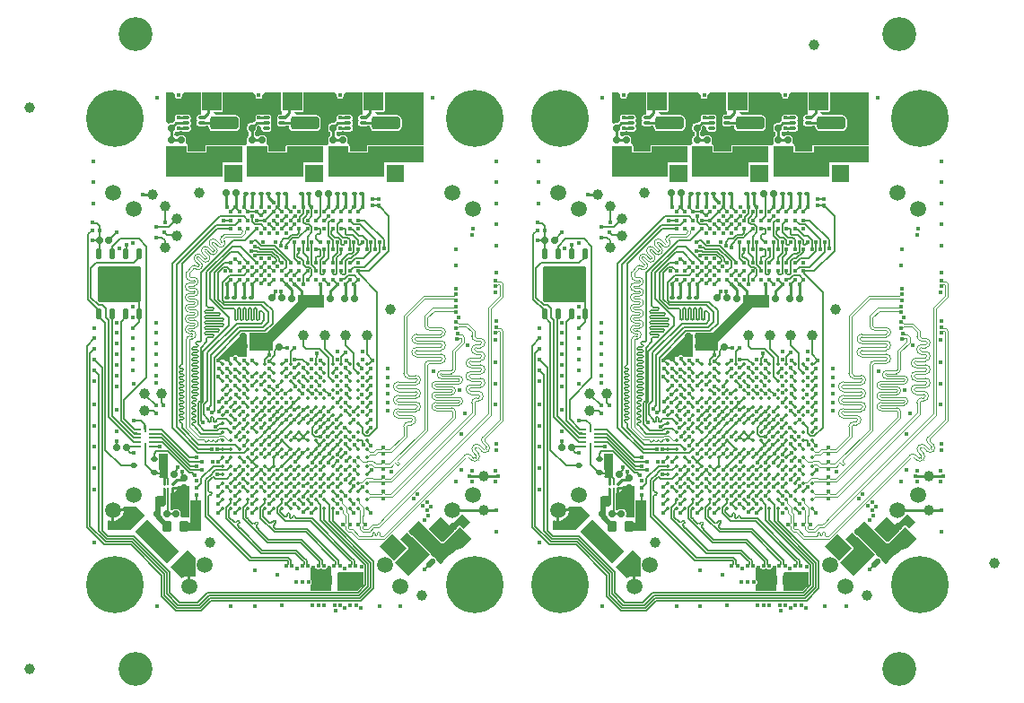
<source format=gtl>
G04*
G04 #@! TF.GenerationSoftware,Altium Limited,Altium Designer,22.4.2 (48)*
G04*
G04 Layer_Physical_Order=1*
G04 Layer_Color=255*
%FSAX24Y24*%
%MOIN*%
G70*
G04*
G04 #@! TF.SameCoordinates,804BE6BC-564E-48D7-BD21-CB3B51F5BFA5*
G04*
G04*
G04 #@! TF.FilePolarity,Positive*
G04*
G01*
G75*
%ADD10C,0.0394*%
%ADD11C,0.0039*%
%ADD12C,0.0039*%
%ADD13C,0.0050*%
%ADD14C,0.0051*%
%ADD15C,0.0110*%
G04:AMPARAMS|DCode=16|XSize=39.4mil|YSize=35.4mil|CornerRadius=8.9mil|HoleSize=0mil|Usage=FLASHONLY|Rotation=90.000|XOffset=0mil|YOffset=0mil|HoleType=Round|Shape=RoundedRectangle|*
%AMROUNDEDRECTD16*
21,1,0.0394,0.0177,0,0,90.0*
21,1,0.0217,0.0354,0,0,90.0*
1,1,0.0177,0.0089,0.0108*
1,1,0.0177,0.0089,-0.0108*
1,1,0.0177,-0.0089,-0.0108*
1,1,0.0177,-0.0089,0.0108*
%
%ADD16ROUNDEDRECTD16*%
G04:AMPARAMS|DCode=17|XSize=39.4mil|YSize=35.4mil|CornerRadius=8.9mil|HoleSize=0mil|Usage=FLASHONLY|Rotation=225.000|XOffset=0mil|YOffset=0mil|HoleType=Round|Shape=RoundedRectangle|*
%AMROUNDEDRECTD17*
21,1,0.0394,0.0177,0,0,225.0*
21,1,0.0217,0.0354,0,0,225.0*
1,1,0.0177,-0.0139,-0.0014*
1,1,0.0177,0.0014,0.0139*
1,1,0.0177,0.0139,0.0014*
1,1,0.0177,-0.0014,-0.0139*
%
%ADD17ROUNDEDRECTD17*%
G04:AMPARAMS|DCode=18|XSize=107.1mil|YSize=48.4mil|CornerRadius=12.1mil|HoleSize=0mil|Usage=FLASHONLY|Rotation=0.000|XOffset=0mil|YOffset=0mil|HoleType=Round|Shape=RoundedRectangle|*
%AMROUNDEDRECTD18*
21,1,0.1071,0.0242,0,0,0.0*
21,1,0.0829,0.0484,0,0,0.0*
1,1,0.0242,0.0414,-0.0121*
1,1,0.0242,-0.0414,-0.0121*
1,1,0.0242,-0.0414,0.0121*
1,1,0.0242,0.0414,0.0121*
%
%ADD18ROUNDEDRECTD18*%
G04:AMPARAMS|DCode=19|XSize=59.1mil|YSize=51.2mil|CornerRadius=12.8mil|HoleSize=0mil|Usage=FLASHONLY|Rotation=0.000|XOffset=0mil|YOffset=0mil|HoleType=Round|Shape=RoundedRectangle|*
%AMROUNDEDRECTD19*
21,1,0.0591,0.0256,0,0,0.0*
21,1,0.0335,0.0512,0,0,0.0*
1,1,0.0256,0.0167,-0.0128*
1,1,0.0256,-0.0167,-0.0128*
1,1,0.0256,-0.0167,0.0128*
1,1,0.0256,0.0167,0.0128*
%
%ADD19ROUNDEDRECTD19*%
G04:AMPARAMS|DCode=20|XSize=37.4mil|YSize=41.3mil|CornerRadius=9.4mil|HoleSize=0mil|Usage=FLASHONLY|Rotation=270.000|XOffset=0mil|YOffset=0mil|HoleType=Round|Shape=RoundedRectangle|*
%AMROUNDEDRECTD20*
21,1,0.0374,0.0226,0,0,270.0*
21,1,0.0187,0.0413,0,0,270.0*
1,1,0.0187,-0.0113,-0.0094*
1,1,0.0187,-0.0113,0.0094*
1,1,0.0187,0.0113,0.0094*
1,1,0.0187,0.0113,-0.0094*
%
%ADD20ROUNDEDRECTD20*%
G04:AMPARAMS|DCode=21|XSize=59.1mil|YSize=51.2mil|CornerRadius=12.8mil|HoleSize=0mil|Usage=FLASHONLY|Rotation=45.000|XOffset=0mil|YOffset=0mil|HoleType=Round|Shape=RoundedRectangle|*
%AMROUNDEDRECTD21*
21,1,0.0591,0.0256,0,0,45.0*
21,1,0.0335,0.0512,0,0,45.0*
1,1,0.0256,0.0209,0.0028*
1,1,0.0256,-0.0028,-0.0209*
1,1,0.0256,-0.0209,-0.0028*
1,1,0.0256,0.0028,0.0209*
%
%ADD21ROUNDEDRECTD21*%
G04:AMPARAMS|DCode=22|XSize=59.1mil|YSize=51.2mil|CornerRadius=12.8mil|HoleSize=0mil|Usage=FLASHONLY|Rotation=90.000|XOffset=0mil|YOffset=0mil|HoleType=Round|Shape=RoundedRectangle|*
%AMROUNDEDRECTD22*
21,1,0.0591,0.0256,0,0,90.0*
21,1,0.0335,0.0512,0,0,90.0*
1,1,0.0256,0.0128,0.0167*
1,1,0.0256,0.0128,-0.0167*
1,1,0.0256,-0.0128,-0.0167*
1,1,0.0256,-0.0128,0.0167*
%
%ADD22ROUNDEDRECTD22*%
G04:AMPARAMS|DCode=23|XSize=23.6mil|YSize=23.6mil|CornerRadius=5.9mil|HoleSize=0mil|Usage=FLASHONLY|Rotation=270.000|XOffset=0mil|YOffset=0mil|HoleType=Round|Shape=RoundedRectangle|*
%AMROUNDEDRECTD23*
21,1,0.0236,0.0118,0,0,270.0*
21,1,0.0118,0.0236,0,0,270.0*
1,1,0.0118,-0.0059,-0.0059*
1,1,0.0118,-0.0059,0.0059*
1,1,0.0118,0.0059,0.0059*
1,1,0.0118,0.0059,-0.0059*
%
%ADD23ROUNDEDRECTD23*%
G04:AMPARAMS|DCode=24|XSize=23.6mil|YSize=23.6mil|CornerRadius=5.9mil|HoleSize=0mil|Usage=FLASHONLY|Rotation=0.000|XOffset=0mil|YOffset=0mil|HoleType=Round|Shape=RoundedRectangle|*
%AMROUNDEDRECTD24*
21,1,0.0236,0.0118,0,0,0.0*
21,1,0.0118,0.0236,0,0,0.0*
1,1,0.0118,0.0059,-0.0059*
1,1,0.0118,-0.0059,-0.0059*
1,1,0.0118,-0.0059,0.0059*
1,1,0.0118,0.0059,0.0059*
%
%ADD24ROUNDEDRECTD24*%
G04:AMPARAMS|DCode=25|XSize=25.2mil|YSize=25.2mil|CornerRadius=6.3mil|HoleSize=0mil|Usage=FLASHONLY|Rotation=0.000|XOffset=0mil|YOffset=0mil|HoleType=Round|Shape=RoundedRectangle|*
%AMROUNDEDRECTD25*
21,1,0.0252,0.0126,0,0,0.0*
21,1,0.0126,0.0252,0,0,0.0*
1,1,0.0126,0.0063,-0.0063*
1,1,0.0126,-0.0063,-0.0063*
1,1,0.0126,-0.0063,0.0063*
1,1,0.0126,0.0063,0.0063*
%
%ADD25ROUNDEDRECTD25*%
G04:AMPARAMS|DCode=26|XSize=25.2mil|YSize=25.2mil|CornerRadius=6.3mil|HoleSize=0mil|Usage=FLASHONLY|Rotation=270.000|XOffset=0mil|YOffset=0mil|HoleType=Round|Shape=RoundedRectangle|*
%AMROUNDEDRECTD26*
21,1,0.0252,0.0126,0,0,270.0*
21,1,0.0126,0.0252,0,0,270.0*
1,1,0.0126,-0.0063,-0.0063*
1,1,0.0126,-0.0063,0.0063*
1,1,0.0126,0.0063,0.0063*
1,1,0.0126,0.0063,-0.0063*
%
%ADD26ROUNDEDRECTD26*%
G04:AMPARAMS|DCode=27|XSize=25.2mil|YSize=25.2mil|CornerRadius=6.3mil|HoleSize=0mil|Usage=FLASHONLY|Rotation=315.000|XOffset=0mil|YOffset=0mil|HoleType=Round|Shape=RoundedRectangle|*
%AMROUNDEDRECTD27*
21,1,0.0252,0.0126,0,0,315.0*
21,1,0.0126,0.0252,0,0,315.0*
1,1,0.0126,0.0000,-0.0089*
1,1,0.0126,-0.0089,0.0000*
1,1,0.0126,0.0000,0.0089*
1,1,0.0126,0.0089,0.0000*
%
%ADD27ROUNDEDRECTD27*%
G04:AMPARAMS|DCode=28|XSize=25.2mil|YSize=25.2mil|CornerRadius=6.3mil|HoleSize=0mil|Usage=FLASHONLY|Rotation=225.000|XOffset=0mil|YOffset=0mil|HoleType=Round|Shape=RoundedRectangle|*
%AMROUNDEDRECTD28*
21,1,0.0252,0.0126,0,0,225.0*
21,1,0.0126,0.0252,0,0,225.0*
1,1,0.0126,-0.0089,0.0000*
1,1,0.0126,0.0000,0.0089*
1,1,0.0126,0.0089,0.0000*
1,1,0.0126,0.0000,-0.0089*
%
%ADD28ROUNDEDRECTD28*%
G04:AMPARAMS|DCode=29|XSize=13.8mil|YSize=15.7mil|CornerRadius=3.4mil|HoleSize=0mil|Usage=FLASHONLY|Rotation=270.000|XOffset=0mil|YOffset=0mil|HoleType=Round|Shape=RoundedRectangle|*
%AMROUNDEDRECTD29*
21,1,0.0138,0.0089,0,0,270.0*
21,1,0.0069,0.0157,0,0,270.0*
1,1,0.0069,-0.0044,-0.0034*
1,1,0.0069,-0.0044,0.0034*
1,1,0.0069,0.0044,0.0034*
1,1,0.0069,0.0044,-0.0034*
%
%ADD29ROUNDEDRECTD29*%
G04:AMPARAMS|DCode=30|XSize=13.8mil|YSize=15.7mil|CornerRadius=3.4mil|HoleSize=0mil|Usage=FLASHONLY|Rotation=180.000|XOffset=0mil|YOffset=0mil|HoleType=Round|Shape=RoundedRectangle|*
%AMROUNDEDRECTD30*
21,1,0.0138,0.0089,0,0,180.0*
21,1,0.0069,0.0157,0,0,180.0*
1,1,0.0069,-0.0034,0.0044*
1,1,0.0069,0.0034,0.0044*
1,1,0.0069,0.0034,-0.0044*
1,1,0.0069,-0.0034,-0.0044*
%
%ADD30ROUNDEDRECTD30*%
G04:AMPARAMS|DCode=31|XSize=16.5mil|YSize=18.1mil|CornerRadius=4.1mil|HoleSize=0mil|Usage=FLASHONLY|Rotation=270.000|XOffset=0mil|YOffset=0mil|HoleType=Round|Shape=RoundedRectangle|*
%AMROUNDEDRECTD31*
21,1,0.0165,0.0098,0,0,270.0*
21,1,0.0083,0.0181,0,0,270.0*
1,1,0.0083,-0.0049,-0.0041*
1,1,0.0083,-0.0049,0.0041*
1,1,0.0083,0.0049,0.0041*
1,1,0.0083,0.0049,-0.0041*
%
%ADD31ROUNDEDRECTD31*%
G04:AMPARAMS|DCode=32|XSize=11.8mil|YSize=26.4mil|CornerRadius=3mil|HoleSize=0mil|Usage=FLASHONLY|Rotation=270.000|XOffset=0mil|YOffset=0mil|HoleType=Round|Shape=RoundedRectangle|*
%AMROUNDEDRECTD32*
21,1,0.0118,0.0205,0,0,270.0*
21,1,0.0059,0.0264,0,0,270.0*
1,1,0.0059,-0.0102,-0.0030*
1,1,0.0059,-0.0102,0.0030*
1,1,0.0059,0.0102,0.0030*
1,1,0.0059,0.0102,-0.0030*
%
%ADD32ROUNDEDRECTD32*%
%ADD33C,0.0157*%
%ADD34C,0.0138*%
G04:AMPARAMS|DCode=35|XSize=21.7mil|YSize=39.4mil|CornerRadius=5.4mil|HoleSize=0mil|Usage=FLASHONLY|Rotation=135.000|XOffset=0mil|YOffset=0mil|HoleType=Round|Shape=RoundedRectangle|*
%AMROUNDEDRECTD35*
21,1,0.0217,0.0285,0,0,135.0*
21,1,0.0108,0.0394,0,0,135.0*
1,1,0.0108,0.0063,0.0139*
1,1,0.0108,0.0139,0.0063*
1,1,0.0108,-0.0063,-0.0139*
1,1,0.0108,-0.0139,-0.0063*
%
%ADD35ROUNDEDRECTD35*%
G04:AMPARAMS|DCode=36|XSize=18.5mil|YSize=23.6mil|CornerRadius=4.6mil|HoleSize=0mil|Usage=FLASHONLY|Rotation=90.000|XOffset=0mil|YOffset=0mil|HoleType=Round|Shape=RoundedRectangle|*
%AMROUNDEDRECTD36*
21,1,0.0185,0.0144,0,0,90.0*
21,1,0.0093,0.0236,0,0,90.0*
1,1,0.0093,0.0072,0.0046*
1,1,0.0093,0.0072,-0.0046*
1,1,0.0093,-0.0072,-0.0046*
1,1,0.0093,-0.0072,0.0046*
%
%ADD36ROUNDEDRECTD36*%
G04:AMPARAMS|DCode=37|XSize=7.9mil|YSize=27.6mil|CornerRadius=2mil|HoleSize=0mil|Usage=FLASHONLY|Rotation=180.000|XOffset=0mil|YOffset=0mil|HoleType=Round|Shape=RoundedRectangle|*
%AMROUNDEDRECTD37*
21,1,0.0079,0.0236,0,0,180.0*
21,1,0.0039,0.0276,0,0,180.0*
1,1,0.0039,-0.0020,0.0118*
1,1,0.0039,0.0020,0.0118*
1,1,0.0039,0.0020,-0.0118*
1,1,0.0039,-0.0020,-0.0118*
%
%ADD37ROUNDEDRECTD37*%
G04:AMPARAMS|DCode=38|XSize=7.9mil|YSize=27.6mil|CornerRadius=2mil|HoleSize=0mil|Usage=FLASHONLY|Rotation=270.000|XOffset=0mil|YOffset=0mil|HoleType=Round|Shape=RoundedRectangle|*
%AMROUNDEDRECTD38*
21,1,0.0079,0.0236,0,0,270.0*
21,1,0.0039,0.0276,0,0,270.0*
1,1,0.0039,-0.0118,-0.0020*
1,1,0.0039,-0.0118,0.0020*
1,1,0.0039,0.0118,0.0020*
1,1,0.0039,0.0118,-0.0020*
%
%ADD38ROUNDEDRECTD38*%
G04:AMPARAMS|DCode=39|XSize=17.7mil|YSize=41.3mil|CornerRadius=4.4mil|HoleSize=0mil|Usage=FLASHONLY|Rotation=180.000|XOffset=0mil|YOffset=0mil|HoleType=Round|Shape=RoundedRectangle|*
%AMROUNDEDRECTD39*
21,1,0.0177,0.0325,0,0,180.0*
21,1,0.0089,0.0413,0,0,180.0*
1,1,0.0089,-0.0044,0.0162*
1,1,0.0089,0.0044,0.0162*
1,1,0.0089,0.0044,-0.0162*
1,1,0.0089,-0.0044,-0.0162*
%
%ADD39ROUNDEDRECTD39*%
G04:AMPARAMS|DCode=40|XSize=157.5mil|YSize=133.9mil|CornerRadius=3.3mil|HoleSize=0mil|Usage=FLASHONLY|Rotation=180.000|XOffset=0mil|YOffset=0mil|HoleType=Round|Shape=RoundedRectangle|*
%AMROUNDEDRECTD40*
21,1,0.1575,0.1272,0,0,180.0*
21,1,0.1508,0.1339,0,0,180.0*
1,1,0.0067,-0.0754,0.0636*
1,1,0.0067,0.0754,0.0636*
1,1,0.0067,0.0754,-0.0636*
1,1,0.0067,-0.0754,-0.0636*
%
%ADD40ROUNDEDRECTD40*%
%ADD41C,0.0100*%
%ADD42C,0.0050*%
%ADD43C,0.0197*%
%ADD44C,0.0075*%
%ADD45C,0.1260*%
%ADD46C,0.2126*%
%ADD47C,0.0591*%
%ADD48C,0.0160*%
G36*
X028622Y022746D02*
X027904D01*
Y023406D01*
X028622D01*
Y022746D01*
D02*
G37*
G36*
X012087D02*
X011368D01*
Y023406D01*
X012087D01*
Y022746D01*
D02*
G37*
G36*
X031634Y022746D02*
X030915D01*
Y023406D01*
X031634D01*
Y022746D01*
D02*
G37*
G36*
X015098D02*
X014380D01*
Y023406D01*
X015098D01*
Y022746D01*
D02*
G37*
G36*
X025630Y022746D02*
X024911D01*
Y023405D01*
X025630D01*
Y022746D01*
D02*
G37*
G36*
X009094D02*
X008376D01*
Y023405D01*
X009094D01*
Y022746D01*
D02*
G37*
G36*
X033130Y021462D02*
X031083D01*
X031044Y021446D01*
X031029Y021407D01*
Y021225D01*
X030389D01*
Y021407D01*
X030373Y021446D01*
X030370Y021447D01*
X030325Y021507D01*
X030313Y021560D01*
X030316Y021575D01*
Y021701D01*
X030307Y021745D01*
X030282Y021782D01*
X030245Y021807D01*
X030201Y021816D01*
X030075D01*
X030031Y021807D01*
X030006Y021791D01*
X029958Y021781D01*
X029893Y021821D01*
X029887Y021829D01*
X029897Y021939D01*
X029931Y021963D01*
X029956Y021967D01*
X030004Y021947D01*
X030055D01*
X030103Y021967D01*
X030111Y021975D01*
X030172D01*
X030176Y021972D01*
X030207Y021966D01*
X030411D01*
X030442Y021972D01*
X030469Y021990D01*
X030486Y022016D01*
X030492Y022047D01*
Y022106D01*
X030486Y022137D01*
X030469Y022164D01*
Y022187D01*
X030486Y022213D01*
X030492Y022244D01*
Y022303D01*
X030486Y022334D01*
X030473Y022372D01*
X030486Y022410D01*
X030492Y022441D01*
Y022500D01*
X030486Y022531D01*
X030469Y022557D01*
X030442Y022575D01*
X030411Y022581D01*
X030207D01*
X030176Y022575D01*
X030172Y022572D01*
X030111D01*
X030103Y022581D01*
X030055Y022600D01*
X030004D01*
X029956Y022581D01*
X029919Y022544D01*
X029900Y022496D01*
Y022445D01*
X029902Y022379D01*
X029869Y022346D01*
X029790Y022267D01*
X029705D01*
X029662Y022258D01*
X029626Y022234D01*
X029602Y022198D01*
X029594Y022156D01*
Y022037D01*
X029602Y021995D01*
X029626Y021959D01*
X029662Y021935D01*
Y021795D01*
X029626Y021772D01*
X029602Y021735D01*
X029594Y021693D01*
Y021575D01*
X029596Y021560D01*
X029592Y021516D01*
X029548Y021446D01*
X029545Y021437D01*
X029442Y021437D01*
X029438Y021446D01*
X029400Y021462D01*
X028071D01*
X028033Y021446D01*
X028017Y021407D01*
Y021225D01*
X027377D01*
Y021407D01*
X027361Y021446D01*
X027358Y021447D01*
X027313Y021507D01*
X027301Y021560D01*
X027304Y021575D01*
Y021701D01*
X027295Y021745D01*
X027270Y021782D01*
X027233Y021807D01*
X027189Y021816D01*
X027063D01*
X027019Y021807D01*
X026994Y021791D01*
X026946Y021781D01*
X026882Y021821D01*
X026862Y021844D01*
X026871Y021946D01*
X026890Y021959D01*
X026914Y021995D01*
X026922Y022037D01*
Y022122D01*
X026971Y022172D01*
X027034D01*
X027114Y022106D01*
Y022047D01*
X027120Y022016D01*
X027138Y021990D01*
X027164Y021972D01*
X027195Y021966D01*
X027400D01*
X027431Y021972D01*
X027457Y021990D01*
X027475Y022016D01*
X027481Y022047D01*
Y022106D01*
X027475Y022137D01*
X027457Y022164D01*
Y022187D01*
X027475Y022213D01*
X027481Y022244D01*
Y022303D01*
X027475Y022334D01*
X027461Y022372D01*
X027475Y022410D01*
X027481Y022441D01*
Y022500D01*
X027475Y022531D01*
X027457Y022557D01*
X027431Y022575D01*
X027400Y022581D01*
X027195D01*
X027164Y022575D01*
X027160Y022572D01*
X027100D01*
X027091Y022581D01*
X027044Y022600D01*
X026992D01*
X026944Y022581D01*
X026908Y022544D01*
X026888Y022496D01*
Y022445D01*
X026890Y022379D01*
X026838Y022327D01*
X026778Y022267D01*
X026693D01*
X026650Y022258D01*
X026614Y022234D01*
X026590Y022198D01*
X026582Y022156D01*
Y022037D01*
X026590Y021995D01*
X026614Y021959D01*
X026650Y021935D01*
Y021795D01*
X026614Y021772D01*
X026590Y021735D01*
X026582Y021693D01*
Y021575D01*
X026585Y021560D01*
X026580Y021516D01*
X026537Y021446D01*
X026446Y021446D01*
X026407Y021462D01*
X025079D01*
X025040Y021446D01*
X025025Y021407D01*
Y021225D01*
X024385D01*
Y021407D01*
X024369Y021446D01*
X024366Y021447D01*
X024321Y021507D01*
X024309Y021560D01*
X024312Y021575D01*
Y021701D01*
X024303Y021745D01*
X024278Y021782D01*
X024241Y021807D01*
X024197Y021816D01*
X024071D01*
X024027Y021807D01*
X024002Y021791D01*
X023954Y021781D01*
X023889Y021821D01*
X023883Y021829D01*
X023893Y021939D01*
X023927Y021963D01*
X023952Y021967D01*
X024000Y021947D01*
X024051D01*
X024099Y021967D01*
X024107Y021975D01*
X024168D01*
X024172Y021972D01*
X024203Y021966D01*
X024407D01*
X024439Y021972D01*
X024465Y021990D01*
X024482Y022016D01*
X024489Y022047D01*
Y022106D01*
X024482Y022137D01*
X024465Y022164D01*
Y022187D01*
X024482Y022213D01*
X024489Y022244D01*
Y022303D01*
X024482Y022334D01*
X024469Y022372D01*
X024482Y022410D01*
X024489Y022441D01*
Y022500D01*
X024482Y022531D01*
X024465Y022557D01*
X024439Y022575D01*
X024407Y022581D01*
X024203D01*
X024172Y022575D01*
X024168Y022572D01*
X024107D01*
X024099Y022581D01*
X024051Y022600D01*
X024000D01*
X023952Y022581D01*
X023915Y022544D01*
X023896Y022496D01*
Y022445D01*
X023898Y022379D01*
X023865Y022346D01*
X023786Y022267D01*
X023701D01*
X023681Y022263D01*
X023609Y022303D01*
X023583Y022326D01*
Y023406D01*
X023819D01*
X023896Y023333D01*
Y023281D01*
X023915Y023233D01*
X023952Y023197D01*
X024000Y023177D01*
X024051D01*
X024099Y023197D01*
X024136Y023233D01*
X024156Y023281D01*
Y023333D01*
X024232Y023406D01*
X024857D01*
X024857Y023405D01*
Y022746D01*
X024873Y022708D01*
X024863Y022605D01*
X024848Y022581D01*
X024785D01*
X024754Y022575D01*
X024728Y022557D01*
X024711Y022531D01*
X024704Y022500D01*
Y022441D01*
X024711Y022410D01*
X024724Y022372D01*
X024711Y022334D01*
X024704Y022303D01*
Y022244D01*
X024711Y022213D01*
X024728Y022187D01*
X024754Y022169D01*
X024785Y022163D01*
X024990D01*
X025021Y022169D01*
X025025Y022172D01*
X025140D01*
Y022157D01*
X025153Y022090D01*
X025191Y022033D01*
X025247Y021995D01*
X025314Y021982D01*
X026143D01*
X026209Y021995D01*
X026266Y022033D01*
X026304Y022090D01*
X026317Y022157D01*
Y022399D01*
X026304Y022465D01*
X026266Y022522D01*
X026209Y022560D01*
X026143Y022573D01*
X025395D01*
X025336Y022671D01*
X025347Y022692D01*
X025630D01*
X025668Y022708D01*
X025684Y022746D01*
Y023405D01*
X025684Y023406D01*
X026811D01*
X026888Y023333D01*
Y023281D01*
X026908Y023233D01*
X026944Y023197D01*
X026992Y023177D01*
X027044D01*
X027091Y023197D01*
X027128Y023233D01*
X027148Y023281D01*
Y023333D01*
X027224Y023406D01*
X027849D01*
X027849Y023406D01*
Y022746D01*
X027865Y022708D01*
X027855Y022605D01*
X027840Y022581D01*
X027778D01*
X027747Y022575D01*
X027720Y022557D01*
X027703Y022531D01*
X027696Y022500D01*
Y022441D01*
X027703Y022410D01*
X027716Y022372D01*
X027703Y022334D01*
X027696Y022303D01*
Y022244D01*
X027703Y022213D01*
X027720Y022187D01*
X027747Y022169D01*
X027778Y022163D01*
X027982D01*
X028013Y022169D01*
X028017Y022172D01*
X028132D01*
Y022157D01*
X028145Y022090D01*
X028183Y022033D01*
X028239Y021995D01*
X028306Y021982D01*
X029135D01*
X029202Y021995D01*
X029258Y022033D01*
X029296Y022090D01*
X029309Y022157D01*
Y022399D01*
X029296Y022465D01*
X029258Y022522D01*
X029202Y022560D01*
X029135Y022573D01*
X028387D01*
X028328Y022671D01*
X028339Y022692D01*
X028622D01*
X028660Y022708D01*
X028676Y022746D01*
Y023406D01*
X028676Y023406D01*
X029823D01*
X029900Y023333D01*
Y023281D01*
X029919Y023233D01*
X029956Y023197D01*
X030004Y023177D01*
X030055D01*
X030103Y023197D01*
X030140Y023233D01*
X030160Y023281D01*
Y023333D01*
X030236Y023406D01*
X030861D01*
X030861Y023406D01*
Y022746D01*
X030877Y022708D01*
X030867Y022605D01*
X030852Y022581D01*
X030789D01*
X030758Y022575D01*
X030732Y022557D01*
X030714Y022531D01*
X030708Y022500D01*
Y022441D01*
X030714Y022410D01*
X030728Y022372D01*
X030714Y022334D01*
X030708Y022303D01*
Y022244D01*
X030714Y022213D01*
X030732Y022187D01*
X030758Y022169D01*
X030789Y022163D01*
X030994D01*
X031025Y022169D01*
X031029Y022172D01*
X031144D01*
Y022157D01*
X031157Y022090D01*
X031195Y022033D01*
X031251Y021995D01*
X031318Y021982D01*
X032147D01*
X032213Y021995D01*
X032270Y022033D01*
X032308Y022090D01*
X032321Y022157D01*
Y022399D01*
X032308Y022465D01*
X032270Y022522D01*
X032213Y022560D01*
X032147Y022573D01*
X031398D01*
X031340Y022671D01*
X031351Y022692D01*
X031634D01*
X031672Y022708D01*
X031688Y022746D01*
Y023406D01*
X031688Y023406D01*
X033130D01*
Y021462D01*
D02*
G37*
G36*
X016594D02*
X014547D01*
X014509Y021446D01*
X014493Y021407D01*
Y021225D01*
X013853D01*
Y021407D01*
X013837Y021446D01*
X013834Y021447D01*
X013789Y021507D01*
X013778Y021560D01*
X013781Y021575D01*
Y021701D01*
X013772Y021745D01*
X013747Y021782D01*
X013709Y021807D01*
X013665Y021816D01*
X013539D01*
X013495Y021807D01*
X013471Y021791D01*
X013423Y021781D01*
X013358Y021821D01*
X013351Y021829D01*
X013361Y021939D01*
X013395Y021963D01*
X013420Y021967D01*
X013468Y021947D01*
X013520D01*
X013568Y021967D01*
X013576Y021975D01*
X013637D01*
X013640Y021972D01*
X013671Y021966D01*
X013876D01*
X013907Y021972D01*
X013933Y021990D01*
X013951Y022016D01*
X013957Y022047D01*
Y022106D01*
X013951Y022137D01*
X013933Y022164D01*
Y022187D01*
X013951Y022213D01*
X013957Y022244D01*
Y022303D01*
X013951Y022334D01*
X013937Y022372D01*
X013951Y022410D01*
X013957Y022441D01*
Y022500D01*
X013951Y022531D01*
X013933Y022557D01*
X013907Y022575D01*
X013876Y022581D01*
X013671D01*
X013640Y022575D01*
X013637Y022572D01*
X013576D01*
X013568Y022581D01*
X013520Y022600D01*
X013468D01*
X013420Y022581D01*
X013384Y022544D01*
X013364Y022496D01*
Y022445D01*
X013366Y022379D01*
X013333Y022346D01*
X013254Y022267D01*
X013169D01*
X013127Y022258D01*
X013091Y022234D01*
X013067Y022198D01*
X013058Y022156D01*
Y022037D01*
X013067Y021995D01*
X013091Y021959D01*
X013126Y021935D01*
Y021795D01*
X013091Y021772D01*
X013067Y021735D01*
X013058Y021693D01*
Y021575D01*
X013061Y021560D01*
X013057Y021516D01*
X013013Y021446D01*
X013009Y021437D01*
X012906Y021437D01*
X012902Y021446D01*
X012864Y021462D01*
X011535D01*
X011497Y021446D01*
X011481Y021407D01*
Y021225D01*
X010842D01*
Y021407D01*
X010826Y021446D01*
X010822Y021447D01*
X010777Y021507D01*
X010766Y021560D01*
X010769Y021575D01*
Y021701D01*
X010760Y021745D01*
X010735Y021782D01*
X010698Y021807D01*
X010654Y021816D01*
X010528D01*
X010483Y021807D01*
X010459Y021791D01*
X010411Y021781D01*
X010346Y021821D01*
X010326Y021844D01*
X010335Y021946D01*
X010354Y021959D01*
X010378Y021995D01*
X010387Y022037D01*
Y022122D01*
X010436Y022172D01*
X010498D01*
X010578Y022106D01*
Y022047D01*
X010585Y022016D01*
X010602Y021990D01*
X010628Y021972D01*
X010659Y021966D01*
X010864D01*
X010895Y021972D01*
X010922Y021990D01*
X010939Y022016D01*
X010945Y022047D01*
Y022106D01*
X010939Y022137D01*
X010922Y022164D01*
Y022187D01*
X010939Y022213D01*
X010945Y022244D01*
Y022303D01*
X010939Y022334D01*
X010926Y022372D01*
X010939Y022410D01*
X010945Y022441D01*
Y022500D01*
X010939Y022531D01*
X010922Y022557D01*
X010895Y022575D01*
X010864Y022581D01*
X010659D01*
X010628Y022575D01*
X010625Y022572D01*
X010564D01*
X010556Y022581D01*
X010508Y022600D01*
X010456D01*
X010409Y022581D01*
X010372Y022544D01*
X010352Y022496D01*
Y022445D01*
X010354Y022379D01*
X010303Y022327D01*
X010243Y022267D01*
X010157D01*
X010115Y022258D01*
X010079Y022234D01*
X010055Y022198D01*
X010046Y022156D01*
Y022037D01*
X010055Y021995D01*
X010079Y021959D01*
X010115Y021935D01*
Y021795D01*
X010079Y021772D01*
X010055Y021735D01*
X010046Y021693D01*
Y021575D01*
X010049Y021560D01*
X010045Y021516D01*
X010001Y021446D01*
X009910Y021446D01*
X009872Y021462D01*
X008543D01*
X008505Y021446D01*
X008489Y021407D01*
Y021225D01*
X007849D01*
Y021407D01*
X007834Y021446D01*
X007830Y021447D01*
X007785Y021507D01*
X007774Y021560D01*
X007777Y021575D01*
Y021701D01*
X007768Y021745D01*
X007743Y021782D01*
X007706Y021807D01*
X007661Y021816D01*
X007535D01*
X007491Y021807D01*
X007467Y021791D01*
X007419Y021781D01*
X007354Y021821D01*
X007347Y021829D01*
X007357Y021939D01*
X007391Y021963D01*
X007417Y021967D01*
X007464Y021947D01*
X007516D01*
X007564Y021967D01*
X007572Y021975D01*
X007633D01*
X007636Y021972D01*
X007667Y021966D01*
X007872D01*
X007903Y021972D01*
X007929Y021990D01*
X007947Y022016D01*
X007953Y022047D01*
Y022106D01*
X007947Y022137D01*
X007929Y022164D01*
Y022187D01*
X007947Y022213D01*
X007953Y022244D01*
Y022303D01*
X007947Y022334D01*
X007933Y022372D01*
X007947Y022410D01*
X007953Y022441D01*
Y022500D01*
X007947Y022531D01*
X007929Y022557D01*
X007903Y022575D01*
X007872Y022581D01*
X007667D01*
X007636Y022575D01*
X007633Y022572D01*
X007572D01*
X007564Y022581D01*
X007516Y022600D01*
X007464D01*
X007417Y022581D01*
X007380Y022544D01*
X007360Y022496D01*
Y022445D01*
X007362Y022379D01*
X007329Y022346D01*
X007250Y022267D01*
X007165D01*
X007146Y022263D01*
X007073Y022303D01*
X007047Y022326D01*
Y023406D01*
X007284D01*
X007360Y023333D01*
Y023281D01*
X007380Y023233D01*
X007417Y023197D01*
X007464Y023177D01*
X007516D01*
X007564Y023197D01*
X007600Y023233D01*
X007620Y023281D01*
Y023333D01*
X007697Y023406D01*
X008322D01*
X008322Y023405D01*
Y022746D01*
X008338Y022708D01*
X008328Y022605D01*
X008312Y022581D01*
X008250D01*
X008219Y022575D01*
X008193Y022557D01*
X008175Y022531D01*
X008169Y022500D01*
Y022441D01*
X008175Y022410D01*
X008189Y022372D01*
X008175Y022334D01*
X008169Y022303D01*
Y022244D01*
X008175Y022213D01*
X008193Y022187D01*
X008219Y022169D01*
X008250Y022163D01*
X008455D01*
X008486Y022169D01*
X008489Y022172D01*
X008604D01*
Y022157D01*
X008617Y022090D01*
X008655Y022033D01*
X008712Y021995D01*
X008779Y021982D01*
X009607D01*
X009674Y021995D01*
X009731Y022033D01*
X009768Y022090D01*
X009782Y022157D01*
Y022399D01*
X009768Y022465D01*
X009731Y022522D01*
X009674Y022560D01*
X009607Y022573D01*
X008859D01*
X008801Y022671D01*
X008812Y022692D01*
X009094D01*
X009133Y022708D01*
X009149Y022746D01*
Y023405D01*
X009149Y023406D01*
X010276D01*
X010352Y023333D01*
Y023281D01*
X010372Y023233D01*
X010409Y023197D01*
X010456Y023177D01*
X010508D01*
X010556Y023197D01*
X010592Y023233D01*
X010612Y023281D01*
Y023333D01*
X010689Y023406D01*
X011314D01*
X011314Y023406D01*
Y022746D01*
X011330Y022708D01*
X011320Y022605D01*
X011304Y022581D01*
X011242D01*
X011211Y022575D01*
X011185Y022557D01*
X011167Y022531D01*
X011161Y022500D01*
Y022441D01*
X011167Y022410D01*
X011181Y022372D01*
X011167Y022334D01*
X011161Y022303D01*
Y022244D01*
X011167Y022213D01*
X011185Y022187D01*
X011211Y022169D01*
X011242Y022163D01*
X011447D01*
X011478Y022169D01*
X011482Y022172D01*
X011596D01*
Y022157D01*
X011610Y022090D01*
X011647Y022033D01*
X011704Y021995D01*
X011771Y021982D01*
X012599D01*
X012666Y021995D01*
X012723Y022033D01*
X012761Y022090D01*
X012774Y022157D01*
Y022399D01*
X012761Y022465D01*
X012723Y022522D01*
X012666Y022560D01*
X012599Y022573D01*
X011851D01*
X011793Y022671D01*
X011804Y022692D01*
X012087D01*
X012125Y022708D01*
X012141Y022746D01*
Y023406D01*
X012141Y023406D01*
X013288D01*
X013364Y023333D01*
Y023281D01*
X013384Y023233D01*
X013420Y023197D01*
X013468Y023177D01*
X013520D01*
X013568Y023197D01*
X013604Y023233D01*
X013624Y023281D01*
Y023333D01*
X013701Y023406D01*
X014326D01*
X014326Y023406D01*
Y022746D01*
X014342Y022708D01*
X014332Y022605D01*
X014316Y022581D01*
X014254D01*
X014223Y022575D01*
X014197Y022557D01*
X014179Y022531D01*
X014173Y022500D01*
Y022441D01*
X014179Y022410D01*
X014192Y022372D01*
X014179Y022334D01*
X014173Y022303D01*
Y022244D01*
X014179Y022213D01*
X014197Y022187D01*
X014223Y022169D01*
X014254Y022163D01*
X014459D01*
X014490Y022169D01*
X014493Y022172D01*
X014608D01*
Y022157D01*
X014621Y022090D01*
X014659Y022033D01*
X014716Y021995D01*
X014782Y021982D01*
X015611D01*
X015678Y021995D01*
X015735Y022033D01*
X015772Y022090D01*
X015786Y022157D01*
Y022399D01*
X015772Y022465D01*
X015735Y022522D01*
X015678Y022560D01*
X015611Y022573D01*
X014863D01*
X014804Y022671D01*
X014816Y022692D01*
X015098D01*
X015137Y022708D01*
X015153Y022746D01*
Y023406D01*
X015153Y023406D01*
X016594D01*
Y021462D01*
D02*
G37*
G36*
X033130Y020807D02*
X031673D01*
Y020276D01*
X029587D01*
Y021407D01*
X030335D01*
Y021171D01*
X031083D01*
Y021407D01*
X033130D01*
Y020807D01*
D02*
G37*
G36*
X016594D02*
X015138D01*
Y020276D01*
X013051D01*
Y021407D01*
X013799D01*
Y021171D01*
X014547D01*
Y021407D01*
X016594D01*
Y020807D01*
D02*
G37*
G36*
X026407Y020807D02*
X025669D01*
Y020276D01*
X023583D01*
Y021407D01*
X024331D01*
Y021171D01*
X025079D01*
Y021407D01*
X026407D01*
Y020807D01*
D02*
G37*
G36*
X009872D02*
X009134D01*
Y020276D01*
X007047D01*
Y021407D01*
X007795D01*
Y021171D01*
X008543D01*
Y021407D01*
X009872D01*
Y020807D01*
D02*
G37*
G36*
X029400Y020807D02*
X028661D01*
Y020276D01*
X026575D01*
Y021407D01*
X027323D01*
Y021171D01*
X028071D01*
Y021407D01*
X029400D01*
Y020807D01*
D02*
G37*
G36*
X012864D02*
X012126D01*
Y020276D01*
X010039D01*
Y021407D01*
X010787D01*
Y021171D01*
X011535D01*
Y021407D01*
X012864D01*
Y020807D01*
D02*
G37*
G36*
X032411Y020069D02*
X031752D01*
Y020728D01*
X032411D01*
Y020069D01*
D02*
G37*
G36*
X029400D02*
X028740D01*
Y020728D01*
X029400D01*
Y020069D01*
D02*
G37*
G36*
X026407D02*
X025748D01*
Y020728D01*
X026407D01*
Y020069D01*
D02*
G37*
G36*
X015876D02*
X015217D01*
Y020728D01*
X015876D01*
Y020069D01*
D02*
G37*
G36*
X012864D02*
X012205D01*
Y020728D01*
X012864D01*
Y020069D01*
D02*
G37*
G36*
X009872D02*
X009213D01*
Y020728D01*
X009872D01*
Y020069D01*
D02*
G37*
G36*
X029429Y015433D02*
X028790D01*
X027520Y014163D01*
Y013819D01*
X026683D01*
Y014468D01*
X027317D01*
X028465Y015616D01*
X028465Y015876D01*
X029429D01*
X029429Y015433D01*
D02*
G37*
G36*
X012894D02*
X012254D01*
X010984Y014163D01*
Y013819D01*
X010148D01*
Y014468D01*
X010781D01*
X011929Y015616D01*
X011929Y015876D01*
X012894D01*
X012894Y015433D01*
D02*
G37*
G36*
X026585Y013573D02*
X026532D01*
X026530Y013575D01*
X026483Y013595D01*
X026431D01*
X026383Y013575D01*
X026381Y013573D01*
X026264D01*
X026262Y013578D01*
X026225Y013614D01*
X026177Y013634D01*
X026126D01*
X026078Y013614D01*
X026041Y013578D01*
X026039Y013573D01*
X025935D01*
Y013470D01*
X025889Y013450D01*
X025859Y013421D01*
X025827Y013408D01*
X025794Y013421D01*
X025765Y013450D01*
X025703Y013476D01*
X025636D01*
X025574Y013450D01*
X025532Y013408D01*
X025505Y013413D01*
X025482Y013424D01*
Y013513D01*
X026385Y014416D01*
X026585D01*
Y013573D01*
D02*
G37*
G36*
X010049D02*
X009997D01*
X009995Y013575D01*
X009947Y013595D01*
X009895D01*
X009848Y013575D01*
X009846Y013573D01*
X009728D01*
X009726Y013578D01*
X009690Y013614D01*
X009642Y013634D01*
X009590D01*
X009542Y013614D01*
X009506Y013578D01*
X009504Y013573D01*
X009400D01*
Y013470D01*
X009353Y013450D01*
X009324Y013421D01*
X009291Y013408D01*
X009259Y013421D01*
X009230Y013450D01*
X009167Y013476D01*
X009100D01*
X009038Y013450D01*
X008996Y013408D01*
X008970Y013413D01*
X008946Y013424D01*
Y013513D01*
X009850Y014416D01*
X010049D01*
Y013573D01*
D02*
G37*
G36*
X023622Y009973D02*
Y009095D01*
X023330D01*
X023328Y009097D01*
X023308Y009145D01*
X023330Y009178D01*
X023341Y009235D01*
Y009328D01*
X023330Y009385D01*
X023297Y009433D01*
X023297Y009433D01*
Y009992D01*
X023603D01*
X023622Y009973D01*
D02*
G37*
G36*
X007087D02*
Y009095D01*
X006794D01*
X006792Y009097D01*
X006772Y009145D01*
X006794Y009178D01*
X006806Y009235D01*
Y009328D01*
X006794Y009385D01*
X006762Y009433D01*
X006762Y009433D01*
Y009992D01*
X007067D01*
X007087Y009973D01*
D02*
G37*
G36*
X024419Y007628D02*
X024153D01*
X024115Y007678D01*
X024117Y007687D01*
Y007805D01*
X024109Y007848D01*
X024085Y007884D01*
X024048Y007908D01*
X024006Y007916D01*
X023888D01*
X023845Y007908D01*
X023809Y007884D01*
X023754Y007884D01*
X023728Y007911D01*
Y008512D01*
X023759Y008532D01*
Y008691D01*
X023809D01*
Y008741D01*
X023970D01*
X023989Y008770D01*
X024419D01*
Y007628D01*
D02*
G37*
G36*
X007884D02*
X007618D01*
X007580Y007678D01*
X007582Y007687D01*
Y007805D01*
X007573Y007848D01*
X007549Y007884D01*
X007513Y007908D01*
X007470Y007916D01*
X007352D01*
X007310Y007908D01*
X007274Y007884D01*
X007219Y007884D01*
X007193Y007911D01*
Y008512D01*
X007224Y008532D01*
Y008691D01*
X007274D01*
Y008741D01*
X007435D01*
X007454Y008770D01*
X007884D01*
Y007628D01*
D02*
G37*
G36*
X022785Y007687D02*
X022234Y007136D01*
X021398D01*
Y007491D01*
X021424Y007507D01*
X021448Y007514D01*
X021542Y007489D01*
X021544D01*
Y007884D01*
X021594D01*
Y007934D01*
X021990D01*
Y007936D01*
X021977Y007982D01*
X022008Y008022D01*
X022451D01*
X022785Y007687D01*
D02*
G37*
G36*
X006250D02*
X005699Y007136D01*
X004862D01*
Y007491D01*
X004889Y007507D01*
X004912Y007514D01*
X005007Y007489D01*
X005009D01*
Y007884D01*
X005059D01*
Y007934D01*
X005454D01*
Y007936D01*
X005442Y007982D01*
X005472Y008022D01*
X005915D01*
X006250Y007687D01*
D02*
G37*
G36*
X034872Y007451D02*
X034620Y007199D01*
X034517Y007302D01*
X034517Y007302D01*
X034478Y007318D01*
X034472Y007315D01*
X034440Y007302D01*
X034381Y007243D01*
X034379Y007238D01*
X034374Y007235D01*
X034369Y007226D01*
X034287Y007145D01*
X034279Y007139D01*
X034276Y007135D01*
X034271Y007133D01*
X033868Y006730D01*
X033799Y006731D01*
X033336Y007194D01*
X033784Y007643D01*
X034134Y007293D01*
X034582Y007741D01*
X034872Y007451D01*
D02*
G37*
G36*
X018337D02*
X018085Y007199D01*
X017981Y007302D01*
X017981Y007302D01*
X017943Y007318D01*
X017937Y007315D01*
X017905Y007302D01*
X017845Y007243D01*
X017843Y007238D01*
X017839Y007235D01*
X017833Y007226D01*
X017752Y007145D01*
X017744Y007139D01*
X017740Y007135D01*
X017735Y007133D01*
X017332Y006730D01*
X017263Y006731D01*
X016800Y007194D01*
X017249Y007643D01*
X017598Y007293D01*
X018046Y007741D01*
X018337Y007451D01*
D02*
G37*
G36*
X024852Y007500D02*
Y007126D01*
X024075D01*
Y007421D01*
X024478D01*
Y008258D01*
X024852D01*
Y007500D01*
D02*
G37*
G36*
X008317D02*
Y007126D01*
X007539D01*
Y007421D01*
X007943D01*
Y008258D01*
X008317D01*
Y007500D01*
D02*
G37*
G36*
X032004Y006983D02*
X032515Y006471D01*
X032042Y005999D01*
X031506Y006535D01*
X031954Y006983D01*
X032004Y006983D01*
D02*
G37*
G36*
X015468D02*
X015979Y006471D01*
X015507Y005999D01*
X014970Y006535D01*
X015418Y006983D01*
X015468Y006983D01*
D02*
G37*
G36*
X024050Y006344D02*
X023614Y005907D01*
X022429Y007054D01*
X022428Y007104D01*
X022859Y007534D01*
X024050Y006344D01*
D02*
G37*
G36*
X007515D02*
X007079Y005907D01*
X005893Y007054D01*
X005893Y007104D01*
X006324Y007534D01*
X007515Y006344D01*
D02*
G37*
G36*
X033834Y006619D02*
X034309Y007094D01*
X034322Y007103D01*
X034411Y007192D01*
X034419Y007205D01*
X034478Y007264D01*
X034891Y006851D01*
X034891Y006801D01*
X034590Y006500D01*
X034590Y006500D01*
X034380Y006413D01*
X034185Y006294D01*
X034012Y006145D01*
X033864Y005972D01*
X033816Y005895D01*
X033767Y005889D01*
X033630Y006026D01*
X033608Y006058D01*
X033532Y006135D01*
X033499Y006157D01*
X033407Y006249D01*
X033395Y006278D01*
X033395Y006278D01*
X032747Y006926D01*
X032735Y006931D01*
X032733Y006934D01*
X032700Y006956D01*
X032619Y007038D01*
X032606Y007057D01*
X032597Y007063D01*
X032587Y007095D01*
X032584Y007121D01*
X032958Y007495D01*
X033834Y006619D01*
D02*
G37*
G36*
X017298D02*
X017774Y007094D01*
X017786Y007103D01*
X017875Y007192D01*
X017884Y007205D01*
X017943Y007264D01*
X018356Y006851D01*
X018356Y006801D01*
X018055Y006500D01*
X018055Y006500D01*
X017844Y006413D01*
X017650Y006294D01*
X017477Y006145D01*
X017329Y005972D01*
X017281Y005895D01*
X017231Y005889D01*
X017094Y006026D01*
X017073Y006058D01*
X016996Y006135D01*
X016964Y006157D01*
X016872Y006249D01*
X016859Y006278D01*
X016859Y006278D01*
X016211Y006926D01*
X016200Y006931D01*
X016198Y006934D01*
X016165Y006956D01*
X016083Y007038D01*
X016070Y007057D01*
X016061Y007063D01*
X016051Y007095D01*
X016048Y007121D01*
X016422Y007495D01*
X017298Y006619D01*
D02*
G37*
G36*
X029683Y005789D02*
X029703Y005741D01*
X029715Y005729D01*
X029714Y004894D01*
X028947D01*
Y005120D01*
X028965Y005138D01*
X028985Y005186D01*
Y005237D01*
X028965Y005285D01*
X028947Y005303D01*
Y005736D01*
X028952Y005741D01*
X028972Y005789D01*
Y005807D01*
X029092D01*
Y005789D01*
X029112Y005741D01*
X029149Y005705D01*
X029197Y005685D01*
X029248D01*
X029296Y005705D01*
X029327Y005736D01*
X029359Y005705D01*
X029407Y005685D01*
X029458D01*
X029506Y005705D01*
X029543Y005741D01*
X029562Y005789D01*
Y005807D01*
X029683D01*
Y005789D01*
D02*
G37*
G36*
X013148D02*
X013167Y005741D01*
X013179Y005729D01*
X013179Y004894D01*
X012411D01*
Y005120D01*
X012430Y005138D01*
X012449Y005186D01*
Y005237D01*
X012430Y005285D01*
X012411Y005303D01*
Y005736D01*
X012417Y005741D01*
X012436Y005789D01*
Y005807D01*
X012557D01*
Y005789D01*
X012577Y005741D01*
X012613Y005705D01*
X012661Y005685D01*
X012713D01*
X012761Y005705D01*
X012792Y005736D01*
X012823Y005705D01*
X012871Y005685D01*
X012923D01*
X012971Y005705D01*
X013007Y005741D01*
X013027Y005789D01*
Y005807D01*
X013148D01*
Y005789D01*
D02*
G37*
G36*
X032561Y007027D02*
X032577Y007003D01*
X032666Y006914D01*
X032703Y006889D01*
X032708Y006888D01*
X033356Y006240D01*
X032579Y005463D01*
X032081Y005961D01*
X032553Y006433D01*
X032561Y006452D01*
X032565Y006463D01*
X032569Y006471D01*
X032569Y006471D01*
X032569Y006471D01*
X032560Y006493D01*
X032553Y006510D01*
X032553Y006510D01*
X032553Y006510D01*
X032553Y006510D01*
X032263Y006800D01*
X032502Y007040D01*
X032512Y007040D01*
X032561Y007027D01*
D02*
G37*
G36*
X016025D02*
X016041Y007003D01*
X016130Y006914D01*
X016168Y006889D01*
X016173Y006888D01*
X016821Y006240D01*
X016043Y005463D01*
X015545Y005961D01*
X016017Y006433D01*
X016025Y006452D01*
X016030Y006463D01*
X016033Y006471D01*
X016033Y006471D01*
X016033Y006471D01*
X016024Y006493D01*
X016017Y006510D01*
X016017Y006510D01*
X016017Y006510D01*
X016017Y006510D01*
X015727Y006800D01*
X015967Y007040D01*
X015976Y007040D01*
X016025Y007027D01*
D02*
G37*
G36*
X024390Y006368D02*
X024656Y006102D01*
Y005895D01*
X024655Y005892D01*
Y005801D01*
X024656Y005798D01*
Y005429D01*
X024612Y005404D01*
X024572Y005427D01*
X024471Y005454D01*
X024469D01*
Y005059D01*
X024369D01*
Y005454D01*
X024367D01*
X024267Y005427D01*
X024177Y005375D01*
X024161Y005360D01*
X023747Y005775D01*
X024340Y006368D01*
X024390Y006368D01*
D02*
G37*
G36*
X007855D02*
X008120Y006102D01*
Y005895D01*
X008119Y005892D01*
Y005801D01*
X008120Y005798D01*
Y005429D01*
X008077Y005404D01*
X008036Y005427D01*
X007936Y005454D01*
X007934D01*
Y005059D01*
X007834D01*
Y005454D01*
X007832D01*
X007731Y005427D01*
X007641Y005375D01*
X007626Y005360D01*
X007212Y005775D01*
X007805Y006368D01*
X007855Y006368D01*
D02*
G37*
G36*
X030900Y005133D02*
X030661Y004894D01*
X029951D01*
X029951Y005555D01*
X029986Y005591D01*
X030900D01*
Y005133D01*
D02*
G37*
G36*
X014364D02*
X014126Y004894D01*
X013416D01*
X013415Y005555D01*
X013451Y005591D01*
X014364D01*
Y005133D01*
D02*
G37*
%LPC*%
G36*
X023956Y008641D02*
X023859D01*
Y008544D01*
X023897Y008560D01*
X023940Y008603D01*
X023956Y008641D01*
D02*
G37*
G36*
X007421D02*
X007324D01*
Y008544D01*
X007361Y008560D01*
X007405Y008603D01*
X007421Y008641D01*
D02*
G37*
G36*
X021990Y007834D02*
X021644D01*
Y007489D01*
X021647D01*
X021747Y007516D01*
X021837Y007568D01*
X021911Y007641D01*
X021963Y007731D01*
X021990Y007832D01*
Y007834D01*
D02*
G37*
G36*
X005454D02*
X005109D01*
Y007489D01*
X005111D01*
X005212Y007516D01*
X005302Y007568D01*
X005375Y007641D01*
X005427Y007731D01*
X005454Y007832D01*
Y007834D01*
D02*
G37*
%LPD*%
D10*
X037795Y005906D02*
D03*
X001969Y022835D02*
D03*
X031102Y025197D02*
D03*
X001969Y001969D02*
D03*
X018839Y007874D02*
D03*
X018839Y009154D02*
D03*
X006535Y019626D02*
D03*
X006988Y017638D02*
D03*
X007421Y018091D02*
D03*
Y018720D02*
D03*
X006988Y019173D02*
D03*
X006240Y012224D02*
D03*
Y011594D02*
D03*
X006850Y012224D02*
D03*
X016535Y004724D02*
D03*
X015354Y015354D02*
D03*
X014498Y014370D02*
D03*
X013711D02*
D03*
X012136D02*
D03*
X012923D02*
D03*
X008661Y006693D02*
D03*
X008268Y019685D02*
D03*
X035374Y007874D02*
D03*
X035374Y009154D02*
D03*
X023071Y019626D02*
D03*
X023524Y017638D02*
D03*
X023957Y018091D02*
D03*
Y018720D02*
D03*
X023524Y019173D02*
D03*
X022776Y012224D02*
D03*
Y011594D02*
D03*
X023386Y012224D02*
D03*
X033071Y004724D02*
D03*
X031890Y015354D02*
D03*
X031033Y014370D02*
D03*
X030246D02*
D03*
X028671D02*
D03*
X029459D02*
D03*
X025197Y006693D02*
D03*
X024803Y019685D02*
D03*
D11*
X018354Y009928D02*
G03*
X018103Y009928I-000126J-000126D01*
G01*
X018448Y009833D02*
G03*
X018547Y009833I000049J000049D01*
G01*
X018547Y009833D02*
G03*
X018547Y009932I-000049J000049D01*
G01*
X018443Y010286D02*
G03*
X018443Y010035I000126J-000126D01*
G01*
X018694Y010286D02*
G03*
X018443Y010286I-000126J-000126D01*
G01*
X018827Y010154D02*
G03*
X018926Y010154I000049J000049D01*
G01*
X018926Y010154D02*
G03*
X018926Y010252I-000049J000049D01*
G01*
X018802Y010627D02*
G03*
X018802Y010376I000126J-000126D01*
G01*
X018277Y009851D02*
G03*
X018179Y009851I-000049J-000049D01*
G01*
X018372Y009757D02*
G03*
X018623Y009757I000126J000126D01*
G01*
X018623D02*
G03*
X018623Y010008I-000126J000126D01*
G01*
X018520Y010210D02*
G03*
X018520Y010112I000049J-000049D01*
G01*
X018618Y010210D02*
G03*
X018520Y010210I-000049J-000049D01*
G01*
X018751Y010077D02*
G03*
X019002Y010077I000126J000126D01*
G01*
X019002D02*
G03*
X019002Y010329I-000126J000126D01*
G01*
X018878Y010551D02*
G03*
X018878Y010452I000049J-000049D01*
G01*
X007932Y014365D02*
G03*
X007780Y014213I000000J-000153D01*
G01*
X007987Y014365D02*
G03*
X007987Y014455I000000J000045D01*
G01*
X007901Y014760D02*
G03*
X007901Y014455I000000J-000153D01*
G01*
X008074Y014760D02*
G03*
X008074Y014849I000000J000045D01*
G01*
X007901Y015154D02*
G03*
X007901Y014849I000000J-000153D01*
G01*
X008074Y015154D02*
G03*
X008074Y015244I000000J000045D01*
G01*
X007901Y015549D02*
G03*
X007901Y015244I000000J-000153D01*
G01*
X008074Y015549D02*
G03*
X008074Y015638I000000J000045D01*
G01*
X007901Y015943D02*
G03*
X007901Y015638I000000J-000153D01*
G01*
X008074Y015943D02*
G03*
X008074Y016033I000000J000045D01*
G01*
X007901Y016338D02*
G03*
X007901Y016033I000000J-000153D01*
G01*
X008074Y016338D02*
G03*
X008074Y016427I000000J000045D01*
G01*
X007780Y016580D02*
G03*
X007932Y016427I000153J000000D01*
G01*
Y014257D02*
G03*
X007888Y014213I000000J-000045D01*
G01*
X007987Y014257D02*
G03*
X007987Y014563I000000J000153D01*
G01*
X007901Y014652D02*
G03*
X007901Y014563I000000J-000045D01*
G01*
X008074Y014652D02*
G03*
X008074Y014957I000000J000153D01*
G01*
X007901Y015046D02*
G03*
X007901Y014957I000000J-000045D01*
G01*
X008074Y015046D02*
G03*
X008074Y015352I000000J000153D01*
G01*
X007901Y015441D02*
G03*
X007901Y015352I000000J-000045D01*
G01*
X008074Y015441D02*
G03*
X008074Y015746I000000J000153D01*
G01*
X007901Y015835D02*
G03*
X007901Y015746I000000J-000045D01*
G01*
X008074Y015835D02*
G03*
X008074Y016140I000000J000153D01*
G01*
X007901Y016230D02*
G03*
X007901Y016140I000000J-000045D01*
G01*
X008074Y016230D02*
G03*
X008074Y016535I000000J000153D01*
G01*
X007888Y016580D02*
G03*
X007932Y016535I000045J000000D01*
G01*
X008193Y016945D02*
G03*
X007978Y016945I-000108J-000108D01*
G01*
X008196Y016942D02*
G03*
X008259Y016942I000031J000032D01*
G01*
D02*
G03*
X008259Y017005I-000032J000032D01*
G01*
X008114Y017366D02*
G03*
X008115Y017150I000108J-000108D01*
G01*
X008312Y017382D02*
G03*
X008114Y017366I-000089J-000124D01*
G01*
X008475Y017221D02*
G03*
X008538Y017221I000031J000032D01*
G01*
D02*
G03*
X008538Y017284I-000032J000032D01*
G01*
X008393Y017645D02*
G03*
X008394Y017429I000108J-000108D01*
G01*
X008590Y017661D02*
G03*
X008393Y017645I-000089J-000124D01*
G01*
X008754Y017500D02*
G03*
X008817Y017500I000031J000032D01*
G01*
D02*
G03*
X008817Y017563I-000032J000032D01*
G01*
X008672Y017708D02*
G03*
X008673Y017708I000038J000038D01*
G01*
X008672Y017924D02*
G03*
X008672Y017708I000108J-000108D01*
G01*
X008869Y017939D02*
G03*
X008672Y017924I-000089J-000124D01*
G01*
X009033Y017778D02*
G03*
X009096Y017842I000031J000032D01*
G01*
X009094Y018060D02*
G03*
X009094Y017844I000108J-000108D01*
G01*
X008117Y016868D02*
G03*
X008054Y016868I-000032J-000032D01*
G01*
X008120Y016866D02*
G03*
X008336Y016866I000108J000108D01*
G01*
D02*
G03*
X008351Y017063I-000108J000108D01*
G01*
X008191Y017289D02*
G03*
X008190Y017226I000032J-000032D01*
G01*
X008254Y017289D02*
G03*
X008191Y017289I-000032J-000031D01*
G01*
X008399Y017145D02*
G03*
X008615Y017144I000108J000108D01*
G01*
D02*
G03*
X008630Y017342I-000108J000108D01*
G01*
X008470Y017568D02*
G03*
X008469Y017505I000032J-000032D01*
G01*
X008533Y017568D02*
G03*
X008470Y017568I-000032J-000031D01*
G01*
X008678Y017424D02*
G03*
X008894Y017423I000108J000108D01*
G01*
D02*
G03*
X008909Y017621I-000108J000108D01*
G01*
X008749Y017847D02*
G03*
X008748Y017784I000032J-000032D01*
G01*
X008812Y017847D02*
G03*
X008749Y017847I-000032J-000031D01*
G01*
X008956Y017703D02*
G03*
X008957Y017703I000038J000038D01*
G01*
D02*
G03*
X009172Y017702I000108J000108D01*
G01*
X009173Y017703D02*
G03*
X009188Y017900I-000108J000108D01*
G01*
X009170Y017984D02*
G03*
X009170Y017921I000032J-000032D01*
G01*
X008475Y010467D02*
G03*
X008430Y010512I-000045J000000D01*
G01*
X008475Y010447D02*
G03*
X008564Y010447I000045J000000D01*
G01*
X008654Y010459D02*
G03*
X008564Y010459I-000045J000000D01*
G01*
X008654Y010447D02*
G03*
X008743Y010447I000045J000000D01*
G01*
X008832Y010459D02*
G03*
X008743Y010459I-000045J000000D01*
G01*
X008832Y010447D02*
G03*
X008922Y010447I000045J000000D01*
G01*
X008967Y010512D02*
G03*
X008922Y010467I000000J-000045D01*
G01*
X016038Y011169D02*
G03*
X015860Y010992I000000J-000178D01*
G01*
X016131Y011169D02*
G03*
X016131Y011309I000000J000070D01*
G01*
X015652Y011664D02*
G03*
X015652Y011309I000000J-000178D01*
G01*
X016307Y011664D02*
G03*
X016307Y011803I000000J000070D01*
G01*
X015652Y012158D02*
G03*
X015652Y011803I000000J-000178D01*
G01*
X016307Y012158D02*
G03*
X016307Y012298I000000J000070D01*
G01*
X015652Y012653D02*
G03*
X015652Y012298I000000J-000178D01*
G01*
X016307Y012653D02*
G03*
X016307Y012792I000000J000070D01*
G01*
X015860Y012970D02*
G03*
X016038Y012792I000178J000000D01*
G01*
Y011061D02*
G03*
X015968Y010992I000000J-000070D01*
G01*
X016131Y011061D02*
G03*
X016131Y011416I000000J000178D01*
G01*
X015652Y011556D02*
G03*
X015652Y011416I000000J-000070D01*
G01*
X016307Y011556D02*
G03*
X016307Y011911I000000J000178D01*
G01*
X015652Y012050D02*
G03*
X015652Y011911I000000J-000070D01*
G01*
X016307Y012050D02*
G03*
X016307Y012405I000000J000178D01*
G01*
X015652Y012545D02*
G03*
X015652Y012405I000000J-000070D01*
G01*
X016307Y012545D02*
G03*
X016307Y012900I000000J000178D01*
G01*
X015968Y012970D02*
G03*
X016038Y012900I000070J000000D01*
G01*
X015637Y009746D02*
G03*
X015637Y009683I000032J-000032D01*
G01*
X015699Y009557D02*
G03*
X015699Y009621I-000032J000032D01*
G01*
X015636Y009557D02*
G03*
X015699Y009557I000032J000032D01*
G01*
X015574Y009620D02*
G03*
X015510Y009620I-000032J-000032D01*
G01*
X016815Y013444D02*
G03*
X016638Y013266I000000J-000178D01*
G01*
X017234Y013444D02*
G03*
X017234Y013583I000000J000070D01*
G01*
X016339Y013938D02*
G03*
X016339Y013583I000000J-000178D01*
G01*
X017234Y013938D02*
G03*
X017234Y014078I000000J000070D01*
G01*
X016339Y014433D02*
G03*
X016339Y014078I000000J-000178D01*
G01*
X017234Y014433D02*
G03*
X017234Y014572I000000J000070D01*
G01*
X016638Y014750D02*
G03*
X016815Y014572I000178J000000D01*
G01*
Y013336D02*
G03*
X016745Y013266I000000J-000070D01*
G01*
X017234Y013336D02*
G03*
X017234Y013691I000000J000178D01*
G01*
X016339Y013831D02*
G03*
X016339Y013691I000000J-000070D01*
G01*
X017234Y013831D02*
G03*
X017234Y014186I000000J000178D01*
G01*
X016339Y014325D02*
G03*
X016339Y014186I000000J-000070D01*
G01*
X017234Y014325D02*
G03*
X017234Y014680I000000J000178D01*
G01*
X016745Y014750D02*
G03*
X016815Y014680I000070J000000D01*
G01*
X017627Y012966D02*
G03*
X017780Y013118I000000J000153D01*
G01*
X017258Y012966D02*
G03*
X017258Y012876I000000J-000045D01*
G01*
X017897Y012571D02*
G03*
X017897Y012876I000000J000153D01*
G01*
X017056Y012571D02*
G03*
X017056Y012482I000000J-000045D01*
G01*
X017632Y012177D02*
G03*
X017632Y012482I000000J000153D01*
G01*
X017056Y012177D02*
G03*
X017056Y012087I000000J-000045D01*
G01*
X017897Y011782D02*
G03*
X017897Y012087I000000J000153D01*
G01*
X017056Y011782D02*
G03*
X017056Y011693I000000J-000045D01*
G01*
X017780Y011540D02*
G03*
X017627Y011693I-000153J000000D01*
G01*
Y013073D02*
G03*
X017672Y013118I000000J000045D01*
G01*
X017258Y013073D02*
G03*
X017258Y012768I000000J-000153D01*
G01*
X017897Y012679D02*
G03*
X017897Y012768I000000J000045D01*
G01*
X017056Y012679D02*
G03*
X017056Y012374I000000J-000153D01*
G01*
X017632Y012284D02*
G03*
X017632Y012374I000000J000045D01*
G01*
X017056Y012284D02*
G03*
X017056Y011979I000000J-000153D01*
G01*
X017897Y011890D02*
G03*
X017897Y011979I000000J000045D01*
G01*
X017056Y011890D02*
G03*
X017056Y011585I000000J-000153D01*
G01*
X017672Y011540D02*
G03*
X017627Y011585I-000045J000000D01*
G01*
X018560Y012057D02*
G03*
X018383Y011879I000000J-000178D01*
G01*
X018635Y012057D02*
G03*
X018635Y012196I000000J000070D01*
G01*
X018352Y012551D02*
G03*
X018352Y012196I000000J-000178D01*
G01*
X018699Y012551D02*
G03*
X018699Y012690I000000J000070D01*
G01*
X018352Y013045D02*
G03*
X018352Y012690I000000J-000178D01*
G01*
X018699Y013045D02*
G03*
X018699Y013185I000000J000070D01*
G01*
X018352Y013540D02*
G03*
X018352Y013185I000000J-000178D01*
G01*
X018699Y013540D02*
G03*
X018699Y013679I000000J000070D01*
G01*
X018556Y014034D02*
G03*
X018556Y013679I000000J-000178D01*
G01*
X018699Y014034D02*
G03*
X018699Y014174I000000J000070D01*
G01*
X018383Y014351D02*
G03*
X018560Y014174I000178J000000D01*
G01*
Y011949D02*
G03*
X018491Y011879I000000J-000070D01*
G01*
X018635Y011949D02*
G03*
X018635Y012304I000000J000178D01*
G01*
X018352Y012443D02*
G03*
X018352Y012304I000000J-000070D01*
G01*
X018699Y012443D02*
G03*
X018699Y012798I000000J000178D01*
G01*
X018352Y012938D02*
G03*
X018352Y012798I000000J-000070D01*
G01*
X018699Y012938D02*
G03*
X018699Y013293I000000J000178D01*
G01*
X018352Y013432D02*
G03*
X018352Y013293I000000J-000070D01*
G01*
X018699Y013432D02*
G03*
X018699Y013787I000000J000178D01*
G01*
X018556Y013927D02*
G03*
X018556Y013787I000000J-000070D01*
G01*
X018699Y013927D02*
G03*
X018699Y014282I000000J000178D01*
G01*
X018491Y014351D02*
G03*
X018560Y014282I000070J000000D01*
G01*
X014970Y006960D02*
G03*
X015015Y006916I000045J000000D01*
G01*
X014970Y007036D02*
G03*
X014881Y007036I-000045J000000D01*
G01*
X014791Y006969D02*
G03*
X014881Y006969I000045J000000D01*
G01*
X014791Y007020D02*
G03*
X014702Y007020I-000045J000000D01*
G01*
X014657Y006916D02*
G03*
X014702Y006960I000000J000045D01*
G01*
X018854Y010679D02*
X019430Y011255D01*
X018930Y010603D02*
X019537Y011210D01*
X017861Y009686D02*
X018103Y009928D01*
Y009928D01*
X018354D02*
X018448Y009833D01*
X018547D02*
X018547Y009833D01*
X018443Y010035D02*
X018547Y009932D01*
X018443Y010286D02*
X018443Y010286D01*
Y010286D01*
X018694D02*
X018827Y010154D01*
X018926D02*
X018926Y010154D01*
X018802Y010376D02*
X018926Y010252D01*
X018802Y010627D02*
X018854Y010679D01*
X017938Y009610D02*
X018179Y009851D01*
X018277D02*
X018372Y009757D01*
X018623D02*
X018623D01*
X018520Y010112D02*
X018623Y010008D01*
X018520Y010210D02*
X018520Y010210D01*
X018618D02*
X018751Y010077D01*
X019002D02*
X019002D01*
X018878Y010452D02*
X019002Y010329D01*
X018878Y010551D02*
X018930Y010603D01*
X018992Y015414D02*
X019430Y015852D01*
X019406Y016289D02*
X019430Y016266D01*
Y015852D02*
Y016266D01*
X019362Y016289D02*
X019406D01*
X019282Y016201D02*
Y016208D01*
X019362Y016289D01*
X014952Y007430D02*
X015169Y007646D01*
X019470Y016397D02*
X019537Y016329D01*
X019305Y016397D02*
X019470D01*
X019282Y016420D02*
X019305Y016397D01*
X014165Y007343D02*
Y007343D01*
X014173Y007335D02*
Y007343D01*
X019537Y015807D02*
Y016329D01*
X014417Y007342D02*
Y007343D01*
X014919Y007244D02*
X019100Y011425D01*
Y015369D02*
X019537Y015807D01*
X013614Y007342D02*
Y007343D01*
X013863Y007340D02*
Y007343D01*
X019429Y014459D02*
Y014519D01*
X019283Y014698D02*
X019315D01*
X019409Y014539D02*
X019429Y014519D01*
X019365Y014539D02*
X019409D01*
X019453Y014647D02*
X019537Y014563D01*
X019315Y014698D02*
X019366Y014647D01*
X019453D01*
X019314Y014488D02*
X019365Y014539D01*
X019282Y014488D02*
X019314D01*
X019537Y011210D02*
Y014563D01*
X019430Y011255D02*
Y014459D01*
X007780Y013916D02*
Y014213D01*
X007932Y014365D02*
X007987D01*
X007901Y014455D02*
X007987D01*
X007901Y014760D02*
X008074D01*
X007901Y014849D02*
X008074D01*
X007901Y015154D02*
X008074D01*
X007901Y015244D02*
X008074D01*
X007901Y015549D02*
X008074D01*
X007901Y015638D02*
X008074D01*
X007901Y015943D02*
X008074D01*
X007901Y016033D02*
X008074D01*
X007901Y016338D02*
X008074D01*
X007932Y016427D02*
X008074D01*
X007780Y016580D02*
Y016653D01*
X007888Y013916D02*
Y014213D01*
X007932Y014257D02*
X007987D01*
X007901Y014563D02*
X007987D01*
X007901Y014652D02*
X008074D01*
X007901Y014957D02*
X008074D01*
X007901Y015046D02*
X008074D01*
X007901Y015352D02*
X008074D01*
X007901Y015441D02*
X008074D01*
X007901Y015746D02*
X008074D01*
X007901Y015835D02*
X008074D01*
X007901Y016140D02*
X008074D01*
X007901Y016230D02*
X008074D01*
X007932Y016535D02*
X008074D01*
X007888Y016580D02*
Y016653D01*
X007790Y016757D02*
X007978Y016945D01*
Y016945D01*
X008193D02*
X008196Y016942D01*
X008115Y017150D02*
X008259Y017005D01*
X008312Y017382D02*
X008314D01*
X008314D02*
X008475Y017221D01*
X008394Y017429D02*
X008538Y017284D01*
X008590Y017661D02*
X008593D01*
X008593D02*
X008754Y017500D01*
X008673Y017708D02*
X008817Y017563D01*
X008869Y017939D02*
X008872D01*
X008872D02*
X009033Y017778D01*
X009094Y017844D02*
X009096Y017842D01*
X009094Y018060D02*
X009146Y018112D01*
X007888Y016660D02*
Y016702D01*
X008054Y016868D01*
X008117D02*
X008120Y016866D01*
X008351Y017063D02*
Y017065D01*
X008190Y017226D02*
X008351Y017065D01*
X008254Y017289D02*
X008399Y017145D01*
X008630Y017342D02*
Y017344D01*
X008469Y017505D02*
X008630Y017344D01*
X008533Y017568D02*
X008678Y017424D01*
X008909Y017621D02*
Y017623D01*
X008748Y017784D02*
X008909Y017623D01*
X008812Y017847D02*
X008956Y017703D01*
X009172Y017702D02*
X009173Y017703D01*
X009188Y017900D02*
Y017902D01*
X009170Y017921D02*
X009188Y017902D01*
X009170Y017984D02*
X009222Y018036D01*
X007780Y010941D02*
Y013916D01*
X007888Y010985D02*
Y013916D01*
X007780Y016653D02*
Y016746D01*
X007888Y016653D02*
Y016660D01*
X009146Y018112D02*
X009197Y018163D01*
X007780Y016746D02*
X007790Y016757D01*
X009222Y018036D02*
X009241Y018055D01*
X008261Y010512D02*
X008430D01*
X008475Y010447D02*
Y010467D01*
X008564Y010447D02*
Y010459D01*
X008654Y010447D02*
Y010459D01*
X008743Y010447D02*
Y010459D01*
X008832Y010447D02*
Y010459D01*
X008922Y010447D02*
Y010467D01*
X008967Y010512D02*
X008986D01*
X009004D01*
X008208D02*
X008261D01*
X009168Y010644D02*
X009321Y010491D01*
X015856Y010659D02*
X015860Y010663D01*
Y010992D01*
X016038Y011169D02*
X016131D01*
X015652Y011309D02*
X016131D01*
X015652Y011664D02*
X016307D01*
X015652Y011803D02*
X016307D01*
X015652Y012158D02*
X016307D01*
X015652Y012298D02*
X016307D01*
X015652Y012653D02*
X016307D01*
X016038Y012792D02*
X016307D01*
X015860Y012970D02*
Y013043D01*
X015968Y010659D02*
Y010992D01*
X016038Y011061D02*
X016131D01*
X015652Y011416D02*
X016131D01*
X015652Y011556D02*
X016307D01*
X015652Y011911D02*
X016307D01*
X015652Y012050D02*
X016307D01*
X015652Y012405D02*
X016307D01*
X015652Y012545D02*
X016307D01*
X016038Y012900D02*
X016307D01*
X015968Y012970D02*
Y013043D01*
X015860D02*
Y015119D01*
X015349Y010152D02*
X015856Y010659D01*
X015968Y013043D02*
Y015075D01*
Y010619D02*
Y010659D01*
X015637Y009746D02*
X015808Y009918D01*
X015637Y009683D02*
X015637Y009683D01*
X015699Y009621D01*
X015574Y009620D02*
X015636Y009557D01*
X015433Y009543D02*
X015510Y009620D01*
X015808Y009918D02*
X016745Y010855D01*
X015384Y009493D02*
X015433Y009543D01*
X016638Y012923D02*
Y013266D01*
X016815Y013444D02*
X017234D01*
X016339Y013583D02*
X017234D01*
X016339Y013938D02*
X017234D01*
X016339Y014078D02*
X017234D01*
X016339Y014433D02*
X017234D01*
X016815Y014572D02*
X017234D01*
X016638Y014750D02*
Y014824D01*
X016745Y012923D02*
Y013266D01*
X016815Y013336D02*
X017234D01*
X016339Y013691D02*
X017234D01*
X016339Y013831D02*
X017234D01*
X016339Y014186D02*
X017234D01*
X016339Y014325D02*
X017234D01*
X016815Y014680D02*
X017234D01*
X016745Y014750D02*
Y014824D01*
X016638D02*
Y015102D01*
Y010900D02*
Y012923D01*
X016745Y014824D02*
Y015058D01*
Y010855D02*
Y012923D01*
X017780Y013118D02*
Y013743D01*
X017258Y012966D02*
X017627D01*
X017258Y012876D02*
X017897D01*
X017056Y012571D02*
X017897D01*
X017056Y012482D02*
X017632D01*
X017056Y012177D02*
X017632D01*
X017056Y012087D02*
X017897D01*
X017056Y011782D02*
X017897D01*
X017056Y011693D02*
X017627D01*
X017780Y011467D02*
Y011540D01*
X017672Y013118D02*
Y013743D01*
X017258Y013073D02*
X017627D01*
X017258Y012768D02*
X017897D01*
X017056Y012679D02*
X017897D01*
X017056Y012374D02*
X017632D01*
X017056Y012284D02*
X017632D01*
X017056Y011979D02*
X017897D01*
X017056Y011890D02*
X017897D01*
X017056Y011585D02*
X017627D01*
X017672Y011467D02*
Y011540D01*
X017780Y013743D02*
Y013776D01*
Y011318D02*
Y011467D01*
X017672Y013743D02*
Y013820D01*
Y011363D02*
Y011467D01*
X018116Y014112D02*
Y014322D01*
X014192Y008916D02*
X014297D01*
X018383Y011527D02*
Y011879D01*
X018560Y012057D02*
X018635D01*
X018352Y012196D02*
X018635D01*
X018352Y012551D02*
X018699D01*
X018352Y012690D02*
X018699D01*
X018352Y013045D02*
X018699D01*
X018352Y013185D02*
X018699D01*
X018352Y013540D02*
X018699D01*
X018556Y013679D02*
X018699D01*
X018556Y014034D02*
X018699D01*
X018560Y014174D02*
X018699D01*
X018383Y014351D02*
Y014425D01*
X018491Y011527D02*
Y011879D01*
X018560Y011949D02*
X018635D01*
X018352Y012304D02*
X018635D01*
X018352Y012443D02*
X018699D01*
X018352Y012798D02*
X018699D01*
X018352Y012938D02*
X018699D01*
X018352Y013293D02*
X018699D01*
X018352Y013432D02*
X018699D01*
X018556Y013787D02*
X018699D01*
X018556Y013927D02*
X018699D01*
X018560Y014282D02*
X018699D01*
X018491Y014351D02*
Y014425D01*
Y014555D01*
Y011463D02*
Y011527D01*
X018383Y014425D02*
Y014511D01*
Y011508D02*
Y011527D01*
X014736Y008499D02*
X015026D01*
X015101Y008322D02*
X015171Y008391D01*
X015169Y007646D02*
X018992Y011470D01*
X014874Y007352D02*
X014952Y007430D01*
X015168Y006993D02*
X017861Y009686D01*
X015135Y006808D02*
X017938Y009610D01*
X015091Y006916D02*
X015168Y006993D01*
X015015Y006916D02*
X015091D01*
X014970Y006960D02*
Y007036D01*
X014881Y006969D02*
Y007036D01*
X014791Y006969D02*
Y007020D01*
X014702Y006960D02*
Y007020D01*
X014638Y006916D02*
X014657D01*
X014210D02*
X014638D01*
X013686Y007170D02*
Y007270D01*
X013794Y007215D02*
Y007270D01*
X013612Y007770D02*
X013686Y007696D01*
X013794Y007215D02*
X013833Y007175D01*
X013794Y007270D02*
X013863Y007340D01*
X013789Y007067D02*
X013906D01*
X013612Y007343D02*
X013614D01*
X013614Y007342D02*
X013686Y007270D01*
X009430Y010491D02*
X009449Y010472D01*
X009975Y018195D02*
Y018273D01*
X009062Y010536D02*
X009126Y010472D01*
X009321Y010491D02*
X009430D01*
X009764Y018346D02*
X009794D01*
X008253Y010620D02*
X008960D01*
X007780Y010941D02*
X008208Y010512D01*
X009197Y018163D02*
X009791D01*
X009867Y018240D01*
X008984Y010644D02*
X009168D01*
X008960Y010620D02*
X008984Y010644D01*
X009126Y010472D02*
X009134D01*
X009029Y010536D02*
X009062D01*
X009835Y018055D02*
X009975Y018195D01*
X014242Y007716D02*
Y007880D01*
X014417Y007343D02*
X014419D01*
X014173Y008268D02*
X014192Y008249D01*
X014345Y007415D02*
X014417Y007343D01*
X014173Y007335D02*
X014237Y007270D01*
X015026Y008499D02*
X015098Y008571D01*
X017807Y014871D02*
X017839D01*
X018182Y014712D02*
X018383Y014511D01*
X015419Y008391D02*
X018491Y011463D01*
X015374Y008499D02*
X018383Y011508D01*
X015098Y008322D02*
X015101D01*
X015339Y009601D02*
X016638Y010900D01*
X015171Y009493D02*
X015384D01*
X015098Y009424D02*
X015101D01*
X014773Y009493D02*
X015026D01*
X014488Y009528D02*
X014492D01*
X015098Y009670D02*
X015101D01*
X017929Y014300D02*
X017985D01*
X015403Y008942D02*
X017780Y011318D01*
X014488Y008898D02*
X014492D01*
X015026Y009050D02*
X015098Y009122D01*
X017807Y014661D02*
X017839D01*
X014781Y008391D02*
X015026D01*
X014592Y008479D02*
X014716D01*
X014488Y008583D02*
X014488D01*
X014716Y008479D02*
X014736Y008499D01*
X018226Y014820D02*
X018491Y014555D01*
X014492Y008898D02*
X014560Y008966D01*
X015101Y008873D02*
X015171Y008942D01*
X015098Y009119D02*
X015101D01*
X015171Y009050D01*
X017897Y014459D02*
X017947Y014408D01*
X014455Y009074D02*
X014701D01*
X014173Y008898D02*
X014192Y008916D01*
X014560Y008966D02*
X014656D01*
X013833Y007175D02*
X013950D01*
X014560Y009596D02*
X014671D01*
X014192Y008144D02*
X014350Y007986D01*
X015098Y009419D02*
Y009421D01*
X016940Y015405D02*
X017728D01*
X015171Y009601D02*
X015339D01*
X013720Y007815D02*
Y007986D01*
X013614Y007343D02*
X013686Y007415D01*
X015026Y010152D02*
X015098Y010225D01*
X017732Y015750D02*
X017783Y015699D01*
X014883Y010044D02*
X015026D01*
X013906Y007067D02*
X014165Y006808D01*
X013794Y007415D02*
Y007740D01*
Y007415D02*
X013866Y007343D01*
X013720Y007815D02*
X013794Y007740D01*
X013866Y007343D02*
X013868D01*
X014785Y009946D02*
X014883Y010044D01*
X015026Y009601D02*
X015098Y009673D01*
X014173Y007949D02*
Y007953D01*
X014543Y007192D02*
X014704Y007352D01*
X014345Y007667D02*
X014350Y007672D01*
X018008Y014156D02*
Y014277D01*
X014192Y008144D02*
Y008249D01*
X017779Y015456D02*
X017812D01*
X017891Y014712D02*
X018182D01*
X014345Y007415D02*
Y007667D01*
X014516Y009704D02*
X014715D01*
X015171Y008499D02*
X015374D01*
X015171Y008942D02*
X015403D01*
X014656Y008966D02*
X014680Y008942D01*
X017780Y013776D02*
X018116Y014112D01*
X017864Y014459D02*
X017897D01*
X014165Y007343D02*
X014237Y007415D01*
X014725Y009050D02*
X015026D01*
X014701Y009074D02*
X014725Y009050D01*
X019100Y011425D02*
Y015369D01*
X013686Y007415D02*
Y007696D01*
X013543Y008268D02*
X013562Y008249D01*
X010049Y018346D02*
X010079D01*
X009241Y018055D02*
X009835D01*
X009794Y018346D02*
X009867Y018273D01*
Y018240D02*
Y018273D01*
X007888Y010985D02*
X008253Y010620D01*
X009975Y018273D02*
X010049Y018346D01*
X009004Y010512D02*
X009029Y010536D01*
X016638Y015102D02*
X016940Y015405D01*
X014715Y009704D02*
X014818Y009601D01*
X014592Y008371D02*
X014761D01*
X015098Y008571D02*
Y008573D01*
X016745Y015058D02*
X016985Y015297D01*
X014345Y007215D02*
Y007270D01*
X017779Y015246D02*
X017812D01*
X014671Y009596D02*
X014773Y009493D01*
X016599Y015858D02*
X017732D01*
X017783Y015909D01*
X015026Y010044D02*
X015098Y009972D01*
X017783Y015699D02*
X017815D01*
X017846Y014249D02*
X017878D01*
X015359Y009050D02*
X017672Y011363D01*
X018029Y014408D02*
X018116Y014322D01*
X015098Y008317D02*
Y008319D01*
X017839Y014871D02*
X017891Y014820D01*
X013686Y007170D02*
X013789Y007067D01*
X013562Y008144D02*
Y008249D01*
X013543Y007949D02*
X013612Y007880D01*
X014237Y007712D02*
X014242Y007716D01*
X014588Y007084D02*
X014749Y007244D01*
X014500Y009689D02*
X014516Y009704D01*
X017783Y015909D02*
X017815D01*
X015098Y010225D02*
Y010226D01*
X014237Y007170D02*
Y007270D01*
Y007170D02*
X014324Y007084D01*
X014237Y007415D02*
Y007712D01*
X014345Y007215D02*
X014368Y007192D01*
X014704Y007352D02*
X014874D01*
X013612Y007770D02*
Y007880D01*
X013950Y007175D02*
X014210Y006916D01*
X014023Y009689D02*
Y009700D01*
X014173Y009528D02*
Y009539D01*
X014023Y009689D02*
X014173Y009539D01*
X013562Y008144D02*
X013720Y007986D01*
X013543Y007949D02*
Y007953D01*
X014165Y006808D02*
X015135D01*
X014350Y007672D02*
Y007986D01*
X018992Y011470D02*
Y015414D01*
X014345Y007270D02*
X014417Y007342D01*
X014368Y007192D02*
X014543D01*
X014173Y007949D02*
X014242Y007880D01*
X014324Y007084D02*
X014588D01*
X014163Y007343D02*
X014165D01*
X014749Y007244D02*
X014919D01*
X014023Y009373D02*
Y009384D01*
X014173Y009213D02*
Y009224D01*
X014023Y009373D02*
X014173Y009224D01*
X015098Y009975D02*
X015101D01*
X014592Y009946D02*
X014785D01*
X016643Y015750D02*
X017732D01*
X015968Y015075D02*
X016643Y015750D01*
X015171Y010044D02*
X015394D01*
X015968Y010619D01*
X015098Y009970D02*
Y009972D01*
X014488Y009843D02*
X014592Y009946D01*
X015101Y009975D02*
X015171Y010044D01*
X014488Y009843D02*
X014488D01*
X015101Y010222D02*
X015171Y010152D01*
X014488Y010157D02*
X014592Y010054D01*
X014740D02*
X014838Y010152D01*
X015860Y015119D02*
X016599Y015858D01*
X014838Y010152D02*
X015026D01*
X014592Y010054D02*
X014740D01*
X015098Y010222D02*
X015101D01*
X015171Y010152D02*
X015349D01*
X016985Y015297D02*
X017728D01*
X015101Y009424D02*
X015171Y009493D01*
X017728Y015297D02*
X017779Y015246D01*
X015026Y009493D02*
X015098Y009421D01*
X014492Y009528D02*
X014560Y009596D01*
X015101Y009670D02*
X015171Y009601D01*
X014327Y009689D02*
X014500D01*
X014818Y009601D02*
X015026D01*
X014173Y009843D02*
X014327Y009689D01*
X015098Y009673D02*
Y009675D01*
X017728Y015405D02*
X017779Y015456D01*
X017839Y014661D02*
X017891Y014712D01*
X014488Y008583D02*
X014592Y008479D01*
X015101Y008568D02*
X015171Y008499D01*
X015098Y008568D02*
X015101D01*
X014488Y008268D02*
X014592Y008371D01*
X015026Y008391D02*
X015098Y008319D01*
X017891Y014820D02*
X018226D01*
X014761Y008371D02*
X014781Y008391D01*
X015171D02*
X015419D01*
X015098Y009122D02*
Y009124D01*
X017985Y014300D02*
X018008Y014277D01*
X015171Y009050D02*
X015359D01*
X017878Y014249D02*
X017929Y014300D01*
X014297Y008916D02*
X014455Y009074D01*
X017672Y013820D02*
X018008Y014156D01*
X014680Y008942D02*
X015026D01*
X017947Y014408D02*
X018029D01*
X015098Y008868D02*
Y008870D01*
X015026Y008942D02*
X015098Y008870D01*
Y008873D02*
X015101D01*
X034889Y009928D02*
G03*
X034638Y009928I-000126J-000126D01*
G01*
X034984Y009833D02*
G03*
X035082Y009833I000049J000049D01*
G01*
X035082Y009833D02*
G03*
X035082Y009932I-000049J000049D01*
G01*
X034979Y010286D02*
G03*
X034979Y010035I000126J-000126D01*
G01*
X035230Y010286D02*
G03*
X034979Y010286I-000126J-000126D01*
G01*
X035362Y010154D02*
G03*
X035461Y010154I000049J000049D01*
G01*
X035461Y010154D02*
G03*
X035461Y010252I-000049J000049D01*
G01*
X035337Y010627D02*
G03*
X035338Y010376I000126J-000126D01*
G01*
X034813Y009851D02*
G03*
X034714Y009851I-000049J-000049D01*
G01*
X034908Y009757D02*
G03*
X035159Y009757I000126J000126D01*
G01*
X035159D02*
G03*
X035159Y010008I-000126J000126D01*
G01*
X035055Y010210D02*
G03*
X035055Y010112I000049J-000049D01*
G01*
X035154Y010210D02*
G03*
X035055Y010210I-000049J-000049D01*
G01*
X035286Y010077D02*
G03*
X035537Y010077I000126J000126D01*
G01*
X035537D02*
G03*
X035537Y010329I-000126J000126D01*
G01*
X035414Y010551D02*
G03*
X035414Y010452I000049J-000049D01*
G01*
X024468Y014365D02*
G03*
X024315Y014213I000000J-000153D01*
G01*
X024523Y014365D02*
G03*
X024523Y014455I000000J000045D01*
G01*
X024436Y014760D02*
G03*
X024436Y014455I000000J-000153D01*
G01*
X024610Y014760D02*
G03*
X024610Y014849I000000J000045D01*
G01*
X024436Y015154D02*
G03*
X024436Y014849I000000J-000153D01*
G01*
X024610Y015154D02*
G03*
X024610Y015244I000000J000045D01*
G01*
X024436Y015549D02*
G03*
X024436Y015244I000000J-000153D01*
G01*
X024610Y015549D02*
G03*
X024610Y015638I000000J000045D01*
G01*
X024436Y015943D02*
G03*
X024436Y015638I000000J-000153D01*
G01*
X024610Y015943D02*
G03*
X024610Y016033I000000J000045D01*
G01*
X024436Y016338D02*
G03*
X024436Y016033I000000J-000153D01*
G01*
X024610Y016338D02*
G03*
X024610Y016427I000000J000045D01*
G01*
X024315Y016580D02*
G03*
X024468Y016427I000153J000000D01*
G01*
Y014257D02*
G03*
X024423Y014213I000000J-000045D01*
G01*
X024523Y014257D02*
G03*
X024523Y014563I000000J000153D01*
G01*
X024436Y014652D02*
G03*
X024436Y014563I000000J-000045D01*
G01*
X024610Y014652D02*
G03*
X024610Y014957I000000J000153D01*
G01*
X024436Y015046D02*
G03*
X024436Y014957I000000J-000045D01*
G01*
X024610Y015046D02*
G03*
X024610Y015352I000000J000153D01*
G01*
X024436Y015441D02*
G03*
X024436Y015352I000000J-000045D01*
G01*
X024610Y015441D02*
G03*
X024610Y015746I000000J000153D01*
G01*
X024436Y015835D02*
G03*
X024436Y015746I000000J-000045D01*
G01*
X024610Y015835D02*
G03*
X024610Y016140I000000J000153D01*
G01*
X024436Y016230D02*
G03*
X024436Y016140I000000J-000045D01*
G01*
X024610Y016230D02*
G03*
X024610Y016535I000000J000153D01*
G01*
X024423Y016580D02*
G03*
X024468Y016535I000045J000000D01*
G01*
X024729Y016945D02*
G03*
X024513Y016945I-000108J-000108D01*
G01*
X024732Y016942D02*
G03*
X024795Y016942I000031J000032D01*
G01*
D02*
G03*
X024795Y017005I-000032J000032D01*
G01*
X024650Y017366D02*
G03*
X024650Y017150I000108J-000108D01*
G01*
X024847Y017382D02*
G03*
X024650Y017366I-000089J-000124D01*
G01*
X025011Y017221D02*
G03*
X025074Y017221I000031J000032D01*
G01*
D02*
G03*
X025074Y017284I-000032J000032D01*
G01*
X025073Y017284D02*
G03*
X025074Y017284I000038J000038D01*
G01*
X024929Y017645D02*
G03*
X024929Y017429I000108J-000108D01*
G01*
X025126Y017661D02*
G03*
X024929Y017645I-000089J-000124D01*
G01*
X025290Y017500D02*
G03*
X025353Y017500I000031J000032D01*
G01*
D02*
G03*
X025353Y017563I-000032J000032D01*
G01*
X025352Y017563D02*
G03*
X025353Y017563I000038J000038D01*
G01*
X025208Y017924D02*
G03*
X025208Y017708I000108J-000108D01*
G01*
X025405Y017939D02*
G03*
X025208Y017924I-000089J-000124D01*
G01*
X025569Y017778D02*
G03*
X025632Y017842I000031J000032D01*
G01*
X025631Y017842D02*
G03*
X025632Y017842I000038J000038D01*
G01*
X025629Y018060D02*
G03*
X025629Y017844I000108J-000108D01*
G01*
X024653Y016868D02*
G03*
X024589Y016868I-000032J-000032D01*
G01*
X024655Y016866D02*
G03*
X024871Y016866I000108J000108D01*
G01*
D02*
G03*
X024887Y017063I-000108J000108D01*
G01*
X024726Y017289D02*
G03*
X024726Y017226I000032J-000032D01*
G01*
X024789Y017289D02*
G03*
X024726Y017289I-000032J-000031D01*
G01*
X024789Y017289D02*
G03*
X024790Y017289I000038J000038D01*
G01*
X024934Y017145D02*
G03*
X025150Y017144I000108J000108D01*
G01*
D02*
G03*
X025166Y017342I-000108J000108D01*
G01*
X025005Y017568D02*
G03*
X025005Y017505I000032J-000032D01*
G01*
X025068Y017568D02*
G03*
X025005Y017568I-000032J-000031D01*
G01*
X025068Y017568D02*
G03*
X025069Y017568I000038J000038D01*
G01*
X025213Y017424D02*
G03*
X025429Y017423I000108J000108D01*
G01*
D02*
G03*
X025445Y017621I-000108J000108D01*
G01*
X025284Y017847D02*
G03*
X025284Y017784I000032J-000032D01*
G01*
X025347Y017847D02*
G03*
X025284Y017847I-000032J-000031D01*
G01*
X025492Y017703D02*
G03*
X025708Y017702I000108J000108D01*
G01*
X025708Y017703D02*
G03*
X025724Y017900I-000108J000108D01*
G01*
X025705Y017984D02*
G03*
X025705Y017921I000032J-000032D01*
G01*
X025010Y010467D02*
G03*
X024966Y010512I-000045J000000D01*
G01*
X025010Y010447D02*
G03*
X025100Y010447I000045J000000D01*
G01*
X025189Y010459D02*
G03*
X025100Y010459I-000045J000000D01*
G01*
X025189Y010447D02*
G03*
X025279Y010447I000045J000000D01*
G01*
X025368Y010459D02*
G03*
X025279Y010459I-000045J000000D01*
G01*
X025368Y010447D02*
G03*
X025457Y010447I000045J000000D01*
G01*
X025502Y010512D02*
G03*
X025457Y010467I000000J-000045D01*
G01*
X032573Y011169D02*
G03*
X032395Y010992I000000J-000178D01*
G01*
X032666Y011169D02*
G03*
X032666Y011309I000000J000070D01*
G01*
X032187Y011664D02*
G03*
X032187Y011309I000000J-000178D01*
G01*
X032842Y011664D02*
G03*
X032842Y011803I000000J000070D01*
G01*
X032187Y012158D02*
G03*
X032187Y011803I000000J-000178D01*
G01*
X032842Y012158D02*
G03*
X032842Y012298I000000J000070D01*
G01*
X032187Y012653D02*
G03*
X032187Y012298I000000J-000178D01*
G01*
X032842Y012653D02*
G03*
X032842Y012792I000000J000070D01*
G01*
X032395Y012970D02*
G03*
X032573Y012792I000178J000000D01*
G01*
Y011061D02*
G03*
X032503Y010992I000000J-000070D01*
G01*
X032666Y011061D02*
G03*
X032666Y011416I000000J000178D01*
G01*
X032187Y011556D02*
G03*
X032187Y011416I000000J-000070D01*
G01*
X032842Y011556D02*
G03*
X032842Y011911I000000J000178D01*
G01*
X032187Y012050D02*
G03*
X032187Y011911I000000J-000070D01*
G01*
X032842Y012050D02*
G03*
X032842Y012405I000000J000178D01*
G01*
X032187Y012545D02*
G03*
X032187Y012405I000000J-000070D01*
G01*
X032842Y012545D02*
G03*
X032842Y012900I000000J000178D01*
G01*
X032503Y012970D02*
G03*
X032573Y012900I000070J000000D01*
G01*
X032172Y009746D02*
G03*
X032172Y009683I000032J-000032D01*
G01*
X032235Y009557D02*
G03*
X032235Y009621I-000032J000032D01*
G01*
X032172Y009557D02*
G03*
X032235Y009557I000032J000032D01*
G01*
X032109Y009620D02*
G03*
X032046Y009620I-000032J-000032D01*
G01*
X033351Y013444D02*
G03*
X033173Y013266I000000J-000178D01*
G01*
X033769Y013444D02*
G03*
X033769Y013583I000000J000070D01*
G01*
X032875Y013938D02*
G03*
X032875Y013583I000000J-000178D01*
G01*
X033769Y013938D02*
G03*
X033769Y014078I000000J000070D01*
G01*
X032875Y014433D02*
G03*
X032875Y014078I000000J-000178D01*
G01*
X033769Y014433D02*
G03*
X033769Y014572I000000J000070D01*
G01*
X033173Y014750D02*
G03*
X033351Y014572I000178J000000D01*
G01*
Y013336D02*
G03*
X033281Y013266I000000J-000070D01*
G01*
X033769Y013336D02*
G03*
X033769Y013691I000000J000178D01*
G01*
X032875Y013831D02*
G03*
X032875Y013691I000000J-000070D01*
G01*
X033769Y013831D02*
G03*
X033769Y014186I000000J000178D01*
G01*
X032875Y014325D02*
G03*
X032875Y014186I000000J-000070D01*
G01*
X033769Y014325D02*
G03*
X033769Y014680I000000J000178D01*
G01*
X033281Y014750D02*
G03*
X033351Y014680I000070J000000D01*
G01*
X034163Y012966D02*
G03*
X034315Y013118I000000J000153D01*
G01*
X033794Y012966D02*
G03*
X033794Y012876I000000J-000045D01*
G01*
X034432Y012571D02*
G03*
X034432Y012876I000000J000153D01*
G01*
X033591Y012571D02*
G03*
X033591Y012482I000000J-000045D01*
G01*
X034167Y012177D02*
G03*
X034167Y012482I000000J000153D01*
G01*
X033591Y012177D02*
G03*
X033591Y012087I000000J-000045D01*
G01*
X034432Y011782D02*
G03*
X034432Y012087I000000J000153D01*
G01*
X033591Y011782D02*
G03*
X033591Y011693I000000J-000045D01*
G01*
X034315Y011540D02*
G03*
X034163Y011693I-000153J000000D01*
G01*
Y013073D02*
G03*
X034207Y013118I000000J000045D01*
G01*
X033794Y013073D02*
G03*
X033794Y012768I000000J-000153D01*
G01*
X034432Y012679D02*
G03*
X034432Y012768I000000J000045D01*
G01*
X033591Y012679D02*
G03*
X033591Y012374I000000J-000153D01*
G01*
X034167Y012284D02*
G03*
X034167Y012374I000000J000045D01*
G01*
X033591Y012284D02*
G03*
X033591Y011979I000000J-000153D01*
G01*
X034432Y011890D02*
G03*
X034432Y011979I000000J000045D01*
G01*
X033591Y011890D02*
G03*
X033591Y011585I000000J-000153D01*
G01*
X034207Y011540D02*
G03*
X034163Y011585I-000045J000000D01*
G01*
X035096Y012057D02*
G03*
X034918Y011879I000000J-000178D01*
G01*
X035171Y012057D02*
G03*
X035171Y012196I000000J000070D01*
G01*
X034887Y012551D02*
G03*
X034887Y012196I000000J-000178D01*
G01*
X035234Y012551D02*
G03*
X035234Y012690I000000J000070D01*
G01*
X034887Y013045D02*
G03*
X034887Y012690I000000J-000178D01*
G01*
X035234Y013045D02*
G03*
X035234Y013185I000000J000070D01*
G01*
X034887Y013540D02*
G03*
X034887Y013185I000000J-000178D01*
G01*
X035234Y013540D02*
G03*
X035234Y013679I000000J000070D01*
G01*
X035091Y014034D02*
G03*
X035091Y013679I000000J-000178D01*
G01*
X035234Y014034D02*
G03*
X035234Y014174I000000J000070D01*
G01*
X034918Y014351D02*
G03*
X035096Y014174I000178J000000D01*
G01*
Y011949D02*
G03*
X035026Y011879I000000J-000070D01*
G01*
X035171Y011949D02*
G03*
X035171Y012304I000000J000178D01*
G01*
X034887Y012443D02*
G03*
X034887Y012304I000000J-000070D01*
G01*
X035234Y012443D02*
G03*
X035234Y012798I000000J000178D01*
G01*
X034887Y012938D02*
G03*
X034887Y012798I000000J-000070D01*
G01*
X035234Y012938D02*
G03*
X035234Y013293I000000J000178D01*
G01*
X034887Y013432D02*
G03*
X034887Y013293I000000J-000070D01*
G01*
X035234Y013432D02*
G03*
X035234Y013787I000000J000178D01*
G01*
X035091Y013927D02*
G03*
X035091Y013787I000000J-000070D01*
G01*
X035234Y013927D02*
G03*
X035234Y014282I000000J000178D01*
G01*
X035026Y014351D02*
G03*
X035096Y014282I000070J000000D01*
G01*
X031506Y006960D02*
G03*
X031550Y006916I000045J000000D01*
G01*
X031506Y007036D02*
G03*
X031416Y007036I-000045J000000D01*
G01*
X031327Y006969D02*
G03*
X031416Y006969I000045J000000D01*
G01*
X031327Y007020D02*
G03*
X031237Y007020I-000045J000000D01*
G01*
X031193Y006916D02*
G03*
X031237Y006960I000000J000045D01*
G01*
X035389Y010679D02*
X035965Y011255D01*
X035466Y010603D02*
X036073Y011210D01*
X034397Y009686D02*
X034638Y009928D01*
Y009928D01*
X034889D02*
X034984Y009833D01*
X035082D02*
X035082Y009833D01*
X034979Y010035D02*
X035082Y009932D01*
X034979Y010286D02*
X034979Y010286D01*
Y010286D01*
X035230D02*
X035362Y010154D01*
X035461D02*
X035461Y010154D01*
X035338Y010376D02*
X035461Y010252D01*
X035337Y010627D02*
X035389Y010679D01*
X034473Y009610D02*
X034714Y009851D01*
X034813D02*
X034908Y009757D01*
X035159D02*
X035159D01*
X035055Y010112D02*
X035159Y010008D01*
X035055Y010210D02*
X035055Y010210D01*
X035154D02*
X035286Y010077D01*
X035537D02*
X035537D01*
X035414Y010452D02*
X035537Y010329D01*
X035414Y010551D02*
X035466Y010603D01*
X035527Y015414D02*
X035965Y015852D01*
X035942Y016289D02*
X035965Y016266D01*
Y015852D02*
Y016266D01*
X035898Y016289D02*
X035942D01*
X035817Y016201D02*
Y016208D01*
X035898Y016289D01*
X031487Y007430D02*
X031704Y007646D01*
X036005Y016397D02*
X036073Y016329D01*
X035840Y016397D02*
X036005D01*
X035817Y016420D02*
X035840Y016397D01*
X030701Y007343D02*
Y007343D01*
X030709Y007335D02*
Y007343D01*
X036073Y015807D02*
Y016329D01*
X030953Y007342D02*
Y007343D01*
X031454Y007244D02*
X035635Y011425D01*
Y015369D02*
X036073Y015807D01*
X030150Y007342D02*
Y007343D01*
X030399Y007340D02*
Y007343D01*
X035965Y014459D02*
Y014519D01*
X035818Y014698D02*
X035851D01*
X035944Y014539D02*
X035965Y014519D01*
X035900Y014539D02*
X035944D01*
X035989Y014647D02*
X036073Y014563D01*
X035851Y014698D02*
X035902Y014647D01*
X035989D01*
X035849Y014488D02*
X035900Y014539D01*
X035817Y014488D02*
X035849D01*
X036073Y011210D02*
Y014563D01*
X035965Y011255D02*
Y014459D01*
X024315Y013916D02*
Y014213D01*
X024468Y014365D02*
X024523D01*
X024436Y014455D02*
X024523D01*
X024436Y014760D02*
X024610D01*
X024436Y014849D02*
X024610D01*
X024436Y015154D02*
X024610D01*
X024436Y015244D02*
X024610D01*
X024436Y015549D02*
X024610D01*
X024436Y015638D02*
X024610D01*
X024436Y015943D02*
X024610D01*
X024436Y016033D02*
X024610D01*
X024436Y016338D02*
X024610D01*
X024468Y016427D02*
X024610D01*
X024315Y016580D02*
Y016653D01*
X024423Y013916D02*
Y014213D01*
X024468Y014257D02*
X024523D01*
X024436Y014563D02*
X024523D01*
X024436Y014652D02*
X024610D01*
X024436Y014957D02*
X024610D01*
X024436Y015046D02*
X024610D01*
X024436Y015352D02*
X024610D01*
X024436Y015441D02*
X024610D01*
X024436Y015746D02*
X024610D01*
X024436Y015835D02*
X024610D01*
X024436Y016140D02*
X024610D01*
X024436Y016230D02*
X024610D01*
X024468Y016535D02*
X024610D01*
X024423Y016580D02*
Y016653D01*
X024326Y016757D02*
X024513Y016945D01*
Y016945D01*
X024729D02*
X024732Y016942D01*
X024650Y017150D02*
X024795Y017005D01*
X024847Y017382D02*
X024850D01*
X024850D02*
X025011Y017221D01*
X024929Y017429D02*
X025073Y017284D01*
X025126Y017661D02*
X025129D01*
X025129D02*
X025290Y017500D01*
X025208Y017708D02*
X025352Y017563D01*
X025405Y017939D02*
X025408D01*
X025408D02*
X025569Y017778D01*
X025629Y017844D02*
X025631Y017842D01*
X025629Y018060D02*
X025681Y018112D01*
X024423Y016660D02*
Y016702D01*
X024589Y016868D01*
X024653D02*
X024655Y016866D01*
X024887Y017063D02*
Y017065D01*
X024726Y017226D02*
X024887Y017065D01*
X024790Y017289D02*
X024934Y017145D01*
X025166Y017342D02*
Y017344D01*
X025005Y017505D02*
X025166Y017344D01*
X025069Y017568D02*
X025213Y017424D01*
X025445Y017621D02*
Y017623D01*
X025284Y017784D02*
X025445Y017623D01*
X025347Y017847D02*
X025492Y017703D01*
X025708Y017702D02*
X025708Y017703D01*
X025724Y017900D02*
Y017902D01*
X025705Y017921D02*
X025724Y017902D01*
X025705Y017984D02*
X025757Y018036D01*
X024315Y010941D02*
Y013916D01*
X024423Y010985D02*
Y013916D01*
X024315Y016653D02*
Y016746D01*
X024423Y016653D02*
Y016660D01*
X025681Y018112D02*
X025732Y018163D01*
X024315Y016746D02*
X024326Y016757D01*
X025757Y018036D02*
X025777Y018055D01*
X024797Y010512D02*
X024966D01*
X025010Y010447D02*
Y010467D01*
X025100Y010447D02*
Y010459D01*
X025189Y010447D02*
Y010459D01*
X025279Y010447D02*
Y010459D01*
X025368Y010447D02*
Y010459D01*
X025457Y010447D02*
Y010467D01*
X025502Y010512D02*
X025522D01*
X025540D01*
X024744D02*
X024797D01*
X025704Y010644D02*
X025857Y010491D01*
X032391Y010659D02*
X032395Y010663D01*
Y010992D01*
X032573Y011169D02*
X032666D01*
X032187Y011309D02*
X032666D01*
X032187Y011664D02*
X032842D01*
X032187Y011803D02*
X032842D01*
X032187Y012158D02*
X032842D01*
X032187Y012298D02*
X032842D01*
X032187Y012653D02*
X032842D01*
X032573Y012792D02*
X032842D01*
X032395Y012970D02*
Y013043D01*
X032503Y010659D02*
Y010992D01*
X032573Y011061D02*
X032666D01*
X032187Y011416D02*
X032666D01*
X032187Y011556D02*
X032842D01*
X032187Y011911D02*
X032842D01*
X032187Y012050D02*
X032842D01*
X032187Y012405D02*
X032842D01*
X032187Y012545D02*
X032842D01*
X032573Y012900D02*
X032842D01*
X032503Y012970D02*
Y013043D01*
X032395D02*
Y015119D01*
X031884Y010152D02*
X032391Y010659D01*
X032503Y013043D02*
Y015075D01*
Y010619D02*
Y010659D01*
X032172Y009746D02*
X032344Y009918D01*
X032172Y009683D02*
X032172Y009683D01*
X032235Y009621D01*
X032109Y009620D02*
X032172Y009557D01*
X031969Y009543D02*
X032046Y009620D01*
X032344Y009918D02*
X033281Y010855D01*
X031919Y009493D02*
X031969Y009543D01*
X033173Y012923D02*
Y013266D01*
X033351Y013444D02*
X033769D01*
X032875Y013583D02*
X033769D01*
X032875Y013938D02*
X033769D01*
X032875Y014078D02*
X033769D01*
X032875Y014433D02*
X033769D01*
X033351Y014572D02*
X033769D01*
X033173Y014750D02*
Y014824D01*
X033281Y012923D02*
Y013266D01*
X033351Y013336D02*
X033769D01*
X032875Y013691D02*
X033769D01*
X032875Y013831D02*
X033769D01*
X032875Y014186D02*
X033769D01*
X032875Y014325D02*
X033769D01*
X033351Y014680D02*
X033769D01*
X033281Y014750D02*
Y014824D01*
X033173D02*
Y015102D01*
Y010900D02*
Y012923D01*
X033281Y014824D02*
Y015058D01*
Y010855D02*
Y012923D01*
X034315Y013118D02*
Y013743D01*
X033794Y012966D02*
X034163D01*
X033794Y012876D02*
X034432D01*
X033591Y012571D02*
X034432D01*
X033591Y012482D02*
X034167D01*
X033591Y012177D02*
X034167D01*
X033591Y012087D02*
X034432D01*
X033591Y011782D02*
X034432D01*
X033591Y011693D02*
X034163D01*
X034315Y011467D02*
Y011540D01*
X034207Y013118D02*
Y013743D01*
X033794Y013073D02*
X034163D01*
X033794Y012768D02*
X034432D01*
X033591Y012679D02*
X034432D01*
X033591Y012374D02*
X034167D01*
X033591Y012284D02*
X034167D01*
X033591Y011979D02*
X034432D01*
X033591Y011890D02*
X034432D01*
X033591Y011585D02*
X034163D01*
X034207Y011467D02*
Y011540D01*
X034315Y013743D02*
Y013776D01*
Y011318D02*
Y011467D01*
X034207Y013743D02*
Y013820D01*
Y011363D02*
Y011467D01*
X034651Y014112D02*
Y014322D01*
X030727Y008916D02*
X030833D01*
X034918Y011527D02*
Y011879D01*
X035096Y012057D02*
X035171D01*
X034887Y012196D02*
X035171D01*
X034887Y012551D02*
X035234D01*
X034887Y012690D02*
X035234D01*
X034887Y013045D02*
X035234D01*
X034887Y013185D02*
X035234D01*
X034887Y013540D02*
X035234D01*
X035091Y013679D02*
X035234D01*
X035091Y014034D02*
X035234D01*
X035096Y014174D02*
X035234D01*
X034918Y014351D02*
Y014425D01*
X035026Y011527D02*
Y011879D01*
X035096Y011949D02*
X035171D01*
X034887Y012304D02*
X035171D01*
X034887Y012443D02*
X035234D01*
X034887Y012798D02*
X035234D01*
X034887Y012938D02*
X035234D01*
X034887Y013293D02*
X035234D01*
X034887Y013432D02*
X035234D01*
X035091Y013787D02*
X035234D01*
X035091Y013927D02*
X035234D01*
X035096Y014282D02*
X035234D01*
X035026Y014351D02*
Y014425D01*
Y014555D01*
Y011463D02*
Y011527D01*
X034918Y014425D02*
Y014511D01*
Y011508D02*
Y011527D01*
X031271Y008499D02*
X031562D01*
X031637Y008322D02*
X031706Y008391D01*
X031704Y007646D02*
X035527Y011470D01*
X031410Y007352D02*
X031487Y007430D01*
X031704Y006993D02*
X034397Y009686D01*
X031671Y006808D02*
X034473Y009610D01*
X031626Y006916D02*
X031704Y006993D01*
X031550Y006916D02*
X031626D01*
X031506Y006960D02*
Y007036D01*
X031416Y006969D02*
Y007036D01*
X031327Y006969D02*
Y007020D01*
X031237Y006960D02*
Y007020D01*
X031173Y006916D02*
X031193D01*
X030745D02*
X031173D01*
X030222Y007170D02*
Y007270D01*
X030330Y007215D02*
Y007270D01*
X030147Y007770D02*
X030222Y007696D01*
X030330Y007215D02*
X030369Y007175D01*
X030330Y007270D02*
X030399Y007340D01*
X030324Y007067D02*
X030441D01*
X030148Y007343D02*
X030149D01*
X030150Y007342D02*
X030222Y007270D01*
X025965Y010491D02*
X025984Y010472D01*
X026511Y018195D02*
Y018273D01*
X025597Y010536D02*
X025661Y010472D01*
X025857Y010491D02*
X025965D01*
X026299Y018346D02*
X026329D01*
X024789Y010620D02*
X025495D01*
X024315Y010941D02*
X024744Y010512D01*
X025732Y018163D02*
X026326D01*
X026403Y018240D01*
X025520Y010644D02*
X025704D01*
X025495Y010620D02*
X025520Y010644D01*
X025661Y010472D02*
X025669D01*
X025564Y010536D02*
X025597D01*
X026371Y018055D02*
X026511Y018195D01*
X030777Y007716D02*
Y007880D01*
X030953Y007343D02*
X030955D01*
X030709Y008268D02*
X030727Y008249D01*
X030881Y007415D02*
X030953Y007343D01*
X030709Y007335D02*
X030773Y007270D01*
X031562Y008499D02*
X031634Y008571D01*
X034343Y014871D02*
X034375D01*
X034717Y014712D02*
X034918Y014511D01*
X031954Y008391D02*
X035026Y011463D01*
X031909Y008499D02*
X034918Y011508D01*
X031634Y008322D02*
X031637D01*
X031875Y009601D02*
X033173Y010900D01*
X031706Y009493D02*
X031919D01*
X031634Y009424D02*
X031637D01*
X031309Y009493D02*
X031562D01*
X031024Y009528D02*
X031027D01*
X031634Y009670D02*
X031637D01*
X034464Y014300D02*
X034520D01*
X031939Y008942D02*
X034315Y011318D01*
X031024Y008898D02*
X031027D01*
X031562Y009050D02*
X031634Y009122D01*
X034343Y014661D02*
X034375D01*
X031316Y008391D02*
X031562D01*
X031127Y008479D02*
X031252D01*
X031024Y008583D02*
X031024D01*
X031252Y008479D02*
X031271Y008499D01*
X034762Y014820D02*
X035026Y014555D01*
X031027Y008898D02*
X031096Y008966D01*
X031637Y008873D02*
X031706Y008942D01*
X031634Y009119D02*
X031637D01*
X031706Y009050D01*
X034432Y014459D02*
X034483Y014408D01*
X030990Y009074D02*
X031236D01*
X030709Y008898D02*
X030727Y008916D01*
X031096Y008966D02*
X031192D01*
X030369Y007175D02*
X030486D01*
X031096Y009596D02*
X031206D01*
X030727Y008144D02*
X030885Y007986D01*
X031634Y009419D02*
Y009421D01*
X033476Y015405D02*
X034264D01*
X031706Y009601D02*
X031875D01*
X030255Y007815D02*
Y007986D01*
X030149Y007343D02*
X030222Y007415D01*
X031562Y010152D02*
X031634Y010225D01*
X034267Y015750D02*
X034318Y015699D01*
X031419Y010044D02*
X031562D01*
X030441Y007067D02*
X030701Y006808D01*
X030330Y007415D02*
Y007740D01*
Y007415D02*
X030402Y007343D01*
X030255Y007815D02*
X030330Y007740D01*
X030402Y007343D02*
X030404D01*
X031320Y009946D02*
X031419Y010044D01*
X031562Y009601D02*
X031634Y009673D01*
X030709Y007949D02*
Y007953D01*
X031079Y007192D02*
X031239Y007352D01*
X030881Y007667D02*
X030885Y007672D01*
X034543Y014156D02*
Y014277D01*
X030727Y008144D02*
Y008249D01*
X034315Y015456D02*
X034347D01*
X034426Y014712D02*
X034717D01*
X030881Y007415D02*
Y007667D01*
X031051Y009704D02*
X031251D01*
X031706Y008499D02*
X031909D01*
X031706Y008942D02*
X031939D01*
X031192Y008966D02*
X031216Y008942D01*
X034315Y013776D02*
X034651Y014112D01*
X034400Y014459D02*
X034432D01*
X030701Y007343D02*
X030773Y007415D01*
X031260Y009050D02*
X031562D01*
X031236Y009074D02*
X031260Y009050D01*
X035635Y011425D02*
Y015369D01*
X030222Y007415D02*
Y007696D01*
X030079Y008268D02*
X030098Y008249D01*
X026584Y018346D02*
X026614D01*
X025777Y018055D02*
X026371D01*
X026329Y018346D02*
X026403Y018273D01*
Y018240D02*
Y018273D01*
X024423Y010985D02*
X024789Y010620D01*
X026511Y018273D02*
X026584Y018346D01*
X025540Y010512D02*
X025564Y010536D01*
X033173Y015102D02*
X033476Y015405D01*
X031251Y009704D02*
X031354Y009601D01*
X031127Y008371D02*
X031296D01*
X031634Y008571D02*
Y008573D01*
X033281Y015058D02*
X033520Y015297D01*
X030881Y007215D02*
Y007270D01*
X034315Y015246D02*
X034347D01*
X031206Y009596D02*
X031309Y009493D01*
X033134Y015858D02*
X034267D01*
X034318Y015909D01*
X031562Y010044D02*
X031634Y009972D01*
X034318Y015699D02*
X034350D01*
X034381Y014249D02*
X034414D01*
X031894Y009050D02*
X034207Y011363D01*
X034565Y014408D02*
X034651Y014322D01*
X031634Y008317D02*
Y008319D01*
X034375Y014871D02*
X034426Y014820D01*
X030222Y007170D02*
X030324Y007067D01*
X030098Y008144D02*
Y008249D01*
X030079Y007949D02*
X030147Y007880D01*
X030773Y007712D02*
X030777Y007716D01*
X031124Y007084D02*
X031284Y007244D01*
X031036Y009689D02*
X031051Y009704D01*
X034318Y015909D02*
X034350D01*
X031634Y010225D02*
Y010226D01*
X030773Y007170D02*
Y007270D01*
Y007170D02*
X030859Y007084D01*
X030773Y007415D02*
Y007712D01*
X030881Y007215D02*
X030904Y007192D01*
X031239Y007352D02*
X031410D01*
X030147Y007770D02*
Y007880D01*
X030486Y007175D02*
X030745Y006916D01*
X030559Y009689D02*
Y009700D01*
X030709Y009528D02*
Y009539D01*
X030559Y009689D02*
X030709Y009539D01*
X030098Y008144D02*
X030255Y007986D01*
X030079Y007949D02*
Y007953D01*
X030701Y006808D02*
X031671D01*
X030885Y007672D02*
Y007986D01*
X035527Y011470D02*
Y015414D01*
X030881Y007270D02*
X030953Y007342D01*
X030904Y007192D02*
X031079D01*
X030709Y007949D02*
X030777Y007880D01*
X030859Y007084D02*
X031124D01*
X030699Y007343D02*
X030701D01*
X031284Y007244D02*
X031454D01*
X030559Y009373D02*
Y009384D01*
X030709Y009213D02*
Y009224D01*
X030559Y009373D02*
X030709Y009224D01*
X031634Y009975D02*
X031637D01*
X031127Y009946D02*
X031320D01*
X033179Y015750D02*
X034267D01*
X032503Y015075D02*
X033179Y015750D01*
X031706Y010044D02*
X031929D01*
X032503Y010619D01*
X031634Y009970D02*
Y009972D01*
X031024Y009843D02*
X031127Y009946D01*
X031637Y009975D02*
X031706Y010044D01*
X031024Y009843D02*
X031024D01*
X031637Y010222D02*
X031706Y010152D01*
X031024Y010157D02*
X031127Y010054D01*
X031275D02*
X031374Y010152D01*
X032395Y015119D02*
X033134Y015858D01*
X031374Y010152D02*
X031562D01*
X031127Y010054D02*
X031275D01*
X031634Y010222D02*
X031637D01*
X031706Y010152D02*
X031884D01*
X033520Y015297D02*
X034264D01*
X031637Y009424D02*
X031706Y009493D01*
X034264Y015297D02*
X034315Y015246D01*
X031562Y009493D02*
X031634Y009421D01*
X031027Y009528D02*
X031096Y009596D01*
X031637Y009670D02*
X031706Y009601D01*
X030863Y009689D02*
X031036D01*
X031354Y009601D02*
X031562D01*
X030709Y009843D02*
X030863Y009689D01*
X031634Y009673D02*
Y009675D01*
X034264Y015405D02*
X034315Y015456D01*
X034375Y014661D02*
X034426Y014712D01*
X031024Y008583D02*
X031127Y008479D01*
X031637Y008568D02*
X031706Y008499D01*
X031634Y008568D02*
X031637D01*
X031024Y008268D02*
X031127Y008371D01*
X031562Y008391D02*
X031634Y008319D01*
X034426Y014820D02*
X034762D01*
X031296Y008371D02*
X031316Y008391D01*
X031706D02*
X031954D01*
X031634Y009122D02*
Y009124D01*
X034520Y014300D02*
X034543Y014277D01*
X031706Y009050D02*
X031894D01*
X034414Y014249D02*
X034464Y014300D01*
X030833Y008916D02*
X030990Y009074D01*
X034207Y013820D02*
X034543Y014156D01*
X031216Y008942D02*
X031562D01*
X034483Y014408D02*
X034565D01*
X031634Y008868D02*
Y008870D01*
X031562Y008942D02*
X031634Y008870D01*
Y008873D02*
X031637D01*
D12*
X018802Y010376D02*
D03*
X008259Y017005D02*
D03*
X008115Y017150D02*
D03*
X008538Y017284D02*
D03*
X008394Y017429D02*
D03*
X008817Y017563D02*
D03*
X009096Y017842D02*
D03*
X008120Y016866D02*
D03*
X008254Y017289D02*
D03*
X008399Y017145D02*
D03*
X008533Y017568D02*
D03*
X008678Y017424D02*
D03*
X008812Y017847D02*
D03*
X009172Y017702D02*
D03*
X009173Y017703D02*
D03*
X035338Y010376D02*
D03*
X024795Y017005D02*
D03*
X024650Y017150D02*
D03*
X024929Y017429D02*
D03*
X025208Y017708D02*
D03*
X024655Y016866D02*
D03*
X024934Y017145D02*
D03*
X025213Y017424D02*
D03*
X025347Y017847D02*
D03*
X025492Y017703D02*
D03*
X025708Y017702D02*
D03*
X025708Y017703D02*
D03*
D13*
X008592Y011262D02*
G03*
X008577Y011297I-000050J000000D01*
G01*
X008592Y011196D02*
G03*
X008692Y011196I000050J000000D01*
G01*
X008792Y011322D02*
G03*
X008692Y011322I-000050J000000D01*
G01*
X008792Y011193D02*
G03*
X008892Y011193I000050J000000D01*
G01*
X008942Y011269D02*
G03*
X008892Y011219I000000J-000050D01*
G01*
X008543Y015480D02*
G03*
X008593Y015430I000050J000000D01*
G01*
X008769Y015330D02*
G03*
X008769Y015430I000000J000050D01*
G01*
X008513Y015330D02*
G03*
X008513Y015230I000000J-000050D01*
G01*
X009004Y015130D02*
G03*
X009004Y015230I000000J000050D01*
G01*
X008513Y015130D02*
G03*
X008513Y015030I000000J-000050D01*
G01*
X009139Y014930D02*
G03*
X009139Y015030I000000J000050D01*
G01*
X008513Y014930D02*
G03*
X008513Y014830I000000J-000050D01*
G01*
X009139Y014730D02*
G03*
X009139Y014830I000000J000050D01*
G01*
X008513Y014730D02*
G03*
X008513Y014630I000000J-000050D01*
G01*
X008960Y014530D02*
G03*
X008960Y014630I000000J000050D01*
G01*
X008513Y014530D02*
G03*
X008513Y014430I000000J-000050D01*
G01*
X008760Y014330D02*
G03*
X008760Y014430I000000J000050D01*
G01*
X008593Y014330D02*
G03*
X008543Y014280I000000J-000050D01*
G01*
X008296Y014139D02*
G03*
X008346Y014189I000000J000050D01*
G01*
X008180Y014139D02*
G03*
X008180Y014039I000000J-000050D01*
G01*
X008180Y013939D02*
G03*
X008180Y014039I000000J000050D01*
G01*
X008036Y013939D02*
G03*
X008036Y013839I000000J-000050D01*
G01*
X008178Y013739D02*
G03*
X008178Y013839I000000J000050D01*
G01*
X008022Y013739D02*
G03*
X008022Y013639I000000J-000050D01*
G01*
X008178Y013539D02*
G03*
X008178Y013639I000000J000050D01*
G01*
X008022Y013539D02*
G03*
X008022Y013439I000000J-000050D01*
G01*
X008178Y013339D02*
G03*
X008178Y013439I000000J000050D01*
G01*
X008022Y013339D02*
G03*
X008022Y013239I000000J-000050D01*
G01*
X008178Y013139D02*
G03*
X008178Y013239I000000J000050D01*
G01*
X008022Y013139D02*
G03*
X008022Y013039I000000J-000050D01*
G01*
X008178Y012939D02*
G03*
X008178Y013039I000000J000050D01*
G01*
X008022Y012939D02*
G03*
X008022Y012839I000000J-000050D01*
G01*
X008178Y012739D02*
G03*
X008178Y012839I000000J000050D01*
G01*
X008022Y012739D02*
G03*
X008022Y012639I000000J-000050D01*
G01*
X008178Y012539D02*
G03*
X008178Y012639I000000J000050D01*
G01*
X008022Y012539D02*
G03*
X008022Y012439I000000J-000050D01*
G01*
X008178Y012339D02*
G03*
X008178Y012439I000000J000050D01*
G01*
X008022Y012339D02*
G03*
X008022Y012239I000000J-000050D01*
G01*
X008178Y012139D02*
G03*
X008178Y012239I000000J000050D01*
G01*
X008022Y012139D02*
G03*
X008022Y012039I000000J-000050D01*
G01*
X008119Y011939D02*
G03*
X008119Y012039I000000J000050D01*
G01*
X008022Y011939D02*
G03*
X008022Y011839I000000J-000050D01*
G01*
X008096Y011739D02*
G03*
X008096Y011839I000000J000050D01*
G01*
X008022Y011739D02*
G03*
X008022Y011639I000000J-000050D01*
G01*
X008096Y011539D02*
G03*
X008096Y011639I000000J000050D01*
G01*
X008022Y011539D02*
G03*
X008022Y011439I000000J-000050D01*
G01*
X008096Y011339D02*
G03*
X008096Y011439I000000J000050D01*
G01*
X008022Y011339D02*
G03*
X008022Y011239I000000J-000050D01*
G01*
X008096Y011139D02*
G03*
X008096Y011239I000000J000050D01*
G01*
X008022Y011139D02*
G03*
X008022Y011039I000000J-000050D01*
G01*
X008120Y010989D02*
G03*
X008070Y011039I-000050J000000D01*
G01*
X007578Y013263D02*
G03*
X007628Y013313I000000J000050D01*
G01*
X007578Y013263D02*
G03*
X007578Y013163I000000J-000050D01*
G01*
X007628Y013063D02*
G03*
X007628Y013163I000000J000050D01*
G01*
X007576Y013063D02*
G03*
X007576Y012963I000000J-000050D01*
G01*
X007646Y012863D02*
G03*
X007646Y012963I000000J000050D01*
G01*
X007566Y012863D02*
G03*
X007566Y012763I000000J-000050D01*
G01*
X007646Y012663D02*
G03*
X007646Y012763I000000J000050D01*
G01*
X007566Y012663D02*
G03*
X007566Y012563I000000J-000050D01*
G01*
X007646Y012463D02*
G03*
X007646Y012563I000000J000050D01*
G01*
X007566Y012463D02*
G03*
X007566Y012363I000000J-000050D01*
G01*
X007646Y012263D02*
G03*
X007646Y012363I000000J000050D01*
G01*
X007566Y012263D02*
G03*
X007566Y012163I000000J-000050D01*
G01*
X007646Y012063D02*
G03*
X007646Y012163I000000J000050D01*
G01*
X007566Y012063D02*
G03*
X007566Y011963I000000J-000050D01*
G01*
X007646Y011863D02*
G03*
X007646Y011963I000000J000050D01*
G01*
X007566Y011863D02*
G03*
X007566Y011763I000000J-000050D01*
G01*
X007646Y011663D02*
G03*
X007646Y011763I000000J000050D01*
G01*
X007566Y011663D02*
G03*
X007566Y011563I000000J-000050D01*
G01*
X007646Y011463D02*
G03*
X007646Y011563I000000J000050D01*
G01*
X007566Y011463D02*
G03*
X007566Y011363I000000J-000050D01*
G01*
X007646Y011263D02*
G03*
X007646Y011363I000000J000050D01*
G01*
X007566Y011263D02*
G03*
X007566Y011163I000000J-000050D01*
G01*
X007628Y011113D02*
G03*
X007578Y011163I-000050J000000D01*
G01*
X009595Y015334D02*
G03*
X009545Y015384I-000050J000000D01*
G01*
X009595Y014987D02*
G03*
X009695Y014987I000050J000000D01*
G01*
X009795Y015360D02*
G03*
X009695Y015360I-000050J000000D01*
G01*
X009795Y014987D02*
G03*
X009895Y014987I000050J000000D01*
G01*
X009995Y015360D02*
G03*
X009895Y015360I-000050J000000D01*
G01*
X009995Y014987D02*
G03*
X010095Y014987I000050J000000D01*
G01*
X010195Y015360D02*
G03*
X010095Y015360I-000050J000000D01*
G01*
X010195Y014987D02*
G03*
X010295Y014987I000050J000000D01*
G01*
X010395Y015360D02*
G03*
X010295Y015360I-000050J000000D01*
G01*
X010395Y014987D02*
G03*
X010495Y014987I000050J000000D01*
G01*
X010580Y015286D02*
G03*
X010495Y015250I-000035J-000035D01*
G01*
X006850Y011892D02*
Y012224D01*
Y011892D02*
X006949Y011794D01*
X006260Y012165D02*
Y012205D01*
Y012165D02*
X006654Y011772D01*
X006240Y011594D02*
X006550D01*
X006676Y011469D01*
X006949Y011772D02*
Y011794D01*
X018076Y007338D02*
Y007359D01*
X018055D02*
X018065Y007348D01*
X018078Y007361D02*
Y007547D01*
X018081Y007549D01*
X018076Y007359D02*
X018078Y007361D01*
X006988Y017638D02*
Y017904D01*
X006673Y018012D02*
X006880D01*
X006988Y017904D01*
X006981Y018209D02*
X007079Y018110D01*
X007421D01*
X006959Y018209D02*
X006981D01*
X007126Y018406D02*
X007421Y018701D01*
X006673Y018406D02*
X007126D01*
X006988Y018593D02*
Y019173D01*
X006248Y010908D02*
X006250Y010905D01*
X006248Y010908D02*
Y011075D01*
X006106Y011217D02*
X006248Y011075D01*
X005827Y011217D02*
X006106D01*
X008439Y011436D02*
X008577Y011297D01*
X008577Y011297D02*
X008577Y011297D01*
X008592Y011196D02*
Y011262D01*
X008692Y011196D02*
Y011322D01*
X008792Y011193D02*
Y011322D01*
X008892Y011193D02*
Y011219D01*
X008942Y011269D02*
X008967D01*
X009282D01*
X008344Y011208D02*
X008383Y011169D01*
X008344Y011208D02*
Y011861D01*
X008383Y011139D02*
Y011169D01*
X009350Y014744D02*
Y015061D01*
X008661Y015750D02*
X009350Y015061D01*
X008543Y015480D02*
Y015630D01*
X008593Y015430D02*
X008769D01*
X008513Y015330D02*
X008769D01*
X008513Y015230D02*
X009004D01*
X008513Y015130D02*
X009004D01*
X008513Y015030D02*
X009139D01*
X008513Y014930D02*
X009139D01*
X008513Y014830D02*
X009139D01*
X008513Y014730D02*
X009139D01*
X008513Y014630D02*
X008960D01*
X008513Y014530D02*
X008960D01*
X008513Y014430D02*
X008760D01*
X008593Y014330D02*
X008760D01*
X008543Y014155D02*
Y014280D01*
Y014144D02*
Y014155D01*
X008406Y013800D02*
X009350Y014744D01*
X008661Y015750D02*
Y016703D01*
X008543Y015630D02*
Y016742D01*
X008346Y014189D02*
Y014471D01*
X008180Y014139D02*
X008296D01*
X008180Y014039D02*
X008180D01*
X008036Y013939D02*
X008180D01*
X008036Y013839D02*
X008178D01*
X008022Y013739D02*
X008178D01*
X008022Y013639D02*
X008178D01*
X008022Y013539D02*
X008178D01*
X008022Y013439D02*
X008178D01*
X008022Y013339D02*
X008178D01*
X008022Y013239D02*
X008178D01*
X008022Y013139D02*
X008178D01*
X008022Y013039D02*
X008178D01*
X008022Y012939D02*
X008178D01*
X008022Y012839D02*
X008178D01*
X008022Y012739D02*
X008178D01*
X008022Y012639D02*
X008178D01*
X008022Y012539D02*
X008178D01*
X008022Y012439D02*
X008178D01*
X008022Y012339D02*
X008178D01*
X008022Y012239D02*
X008178D01*
X008022Y012139D02*
X008178D01*
X008022Y012039D02*
X008119D01*
X008022Y011939D02*
X008119D01*
X008022Y011839D02*
X008096D01*
X008022Y011739D02*
X008096D01*
X008022Y011639D02*
X008096D01*
X008022Y011539D02*
X008096D01*
X008022Y011439D02*
X008096D01*
X008022Y011339D02*
X008096D01*
X008022Y011239D02*
X008096D01*
X008022Y011139D02*
X008096D01*
X008022Y011039D02*
X008070D01*
X008120Y010964D02*
Y010989D01*
X007628Y013313D02*
Y013983D01*
X007578Y013263D02*
X007578D01*
X007578Y013163D02*
X007628D01*
X007576Y013063D02*
X007628D01*
X007576Y012963D02*
X007646D01*
X007566Y012863D02*
X007646D01*
X007566Y012763D02*
X007646D01*
X007566Y012663D02*
X007646D01*
X007566Y012563D02*
X007646D01*
X007566Y012463D02*
X007646D01*
X007566Y012363D02*
X007646D01*
X007566Y012263D02*
X007646D01*
X007566Y012163D02*
X007646D01*
X007566Y012063D02*
X007646D01*
X007566Y011963D02*
X007646D01*
X007566Y011863D02*
X007646D01*
X007566Y011763D02*
X007646D01*
X007566Y011663D02*
X007646D01*
X007566Y011563D02*
X007646D01*
X007566Y011463D02*
X007646D01*
X007566Y011363D02*
X007646D01*
X007566Y011263D02*
X007646D01*
X007566Y011163D02*
X007578D01*
X007628Y011088D02*
Y011113D01*
X011976Y018039D02*
X012283Y018346D01*
X011285Y017861D02*
X011404Y017980D01*
X011705Y018111D02*
X011904D01*
X011976Y018039D02*
X011976D01*
X011946Y018009D02*
X011976Y018039D01*
X011845Y018009D02*
X011946D01*
X011285Y017729D02*
Y017861D01*
X011575Y017980D02*
X011705Y018111D01*
X011845Y018009D02*
X011845Y018009D01*
X011978Y018184D02*
Y018337D01*
X011968Y018346D02*
X011978Y018337D01*
X011747Y018009D02*
X011845D01*
X011503Y017766D02*
X011747Y018009D01*
X011404Y017980D02*
X011575D01*
X011904Y018111D02*
X011978Y018184D01*
X011503Y017683D02*
Y017766D01*
X011485Y017665D02*
X011503Y017683D01*
X014646Y010279D02*
Y010297D01*
X011309Y015787D02*
Y016033D01*
X014488Y010454D02*
Y010472D01*
X014344Y010331D02*
Y010443D01*
X011309Y015787D02*
X011329Y015768D01*
X014344Y010331D02*
X014360Y010315D01*
X011063Y016011D02*
X011084Y016032D01*
X014488Y010454D02*
X014646Y010297D01*
X014315Y010472D02*
X014344Y010443D01*
X014173Y010472D02*
X014315D01*
X011063Y015875D02*
Y016011D01*
X010974Y015786D02*
X011063Y015875D01*
X010974Y015768D02*
Y015786D01*
X008438Y011436D02*
X008439Y011436D01*
X009352Y015384D02*
X009545D01*
X009595Y014987D02*
Y015334D01*
X009695Y014987D02*
Y015360D01*
X009795Y014987D02*
Y015360D01*
X009895Y014987D02*
Y015360D01*
X009995Y014987D02*
Y015360D01*
X010095Y014987D02*
Y015360D01*
X010195Y014987D02*
Y015360D01*
X010295Y014987D02*
Y015360D01*
X010395Y014987D02*
Y015360D01*
X010495Y014987D02*
Y015250D01*
X010580Y015286D02*
X010580Y015286D01*
X010620Y015246D01*
X010669Y015197D01*
X009154Y015384D02*
X009352D01*
X008346Y014471D02*
Y016713D01*
X008120Y010945D02*
Y010964D01*
X007628Y013983D02*
Y017047D01*
Y010935D02*
Y011088D01*
X004656Y007116D02*
Y013187D01*
X004358Y013484D02*
X004656Y013187D01*
Y007116D02*
X004869Y006902D01*
X005030Y015167D02*
X005049Y015187D01*
X004549Y015069D02*
X004779Y014839D01*
Y010112D02*
X005354Y009537D01*
X004807Y015054D02*
X004906Y014955D01*
Y011364D02*
X005842Y010428D01*
X004779Y010112D02*
Y014839D01*
X005030Y011398D02*
Y015167D01*
Y011398D02*
X005842Y010585D01*
X004906Y011364D02*
Y014955D01*
X013356Y010955D02*
X013381D01*
X013397Y011880D02*
X013403Y011873D01*
X013397Y011880D02*
Y011884D01*
X013875Y011102D02*
X014016Y011243D01*
Y011250D01*
X013716Y010615D02*
Y010616D01*
Y010615D02*
X013858Y010473D01*
X013844Y010787D02*
X013858D01*
X013843D02*
X013844D01*
X013844Y010787D01*
X013690Y010941D02*
X013844Y010787D01*
X013676Y010941D02*
X013690D01*
X013844Y010787D02*
X013858D01*
X007395Y004149D02*
X008333D01*
X006856Y004689D02*
Y005466D01*
Y004689D02*
X007395Y004149D01*
X007156Y004813D02*
Y005591D01*
X007056Y004772D02*
Y005549D01*
X007478Y004349D02*
X008250D01*
X007056Y004772D02*
X007478Y004349D01*
X006956Y004730D02*
X007437Y004249D01*
X008292D01*
X006956Y004730D02*
Y005508D01*
X007156Y004813D02*
X007520Y004449D01*
X008209D01*
X008292Y004249D02*
X008660Y004618D01*
X008333Y004149D02*
X008702Y004518D01*
X008209Y004449D02*
X008578Y004818D01*
X008250Y004349D02*
X008619Y004718D01*
X004745Y006602D02*
X005719D01*
X004083Y007264D02*
X004745Y006602D01*
X004083Y007264D02*
Y013997D01*
X004828Y006802D02*
X005802D01*
X004203Y007286D02*
Y013723D01*
X004528Y007103D02*
X004828Y006802D01*
X004528Y007103D02*
Y012921D01*
X004203Y007286D02*
X004786Y006702D01*
X005761D01*
X004869Y006902D02*
X005844D01*
X007156Y005591D01*
X005802Y006802D02*
X007056Y005549D01*
X005842Y010585D02*
X005960D01*
X005974Y010571D01*
X005364Y011220D02*
Y014892D01*
X005842Y010743D02*
X005960D01*
X005364Y011220D02*
X005842Y010743D01*
X005960D02*
X005974Y010728D01*
X005876Y010886D02*
X005974D01*
X005862Y010900D02*
Y010900D01*
X005482Y011280D02*
Y011988D01*
X005862Y010900D02*
X005876Y010886D01*
X005482Y011280D02*
X005862Y010900D01*
X005842Y010428D02*
X005960D01*
X005974Y010413D01*
X004242Y016880D02*
X004440Y017078D01*
X004242Y015787D02*
Y016880D01*
Y015787D02*
X004519Y015510D01*
X010561Y016319D02*
X010699Y016457D01*
X010551Y016319D02*
X010561D01*
X010699Y016457D02*
X010709D01*
X013858Y011102D02*
X013875D01*
X013061Y011560D02*
X013228Y011727D01*
X013061Y011555D02*
Y011560D01*
X013228Y011727D02*
Y011732D01*
X011969Y012362D02*
X012116Y012215D01*
X011969Y012362D02*
Y012362D01*
X008573Y011964D02*
Y013740D01*
X008236Y011880D02*
X008317Y011961D01*
Y013917D02*
X008543Y014144D01*
X008449Y010854D02*
X008939D01*
X008120Y010945D02*
X008337Y010728D01*
X009051D01*
X008438Y011829D02*
X008573Y011964D01*
X008976Y015709D02*
X009183Y015502D01*
X010571D01*
X008976Y015709D02*
Y016722D01*
X009134Y015694D02*
Y016359D01*
X009198Y015630D02*
X010669D01*
X009134Y015694D02*
X009198Y015630D01*
X009537Y017904D02*
X009951D01*
X008346Y016713D02*
X009537Y017904D01*
X009498Y017697D02*
X009783D01*
X008543Y016742D02*
X009498Y017697D01*
X009439Y017480D02*
X009685D01*
X008661Y016703D02*
X009439Y017480D01*
X008819Y015719D02*
Y016713D01*
X009193Y017087D02*
X009449D01*
X008819Y016713D02*
X009193Y017087D01*
X009305Y016919D02*
X009449Y016774D01*
X008976Y016722D02*
X009172Y016919D01*
X007421Y010974D02*
Y017018D01*
X007264Y017047D02*
X009035Y018819D01*
X008927Y018346D02*
X009449D01*
X007421Y017018D02*
X008904Y018500D01*
X007264Y010955D02*
Y017047D01*
X009035Y018819D02*
X009921D01*
X007628Y017047D02*
X008927Y018346D01*
X009685Y017480D02*
X010079Y017087D01*
X009603Y018500D02*
X009764Y018661D01*
X009305Y010931D02*
X009449Y010787D01*
X010669Y014941D02*
Y015197D01*
X009656Y014823D02*
X010551D01*
X008583Y011661D02*
X008701Y011779D01*
X009924Y010002D02*
X010079Y010157D01*
X009282Y011269D02*
X009449Y011102D01*
X010551Y014823D02*
X010669Y014941D01*
X008216Y010002D02*
X009924D01*
X007264Y010955D02*
X008216Y010002D01*
X009783Y017697D02*
X010394Y017087D01*
X009921Y018819D02*
X010079Y018661D01*
X008238Y010157D02*
X008725D01*
X007421Y010974D02*
X008238Y010157D01*
X008819Y015719D02*
X009154Y015384D01*
X008701Y011779D02*
Y013661D01*
X009724Y014685D01*
X010630D01*
X010827Y014882D01*
Y015246D01*
X010571Y015502D02*
X010827Y015246D01*
X009172Y016919D02*
X009305D01*
X009449Y016772D02*
Y016774D01*
X007628Y010935D02*
X008248Y010315D01*
X009110Y010787D02*
X009134D01*
X008248Y010315D02*
X009606D01*
X008236Y011067D02*
X008449Y010854D01*
X008406Y011924D02*
Y013800D01*
X009951Y017904D02*
X010394Y018346D01*
X009606Y010315D02*
X009764Y010157D01*
X008236Y011067D02*
Y011880D01*
X009134Y016359D02*
X009389Y016614D01*
X009921D02*
X010079Y016772D01*
X009051Y010728D02*
X009110Y010787D01*
X008573Y013740D02*
X009656Y014823D01*
X008819Y013566D02*
X009797Y014544D01*
X009389Y016614D02*
X009921D01*
X010669Y015630D02*
X010984Y015315D01*
Y014832D02*
Y015315D01*
X009797Y014544D02*
X010696D01*
X010984Y014832D01*
X008738Y011516D02*
Y011519D01*
X008819Y011600D01*
Y013566D01*
X009016Y010931D02*
X009305D01*
X008904Y018500D02*
X009603D01*
X008939Y010854D02*
X009016Y010931D01*
X008438Y011436D02*
Y011829D01*
X008344Y011861D02*
X008406Y011924D01*
X008317Y011961D02*
Y013917D01*
X014882Y010962D02*
Y015974D01*
X014563Y010644D02*
X014882Y010962D01*
X014188Y016669D02*
X014882Y015974D01*
X014498Y013673D02*
Y014370D01*
Y013673D02*
X014709Y013462D01*
X013057Y012848D02*
Y013557D01*
X012717Y013898D02*
X013057Y013557D01*
X012234Y013898D02*
X012717D01*
X013711Y014016D02*
X014002Y013724D01*
X013711Y014016D02*
Y014370D01*
X012923Y013878D02*
X013228Y013573D01*
X012923Y013878D02*
Y014370D01*
X012136Y013996D02*
Y014370D01*
Y013996D02*
X012234Y013898D01*
X014505Y013324D02*
X014570D01*
X014488Y013307D02*
X014505Y013324D01*
X014570D02*
X014709Y013462D01*
X014039Y015745D02*
Y015748D01*
X014002Y013163D02*
Y013724D01*
Y013163D02*
X014173Y012992D01*
X013228Y013307D02*
Y013573D01*
X013057Y012848D02*
X013228Y012677D01*
X012601Y013529D02*
X012648Y013576D01*
Y013711D01*
X012601Y013310D02*
Y013529D01*
X013848Y011732D02*
X013858D01*
X013701Y011870D02*
X013711D01*
X013848Y011732D01*
X013086Y012186D02*
Y012188D01*
X012913Y012360D02*
X013086Y012188D01*
X012913Y012360D02*
Y012362D01*
X013720Y012195D02*
X013853Y012062D01*
X013720Y012195D02*
Y012205D01*
X013853Y012047D02*
Y012062D01*
X013853Y011417D02*
X013858D01*
X013696Y011575D02*
X013853Y011417D01*
X013691Y011575D02*
X013696D01*
X014004Y011553D02*
Y011558D01*
X014173Y011727D01*
Y011732D01*
X014150Y017568D02*
X014171Y017589D01*
X012746Y012515D02*
Y012522D01*
X012598Y012670D02*
Y012677D01*
Y012670D02*
X012746Y012522D01*
X012759Y012826D02*
Y012834D01*
X012601Y012992D02*
X012759Y012834D01*
X012598Y012992D02*
X012601D01*
X014634Y012828D02*
Y012832D01*
X014488Y012682D02*
X014634Y012828D01*
X014488Y012677D02*
Y012682D01*
X014644Y013145D02*
X014647D01*
X014491Y012992D02*
X014644Y013145D01*
X014488Y012992D02*
X014491D01*
X014488Y012362D02*
Y012367D01*
X014634Y012513D01*
Y012517D01*
X015118Y017611D02*
Y017943D01*
X015118Y017611D02*
X015118Y017611D01*
X008879Y010999D02*
X008909D01*
X008996Y011086D01*
X009117D02*
X009134Y011102D01*
X008996Y011086D02*
X009117D01*
X009439Y011427D02*
X009606Y011260D01*
X009574Y010942D02*
X009589D01*
X009734Y011088D01*
X009749D01*
X009904Y010928D02*
X010064Y011088D01*
Y011088D01*
X009921Y009690D02*
X009926D01*
X009769Y009828D02*
X009784D01*
X009921Y009690D01*
X009921Y010279D02*
Y010297D01*
X010064Y010440D01*
Y010458D01*
X006850Y010886D02*
X007894Y009843D01*
X006526Y010886D02*
X006850D01*
X007894Y009843D02*
X008169D01*
X006866Y010728D02*
X007910Y009685D01*
X008366D01*
X009642Y010648D02*
X009749Y010755D01*
Y010773D01*
X009642Y010630D02*
Y010648D01*
X010064Y011403D02*
Y011403D01*
X009921Y011260D02*
X009921D01*
X010064Y011403D01*
X009779Y011435D02*
X009905Y011562D01*
Y011565D01*
X009779Y011432D02*
Y011435D01*
X009448Y018663D02*
X009449Y018661D01*
X009153Y018664D02*
X009155Y018663D01*
X009448D01*
X009294Y013473D02*
Y013484D01*
X009426Y013341D02*
X009431D01*
X009294Y013473D02*
X009426Y013341D01*
X009431D02*
X009437Y013346D01*
X009105Y013336D02*
X009111D01*
X008979Y013463D02*
Y013463D01*
Y013463D02*
X009105Y013336D01*
X009111D02*
X009118Y013343D01*
X009749Y011727D02*
Y011737D01*
X009589Y011567D02*
X009749Y011727D01*
X009580Y011567D02*
X009589D01*
X012752Y018815D02*
Y019610D01*
X012697Y019665D02*
X012752Y019610D01*
X011496Y016299D02*
Y016299D01*
X011814Y016289D02*
Y016293D01*
X011181Y019139D02*
Y019139D01*
Y019144D01*
X008986Y011575D02*
X009119Y011708D01*
X008986Y011565D02*
Y011575D01*
X009119Y011708D02*
Y011718D01*
X008983Y011917D02*
X008994D01*
X009119Y012043D01*
Y012062D01*
X009419Y010157D02*
X009434Y010143D01*
X009134Y010157D02*
X009419D01*
X008935D02*
X009104D01*
X009119Y010143D01*
X009311Y016313D02*
X009449Y016451D01*
X009299Y015793D02*
X009305Y015787D01*
X009311Y016289D02*
Y016313D01*
X009294Y016289D02*
X009299Y016284D01*
X009449Y016451D02*
Y016457D01*
X011654Y016767D02*
Y016772D01*
X011496Y016609D02*
X011654Y016767D01*
X011496Y016604D02*
Y016609D01*
X010551Y016929D02*
Y016929D01*
X010709Y017087D02*
Y017087D01*
X010551Y016929D02*
X010709Y017087D01*
X011022Y016772D02*
X011024D01*
X010861Y016931D02*
X010863D01*
X011022Y016772D01*
X010709Y013307D02*
X010714Y013312D01*
Y013496D01*
X010859Y013642D01*
X010866D01*
Y013957D01*
X010994Y013322D02*
X011009D01*
X010869Y013432D02*
X010884D01*
X010869D02*
X011073Y013636D01*
Y013809D01*
X010884Y013432D02*
X010994Y013322D01*
X010866Y013432D02*
X010869D01*
X010866Y013957D02*
X010866Y013957D01*
X012251Y007938D02*
X012269D01*
X012126Y007830D02*
X012143D01*
X012251Y007938D01*
X011811Y008110D02*
X011954Y007968D01*
Y007958D02*
Y007968D01*
X011496Y008110D02*
X011496D01*
X011496D02*
X011496D01*
X011654Y007953D01*
X008935Y009213D02*
X009134D01*
X013543Y009845D02*
X013715Y010017D01*
X013718Y009702D02*
X013858Y009843D01*
X013858D01*
X013715Y010017D02*
Y010020D01*
X013717Y009702D02*
X013718D01*
X013543Y009843D02*
Y009845D01*
X011073Y013809D02*
X011220Y013957D01*
X005197Y010448D02*
X005201Y010452D01*
X005195Y010179D02*
X005197Y010181D01*
Y010448D01*
X007751Y007761D02*
Y007968D01*
Y007761D02*
X007766Y007746D01*
X007736Y007982D02*
X007751Y007968D01*
X007402Y008219D02*
X007411Y008228D01*
X007738D01*
X008150Y008238D02*
Y008455D01*
X007707Y008474D02*
Y008717D01*
X007707Y008717D01*
X007707Y008474D02*
X007707Y008474D01*
X007274Y008686D02*
Y008691D01*
X008558Y023076D02*
X008671Y022963D01*
X008352Y022470D02*
X008425D01*
X011350Y011427D02*
X011495Y011572D01*
X011496Y011566D02*
Y011573D01*
X011495Y011572D02*
X011496D01*
X011496Y011573D02*
X011639Y011716D01*
Y011718D01*
X011348Y011427D02*
X011350D01*
X011024Y011112D02*
X011329Y011417D01*
X011339Y011102D02*
X011496Y011260D01*
X011496Y011260D02*
X011639Y011403D01*
X011496Y011260D02*
Y011260D01*
X011339Y011102D02*
Y011102D01*
X012584Y011708D02*
Y011718D01*
X012756Y011555D02*
Y011565D01*
X012915Y011724D02*
X012923D01*
X012746Y011555D02*
X012756D01*
X012608Y011417D02*
X012746Y011555D01*
X012441D02*
Y011565D01*
X012756D02*
X012915Y011724D01*
X012598Y011417D02*
X012608D01*
X012441Y011565D02*
X012584Y011708D01*
X012608Y011102D02*
X012746Y011240D01*
X012756Y011250D02*
X012899Y011393D01*
Y011403D01*
X012746Y011240D02*
X012756D01*
Y011250D01*
X012598Y011102D02*
X012608D01*
X011969D02*
X012136Y011270D01*
Y011270D02*
X012269Y011403D01*
Y011403D01*
X012136Y011270D02*
Y011270D01*
X011639Y011403D02*
X011639D01*
X008975Y009684D02*
X009119Y009828D01*
X008975Y009684D02*
X008975D01*
X014562Y023076D02*
X014675Y022963D01*
X017272Y006863D02*
X017694Y007285D01*
X011550Y023076D02*
X011663Y022963D01*
X014774Y023081D02*
X014990Y023297D01*
X014760Y023067D02*
X014774Y023081D01*
Y023297D01*
Y023061D02*
Y023081D01*
X011762Y023081D02*
X011978Y023297D01*
X011748Y023067D02*
X011762Y023081D01*
Y023297D01*
Y023061D02*
Y023081D01*
X008770Y023081D02*
X008986Y023297D01*
X008756Y023067D02*
X008770Y023081D01*
Y023297D01*
Y023061D02*
Y023081D01*
X014960Y023083D02*
X014990D01*
X014927Y023050D02*
X014960Y023083D01*
X014804Y023050D02*
X014927D01*
X014774Y023019D02*
X014804Y023050D01*
X014990Y023297D02*
X014990D01*
X014760Y023033D02*
Y023067D01*
X014675Y022963D02*
X014753Y023040D01*
X014562Y023076D02*
Y023292D01*
X014557Y023297D02*
X014562Y023292D01*
X014987Y022876D02*
X014990Y022873D01*
X014762Y022876D02*
X014987D01*
X014675Y022963D02*
X014762Y022876D01*
X011949Y023083D02*
X011978D01*
X011916Y023050D02*
X011949Y023083D01*
X011792Y023050D02*
X011916D01*
X011762Y023019D02*
X011792Y023050D01*
X011978Y023297D02*
X011978D01*
X011748Y023033D02*
Y023067D01*
X011663Y022963D02*
X011741Y023040D01*
X011550Y023076D02*
Y023292D01*
X011545Y023297D02*
X011550Y023292D01*
X011975Y022876D02*
X011978Y022873D01*
X011750Y022876D02*
X011975D01*
X011663Y022963D02*
X011750Y022876D01*
X008956Y023083D02*
X008986D01*
X008923Y023050D02*
X008956Y023083D01*
X008800Y023050D02*
X008923D01*
X008770Y023019D02*
X008800Y023050D01*
X008986Y023297D02*
X008986D01*
X008756Y023033D02*
Y023067D01*
X008671Y022963D02*
X008749Y023040D01*
X008558Y023076D02*
Y023292D01*
X008553Y023297D02*
X008558Y023292D01*
X008983Y022876D02*
X008986Y022873D01*
X008758Y022876D02*
X008983D01*
X008671Y022963D02*
X008758Y022876D01*
X012111Y010600D02*
X012126D01*
X011654Y010472D02*
X011668D01*
X011826Y010600D02*
X011954Y010472D01*
X011811Y010600D02*
X011826D01*
X011811D02*
Y010615D01*
X011954Y010472D02*
X011983D01*
X011811Y010615D02*
X011969Y010773D01*
X011983Y010472D02*
X012111Y010600D01*
X011668Y010472D02*
X011796Y010600D01*
X011811D01*
X012283Y010773D02*
Y010787D01*
X012126Y010600D02*
Y010615D01*
X012125Y010601D02*
Y010616D01*
X012269Y010472D02*
X012283D01*
X011969Y010773D02*
X012125Y010616D01*
X011969Y010773D02*
Y010787D01*
X012126Y010600D02*
X012141D01*
X011969Y010773D02*
Y010773D01*
X012141Y010600D02*
X012269Y010472D01*
X012126Y010615D02*
X012283Y010773D01*
X015340Y020399D02*
X015453Y020512D01*
X015738Y020392D02*
X015768D01*
X015705Y020425D02*
X015738Y020392D01*
X015582Y020425D02*
X015705D01*
X015551Y020455D02*
X015582Y020425D01*
X015768Y020177D02*
X015768D01*
X015538Y020407D02*
X015768Y020177D01*
X015538Y020407D02*
Y020442D01*
X015453Y020512D02*
X015530Y020434D01*
X015551Y020177D02*
Y020413D01*
X015340Y020182D02*
Y020399D01*
X015335Y020177D02*
X015340Y020182D01*
X015764Y020598D02*
X015768Y020602D01*
X015539Y020598D02*
X015764D01*
X015453Y020512D02*
X015539Y020598D01*
X012328Y020399D02*
X012441Y020512D01*
X012726Y020392D02*
X012756D01*
X012693Y020425D02*
X012726Y020392D01*
X012570Y020425D02*
X012693D01*
X012539Y020455D02*
X012570Y020425D01*
X012756Y020177D02*
X012756D01*
X012526Y020407D02*
X012756Y020177D01*
X012526Y020407D02*
Y020442D01*
X012441Y020512D02*
X012518Y020434D01*
X012539Y020177D02*
Y020413D01*
X012328Y020182D02*
Y020399D01*
X012323Y020177D02*
X012328Y020182D01*
X012753Y020598D02*
X012756Y020602D01*
X012528Y020598D02*
X012753D01*
X012441Y020512D02*
X012528Y020598D01*
X009449Y020512D02*
X009535Y020598D01*
X009760D01*
X009764Y020602D01*
X009331Y020177D02*
X009336Y020182D01*
Y020399D01*
X009547Y020177D02*
Y020413D01*
X009449Y020512D02*
X009526Y020434D01*
X009534Y020407D02*
Y020442D01*
Y020407D02*
X009764Y020177D01*
X009764D01*
X009547Y020455D02*
X009578Y020425D01*
X009701D01*
X009734Y020392D01*
X009764D01*
X009336Y020399D02*
X009449Y020512D01*
X013228Y009528D02*
X013402Y009702D01*
Y009702D01*
X013386Y009982D02*
X013529Y010125D01*
X013386Y009964D02*
Y009982D01*
X013529Y010125D02*
Y010143D01*
X013228Y010139D02*
Y010160D01*
X012931Y009843D02*
X013089Y010000D01*
X013110Y010021D02*
X013228Y010139D01*
X013089Y010000D02*
X013110D01*
Y010021D01*
X012913Y009843D02*
X012931D01*
X013388Y010320D02*
X013526Y010458D01*
X013386Y010317D02*
Y010320D01*
X013388D01*
X013228Y010160D02*
X013386Y010317D01*
X013228Y009528D02*
Y009528D01*
X012734Y009983D02*
Y009988D01*
X012737Y009985D02*
X012909Y010157D01*
X012610Y009858D02*
X012734Y009983D01*
X012909Y010157D02*
X012913D01*
X012598Y009828D02*
Y009843D01*
X012451Y009680D02*
X012598Y009828D01*
X012720Y010297D02*
Y010315D01*
X012707Y010315D02*
Y010346D01*
X012598Y010454D02*
X012707Y010346D01*
X012598Y010157D02*
Y010175D01*
X012720Y010297D01*
X012598Y010454D02*
Y010472D01*
X012738Y010315D02*
X012881Y010458D01*
X012899D01*
X012707Y010315D02*
X012738D01*
X013526Y010458D02*
X013529D01*
X013854Y009528D02*
X013858D01*
X013707Y009384D02*
X013711D01*
X013854Y009528D01*
X010533Y011255D02*
X010540D01*
X010687Y011403D01*
X010694D01*
X010554Y010944D02*
X010694Y011084D01*
Y011088D01*
X010554Y010940D02*
Y010944D01*
X015193Y022274D02*
X015197Y022278D01*
X012181Y022274D02*
X012185Y022278D01*
X009189Y022274D02*
X009193Y022278D01*
X012455Y010728D02*
X012552Y010630D01*
X012455Y010958D02*
X012598Y011102D01*
X012455Y010728D02*
Y010958D01*
X012552Y010630D02*
X012756D01*
X012881Y011088D02*
X012899D01*
X012774Y010963D02*
Y010981D01*
X012598Y010805D02*
X012756Y010963D01*
X012774D01*
Y010981D02*
X012881Y011088D01*
X012756Y010981D02*
X012774Y010963D01*
X011339Y010787D02*
X011654Y011102D01*
X011174Y011565D02*
X011324Y011715D01*
X011329Y011417D02*
X011339D01*
X011174Y011565D02*
X011176D01*
X011324Y011715D02*
Y011718D01*
X011029Y011420D02*
X011174Y011565D01*
X011026Y011420D02*
X011029D01*
X011024Y011400D02*
Y011417D01*
X011171Y011565D02*
X011174D01*
X010896Y011273D02*
X011024Y011400D01*
X011496Y010630D02*
X011496D01*
X011654Y010787D02*
X011654D01*
X011496Y010630D02*
X011654Y010787D01*
X011181Y010315D02*
Y010315D01*
X011024Y010157D02*
X011324Y010458D01*
X011191Y010640D02*
X011324Y010773D01*
X011024Y010472D02*
Y010472D01*
X011181Y010630D01*
Y010630D01*
X011024Y011102D02*
Y011112D01*
Y010157D02*
Y010157D01*
Y009528D02*
Y009843D01*
X010864Y009998D02*
Y010000D01*
X011006Y010143D01*
X011009D01*
X010709Y009843D02*
Y009845D01*
X010861Y009998D01*
Y010000D01*
X010866Y010315D02*
X011009Y010458D01*
X010866Y010315D02*
X010866D01*
X011936Y011718D02*
X011954D01*
X011806Y011604D02*
X011823D01*
X011936Y011718D01*
X012127Y011593D02*
Y011609D01*
X012126Y011585D02*
Y011591D01*
X012252Y011718D02*
X012269D01*
X011969Y011434D02*
X012127Y011593D01*
X012126Y011591D02*
X012252Y011718D01*
X011969Y011417D02*
Y011434D01*
X011654Y011750D02*
X011793Y011890D01*
X011794D02*
Y011890D01*
X011654Y011732D02*
Y011750D01*
X011936Y012032D02*
X011954D01*
X011794Y011890D02*
X011936Y012032D01*
X011793Y011890D02*
X011794D01*
X010236Y010945D02*
X010394Y010787D01*
Y010787D02*
Y010787D01*
X010236Y010945D02*
Y010945D01*
X010394Y011417D02*
X010412D01*
X010569Y011575D01*
X010587D01*
X010236Y010945D02*
X010379Y011088D01*
X010896Y011255D02*
Y011273D01*
X012298Y012362D02*
X012446Y012215D01*
X012461D01*
X012283Y012362D02*
X012298D01*
X013543Y012030D02*
Y012047D01*
X013397Y011884D02*
X013543Y012030D01*
X014295Y013150D02*
Y013168D01*
X014173Y013289D02*
Y013307D01*
Y013289D02*
X014295Y013168D01*
X011835Y009675D02*
Y009692D01*
X011969Y009826D01*
Y009843D01*
X010064Y009828D02*
X010094D01*
X010236Y009685D01*
X010226Y009675D02*
X010394Y009843D01*
X010236Y009685D02*
X010394Y009528D01*
X010236Y009685D02*
X010236D01*
X011969Y009843D02*
X012114Y009988D01*
X012899Y009811D02*
Y009828D01*
X012763Y009675D02*
X012899Y009811D01*
X012763Y009658D02*
Y009675D01*
X012451Y009665D02*
Y009680D01*
X013032Y010320D02*
X013058D01*
X013041Y010303D02*
Y010320D01*
X013058D02*
X013196Y010458D01*
X013214D01*
X012914Y010176D02*
X013041Y010303D01*
X013071Y009649D02*
Y009667D01*
X013214Y009810D01*
Y009828D01*
X012283Y011102D02*
Y011102D01*
X012441Y011260D01*
Y011260D01*
X012913Y011102D02*
X013071Y011260D01*
X012913Y011102D02*
Y011102D01*
X013071Y011260D02*
Y011260D01*
X010394Y009213D02*
Y009213D01*
Y009210D02*
Y009213D01*
X010551Y009370D01*
X010394Y009213D02*
X010394Y009213D01*
X010551Y009370D02*
Y009370D01*
Y009370D02*
Y009370D01*
X010394Y009213D02*
Y009213D01*
X009606Y009055D02*
X009764Y009213D01*
X009449Y008898D02*
X009606Y009055D01*
X009764Y009213D02*
Y009231D01*
X010866Y010945D02*
Y010945D01*
X010709Y010787D02*
Y010787D01*
X010866Y010945D01*
X010551Y010630D02*
Y010630D01*
X010394Y010472D02*
Y010472D01*
X010551Y010630D01*
X012913Y010787D02*
Y010802D01*
X013041Y010930D01*
Y010945D01*
X012114Y010005D02*
X012131D01*
X012283Y010157D01*
X012114Y009988D02*
Y010005D01*
X010866Y010630D02*
Y010630D01*
X010709Y010472D02*
Y010472D01*
X010866Y010630D01*
X011024Y010787D02*
X011339Y011102D01*
X012283Y009843D02*
X012441Y010000D01*
Y010000D01*
X012283Y009843D02*
Y009843D01*
X011339Y010472D02*
X011654Y010157D01*
X011339Y009843D02*
Y009843D01*
X011496Y010000D01*
Y010000D01*
X011339Y009528D02*
X011654Y009843D01*
Y009843D02*
X011811Y010000D01*
X011654Y009843D02*
Y009843D01*
X011811Y010000D02*
Y010000D01*
X011024Y009843D02*
X011181Y010000D01*
Y010000D01*
X011024Y009843D02*
Y009843D01*
X010394Y009524D02*
Y009528D01*
X010241Y009369D02*
Y009372D01*
X010394Y009524D01*
X009885Y009352D02*
Y009370D01*
X009764Y009231D02*
X009885Y009352D01*
X010709Y009213D02*
X010709D01*
X010551Y009370D02*
X010709Y009213D01*
X009885Y009055D02*
X009903D01*
X010551Y009055D02*
X010709Y008898D01*
X010551Y009055D02*
Y009055D01*
X010379Y010458D02*
Y010458D01*
X010241Y010320D02*
X010379Y010458D01*
X009291Y008740D02*
X009449Y008583D01*
X010061D02*
X010079D01*
X009903Y008740D02*
X010061Y008583D01*
X009885Y008740D02*
X009903D01*
X009903Y009055D02*
X010061Y008898D01*
X010079D01*
X010551Y010000D02*
X010551D01*
X010694Y010143D02*
X010694D01*
X010551Y010000D02*
X010694Y010143D01*
X010241Y009055D02*
Y009058D01*
X010394Y009210D01*
X010587Y011575D02*
Y011593D01*
X010694Y011700D02*
Y011718D01*
X010587Y011593D02*
X010694Y011700D01*
X010866Y010945D02*
X011009Y011088D01*
X013723Y012840D02*
X013870Y012694D01*
X013853Y012677D02*
X013870Y012694D01*
X013367Y013147D02*
Y013164D01*
X013228Y012992D02*
Y013009D01*
X013367Y013147D01*
X013708Y013177D02*
X013711D01*
Y013145D02*
Y013177D01*
Y013145D02*
X013853Y013002D01*
X013701Y013740D02*
X013711D01*
X013853Y012992D02*
Y013002D01*
X007116Y007805D02*
Y008691D01*
X007057Y007746D02*
X007116Y007805D01*
X006831Y008219D02*
X006959Y008346D01*
X006957Y009220D02*
X007116Y009061D01*
X006955Y009222D02*
X006957Y009220D01*
X007116Y008848D02*
Y009061D01*
X006957Y009220D02*
X006957Y009220D01*
X006957Y008850D02*
X006959Y008848D01*
X007057Y007746D02*
X007411D01*
X008150Y008711D02*
Y008715D01*
X008330Y008892D02*
Y009069D01*
X008150Y008715D02*
X008199Y008764D01*
X008203D02*
X008330Y008892D01*
X008199Y008764D02*
X008203D01*
X008330Y009069D02*
X008789Y009528D01*
X014173Y016772D02*
X014188Y016757D01*
Y016669D02*
Y016757D01*
X014173Y016772D02*
X014567D01*
X015315Y017520D01*
Y018829D01*
X014941Y019198D02*
X014990Y019149D01*
X014995D02*
X015315Y018829D01*
X014941Y019198D02*
Y019203D01*
X014990Y019149D02*
X014995D01*
X014685Y019449D02*
X014898D01*
X014941Y019492D02*
Y019508D01*
X014898Y019449D02*
X014941Y019492D01*
X014898Y019208D02*
X014941Y019165D01*
X014685Y019213D02*
X014690Y019208D01*
X014898D01*
X013075Y018087D02*
Y018569D01*
X013146Y018641D02*
X013208D01*
X013075Y018569D02*
X013146Y018641D01*
X013208D02*
X013228Y018661D01*
X012760Y016679D02*
X012805Y016634D01*
X012913Y016673D02*
Y016772D01*
X012874Y016634D02*
X012913Y016673D01*
X012760Y016679D02*
Y017168D01*
X012805Y016634D02*
X012874D01*
X012760Y017168D02*
X012915Y017324D01*
X012599Y017579D02*
X012727D01*
X012756Y017550D01*
Y017364D02*
Y017550D01*
X012578Y016792D02*
Y016890D01*
Y016792D02*
X012598Y016772D01*
X012441Y017027D02*
X012578Y016890D01*
X012598Y013307D02*
X012601Y013310D01*
X011220Y013957D02*
X011260Y013917D01*
X011545D01*
X011654Y013307D02*
Y013780D01*
X011791Y013917D02*
X011801D01*
X011654Y013780D02*
X011791Y013917D01*
X012102Y013489D02*
X012283Y013307D01*
X011812Y013489D02*
X012102D01*
X004915Y017914D02*
X005209Y018208D01*
Y018209D01*
X004915Y017913D02*
Y017914D01*
X010709Y009528D02*
X010866Y009370D01*
X010709Y009528D02*
X010709D01*
X010866Y009370D02*
X010866D01*
X017913Y007451D02*
X018004Y007359D01*
X017883Y007451D02*
X017913D01*
X018004Y007359D02*
X018055D01*
X018159Y006811D02*
Y006815D01*
X017961Y007013D02*
X018159Y006815D01*
X017961Y007013D02*
Y007017D01*
X017958D02*
X017961D01*
X017610Y006672D02*
X017613D01*
X017958Y007017D01*
X016404Y007274D02*
X016407D01*
X016212Y007085D02*
X016215D01*
X016404Y007274D01*
X015220Y006416D02*
X015241Y006395D01*
X015176Y006574D02*
X015220Y006530D01*
Y006416D02*
Y006530D01*
X015241Y006395D02*
X015271D01*
X015311Y006355D01*
X015584D01*
X015594Y006345D01*
X012514Y005725D02*
X012923Y005317D01*
X012843Y005215D02*
X012923Y005295D01*
X012529Y005215D02*
X012843D01*
X013066Y005704D02*
X013087Y005725D01*
X013066Y005438D02*
Y005704D01*
X012923Y005295D02*
X013066Y005438D01*
X012527Y005455D02*
X012763D01*
X012510Y005472D02*
X012527Y005455D01*
X012496Y005725D02*
X012514D01*
X005133Y007264D02*
X005180D01*
X005522D02*
Y007268D01*
X005180Y007264D02*
X005319Y007402D01*
X005522Y007268D02*
X005749Y007496D01*
X005595Y007646D02*
X005749D01*
X005351Y007402D02*
X005595Y007646D01*
X005749Y007496D02*
Y007646D01*
X005319Y007402D02*
X005351D01*
X004970D02*
X004995D01*
X005133Y007264D01*
X012759Y015751D02*
X012762Y015748D01*
X012756Y016289D02*
X012759Y016286D01*
X011654Y016453D02*
Y016457D01*
Y016453D02*
X011814Y016293D01*
X007642Y009143D02*
Y009292D01*
Y009143D02*
X007707Y009079D01*
X007621Y009313D02*
X007642Y009292D01*
X007317Y009243D02*
X007449Y009375D01*
Y009454D01*
X007317Y009222D02*
Y009243D01*
X007449Y009454D02*
X007470Y009475D01*
X012923Y005295D02*
Y005317D01*
X014275Y005436D02*
X014278Y005438D01*
X014095Y005433D02*
X014097Y005436D01*
X014275D01*
X013671Y005295D02*
X013809Y005433D01*
X014095D01*
X014065Y005217D02*
X014275D01*
X012763Y005455D02*
X012923Y005295D01*
X013750Y005217D02*
X014065D01*
X013671Y005295D02*
X013750Y005217D01*
X008660Y004618D02*
X014240D01*
X008578Y004818D02*
X014157D01*
X014240Y004618D02*
X014641Y005018D01*
X014157Y004818D02*
X014441Y005101D01*
X014741Y004977D02*
Y005968D01*
X014441Y005101D02*
Y005844D01*
X008702Y004518D02*
X014282D01*
X008619Y004718D02*
X014199D01*
X014282Y004518D02*
X014741Y004977D01*
X014541Y005060D02*
Y005885D01*
X014199Y004718D02*
X014541Y005060D01*
X014641Y005018D02*
Y005927D01*
X017407Y006441D02*
X017610Y006644D01*
Y006672D01*
X017407Y006413D02*
Y006441D01*
X016857Y005920D02*
X016858D01*
X016625Y005689D02*
X016857Y005920D01*
X016624Y005689D02*
X016625D01*
X016728Y007881D02*
Y007883D01*
X016875Y008030D02*
Y008032D01*
X007646Y005789D02*
Y005921D01*
X007892Y006167D01*
X007816Y005789D02*
X007870D01*
X007646D02*
X007816D01*
X008032Y006004D01*
X008032D01*
X007646Y005738D02*
X007894Y005491D01*
X007646Y005738D02*
Y005789D01*
X007870D02*
X008020Y005639D01*
X008042D01*
X005749Y007646D02*
Y007703D01*
X006713Y006703D02*
Y006732D01*
X006762Y006508D02*
Y006653D01*
X006713Y006703D02*
X006762Y006653D01*
X007117Y006318D02*
Y006505D01*
X006938Y006684D02*
X007117Y006505D01*
X006953Y006318D02*
X007117D01*
X006762Y006508D02*
X006953Y006318D01*
X006278Y007117D02*
X006492D01*
X006652Y006958D01*
X006665D01*
X006278Y006992D02*
Y007117D01*
Y006992D02*
X006488Y006782D01*
X011654Y011102D02*
Y011102D01*
X011811Y011260D02*
Y011260D01*
X011654Y011102D02*
X011811Y011260D01*
X010866Y007795D02*
X011024Y007953D01*
X010866Y008110D02*
X011024Y008268D01*
X010551Y008740D02*
X010709Y008583D01*
X009606Y009370D02*
X009764Y009528D01*
X013522Y010773D02*
X013529D01*
X013373Y010630D02*
X013380D01*
X013522Y010773D01*
X013197D02*
X013214D01*
X013039Y010631D02*
X013056D01*
X013197Y010773D01*
X013858Y010472D02*
Y010473D01*
X013381Y010955D02*
X013514Y011088D01*
X013529D01*
X004549Y015069D02*
Y015305D01*
X004291Y018287D02*
X004301D01*
X004142Y018138D02*
X004291Y018287D01*
X004142Y015712D02*
Y018138D01*
Y015712D02*
X004549Y015305D01*
X004557Y018287D02*
Y018465D01*
X004557Y018287D02*
X004557Y018287D01*
X004456Y018565D02*
X004557Y018465D01*
X004309Y018565D02*
X004456D01*
X004301Y018573D02*
X004309Y018565D01*
X004555Y018285D02*
X004557Y018287D01*
X004555Y017915D02*
Y018285D01*
X004553Y017913D02*
X004555Y017915D01*
X013371Y011250D02*
X013524Y011403D01*
X013558D01*
X013366Y011250D02*
X013371D01*
X013071Y011260D02*
X013214Y011403D01*
X013199Y011088D02*
X013214D01*
X013041Y010945D02*
X013056D01*
X013199Y011088D01*
X006850Y009695D02*
Y009911D01*
Y009485D02*
Y009695D01*
X006614Y009252D02*
X006925D01*
X006955Y009222D01*
X006585Y009281D02*
X006614Y009252D01*
X006559Y009281D02*
X006585D01*
X006250Y009591D02*
Y010236D01*
Y009591D02*
X006559Y009281D01*
X017251Y007460D02*
Y007490D01*
X017081Y007201D02*
Y007290D01*
X017251Y007460D01*
X017081Y007201D02*
X017155Y007275D01*
X017343D01*
X017372Y007303D01*
X017402D01*
X017706Y007273D02*
X017883Y007451D01*
X017705Y007273D02*
X017706D01*
X010213Y015787D02*
X010224Y015799D01*
Y016287D02*
X010236Y016299D01*
X009921Y016299D02*
X009933Y016287D01*
X009921Y016299D02*
X009921D01*
X009933Y015799D02*
X009945Y015787D01*
X009590Y016282D02*
X009606Y016299D01*
X009573Y015787D02*
X009590Y015804D01*
X011811Y016614D02*
X011811D01*
X011968Y016772D01*
X010527Y017600D02*
X011041D01*
X011401Y017240D01*
X011492Y016925D02*
Y017150D01*
X011402Y017240D02*
X011492Y017150D01*
X011401Y017240D02*
X011402D01*
X012269Y008552D02*
Y008568D01*
X012126Y008409D02*
X012269Y008552D01*
X012126Y008393D02*
Y008409D01*
X012254Y008883D02*
X012269D01*
X012124Y008768D02*
X012139D01*
X012254Y008883D01*
X011811Y009046D02*
X011954Y009188D01*
X011811Y009037D02*
Y009046D01*
X011954Y009188D02*
Y009198D01*
X011624Y009513D02*
X011639D01*
X011511Y009400D02*
X011624Y009513D01*
X011496Y009400D02*
X011511D01*
X011939Y009513D02*
X011954D01*
X011811Y009400D02*
X011826D01*
X011939Y009513D01*
X011024Y018976D02*
Y018981D01*
X010709Y018661D02*
Y018661D01*
X011024Y018976D01*
X010709Y018661D02*
X010709Y018661D01*
X010394Y018661D02*
X010709D01*
X010561Y018839D02*
X010698Y018976D01*
X010709D01*
X010551Y018839D02*
X010561D01*
X010404Y018976D02*
X010541Y018839D01*
X010551D01*
X010394Y018976D02*
X010404D01*
X010236Y018601D02*
X010334Y018504D01*
X010236Y018601D02*
Y018831D01*
X010334Y018504D02*
X010551D01*
X010079Y018976D02*
X010097Y018994D01*
X010376D02*
X010394Y018976D01*
X010097Y018994D02*
X010376D01*
X010394Y018976D02*
X010411Y018994D01*
X010691D02*
X010709Y018976D01*
X013651Y016467D02*
X013795Y016610D01*
X013543Y016457D02*
X013553Y016467D01*
X013651D01*
X014173Y016457D02*
Y016457D01*
X014020Y016610D02*
X014173Y016457D01*
X013795Y016610D02*
X014020D01*
X010709Y018976D02*
Y018986D01*
X011024Y018981D02*
X011181Y019139D01*
X009449Y018976D02*
Y018986D01*
X009606Y019144D01*
X013723Y012507D02*
X013853Y012376D01*
Y012362D02*
Y012376D01*
X013723Y012507D02*
Y012516D01*
X009278Y011882D02*
X009429Y012032D01*
X009272Y011882D02*
X009278D01*
X009429Y012032D02*
X009434D01*
X009598Y011877D02*
X009602D01*
X009468Y011747D02*
X009598Y011877D01*
X009464Y011747D02*
X009468D01*
X010054Y011747D02*
X010064D01*
X009919Y011882D02*
X010054Y011747D01*
X009909Y011882D02*
X009919D01*
X009616Y013478D02*
X009749Y013346D01*
Y013322D02*
Y013346D01*
X009616Y013478D02*
Y013504D01*
X009735Y013007D02*
X009749D01*
X009618Y013124D02*
X009735Y013007D01*
X009604Y013124D02*
X009618D01*
X010259Y011270D02*
X010379Y011391D01*
X010259Y011258D02*
Y011270D01*
X010379Y011391D02*
Y011403D01*
X009633Y012175D02*
X009747Y012062D01*
X009614Y012195D02*
X009633Y012175D01*
Y012197D01*
Y012175D02*
X009680Y012128D01*
X011811Y012815D02*
Y012825D01*
X011969Y012982D02*
Y012992D01*
X011811Y012825D02*
X011969Y012982D01*
X011654Y012992D02*
X011654D01*
X011496Y012835D02*
X011496D01*
X011654Y012992D01*
X006850Y009347D02*
X006955Y009243D01*
Y009222D02*
Y009243D01*
X006850Y009347D02*
Y009485D01*
X006585Y009793D02*
Y009980D01*
X006673Y010069D02*
X007099D01*
X006585Y009980D02*
X006673Y010069D01*
X007099D02*
X007898Y009270D01*
X009291Y012840D02*
X009434Y012697D01*
X009291Y012840D02*
Y012844D01*
X009434Y012692D02*
Y012697D01*
X009311Y013145D02*
X009434Y013022D01*
Y013007D02*
Y013022D01*
X009311Y013145D02*
Y013159D01*
X014961Y017854D02*
X014961Y017854D01*
Y017490D02*
Y017854D01*
X014400Y016929D02*
X014961Y017490D01*
X014173Y018661D02*
X014400D01*
X015118Y017943D01*
X014803Y017579D02*
Y017943D01*
X014803Y017579D02*
X014803Y017579D01*
X014016Y016929D02*
X014400D01*
X014646Y017510D02*
Y017858D01*
X014488Y017579D02*
Y017933D01*
X014488Y017579D02*
X014488Y017579D01*
X014050Y017244D02*
X014380D01*
X014646Y017510D01*
X014245Y017739D02*
X014331Y017825D01*
X014203Y017739D02*
X014245D01*
X014173Y017768D02*
X014203Y017739D01*
X014173Y017768D02*
Y017933D01*
X013976Y018130D02*
X014173Y017933D01*
X014331Y017825D02*
Y017854D01*
X014341Y018081D02*
X014488Y017933D01*
X014213Y018081D02*
X014341D01*
X014015Y017495D02*
Y017853D01*
X013931Y017411D02*
X014015Y017495D01*
X013902Y017240D02*
X014150Y017488D01*
X013795Y017240D02*
X013902D01*
X014150Y017488D02*
Y017568D01*
X013730Y018130D02*
X013976D01*
X013858Y018346D02*
X013873Y018332D01*
X013961D02*
X014213Y018081D01*
X013873Y018332D02*
X013961D01*
X013856Y017581D02*
X013858Y017579D01*
X013856Y017581D02*
Y017935D01*
X013564Y017172D02*
X013804Y017411D01*
X013931D01*
X013858Y017087D02*
X013887D01*
X013929Y017128D02*
X013934D01*
X013887Y017087D02*
X013929Y017128D01*
X013934D02*
X014050Y017244D01*
X013643Y017767D02*
X013701Y017825D01*
X013643Y017763D02*
Y017767D01*
X013624Y017744D02*
X013643Y017763D01*
X013701Y017825D02*
Y017854D01*
X013583Y018022D02*
X013770D01*
X013856Y017935D01*
X013390Y018215D02*
X013583Y018022D01*
X013701Y018159D02*
Y018316D01*
Y018159D02*
X013730Y018130D01*
X013526Y017424D02*
Y017562D01*
X013543Y017579D01*
X013382Y017280D02*
X013526Y017424D01*
X013386Y017854D02*
X013386Y017854D01*
Y017451D02*
Y017854D01*
X013543Y017773D02*
Y017920D01*
X013441Y018022D02*
X013543Y017920D01*
X013287Y018022D02*
X013441D01*
X013390Y018215D02*
Y018508D01*
X013175Y018134D02*
X013287Y018022D01*
X013229Y017578D02*
Y017932D01*
X013075Y018087D02*
X013229Y017932D01*
X013228Y017087D02*
Y017293D01*
X013386Y017451D01*
X013071Y017854D02*
X013074Y017852D01*
Y017247D02*
Y017852D01*
X012913Y017579D02*
X012915Y017577D01*
Y017324D02*
Y017577D01*
X012600Y018000D02*
X012746Y017854D01*
X012756D01*
X012441Y017027D02*
Y017854D01*
X012283Y017579D02*
Y018061D01*
X012437Y018215D01*
X012126Y017451D02*
X012283Y017293D01*
X012126Y017451D02*
Y017854D01*
X011969Y017578D02*
X011970Y017577D01*
X015370Y006589D02*
Y006769D01*
X015355Y006783D02*
X015370Y006769D01*
Y006589D02*
X015384Y006575D01*
X015176Y006574D02*
Y006604D01*
X015594Y006345D02*
Y006364D01*
X015384Y006575D02*
X015594Y006364D01*
X015571Y006722D02*
Y006752D01*
X015608Y006369D02*
Y006685D01*
X015571Y006722D02*
X015608Y006685D01*
X004551Y017911D02*
X004553Y017913D01*
X004549Y017407D02*
X004551Y017409D01*
Y017911D01*
X004553Y017913D02*
X004553Y017913D01*
X004297Y017913D02*
X004553D01*
X004297Y017913D02*
X004297Y017913D01*
X005049Y017697D02*
X005335Y017982D01*
X006024D02*
X006309Y017697D01*
X005335Y017982D02*
X006024D01*
X006309Y012815D02*
Y017697D01*
X005049Y017407D02*
Y017697D01*
X014173Y011102D02*
X014317Y010958D01*
Y010755D02*
Y010958D01*
Y010755D02*
X014429Y010644D01*
X014563D01*
X008071Y009189D02*
X008100D01*
X007990Y009270D02*
X008071Y009189D01*
X007898Y009270D02*
X007990D01*
X007923Y009528D02*
X008159D01*
X008356Y009370D02*
X008366Y009380D01*
X007939Y009370D02*
X008356D01*
X006880Y010571D02*
X007923Y009528D01*
X005555Y010177D02*
X005703Y010030D01*
X005819D01*
X005555Y010177D02*
X005555D01*
X005555D02*
X005619Y010242D01*
X005960D02*
X005974Y010256D01*
X005619Y010242D02*
X005960D01*
X005354Y009537D02*
X005837D01*
X004519Y015510D02*
X004667D01*
X005482Y011988D02*
X006309Y012815D01*
X005364Y014892D02*
X005549Y015077D01*
Y015187D01*
X004440Y017078D02*
X005827D01*
X005549Y017407D02*
X005550Y017408D01*
Y017743D02*
X005551Y017744D01*
X005550Y017408D02*
Y017743D01*
X005299Y016297D02*
X005406D01*
X006049Y014900D02*
Y015654D01*
X005406Y016297D02*
X006049Y015654D01*
X005815Y014665D02*
X006049Y014900D01*
X004807Y015054D02*
Y015370D01*
X004667Y015510D02*
X004807Y015370D01*
X005827Y017078D02*
X006049Y017300D01*
Y017407D01*
X006526Y010256D02*
X006526Y010256D01*
X006793D02*
X006793Y010256D01*
X006526Y010256D02*
X006793D01*
X006526Y010728D02*
X006866D01*
X006526Y010571D02*
X006880D01*
X006526Y010413D02*
X006896D01*
X007939Y009370D01*
X008789Y009528D02*
X009134D01*
X006526Y010242D02*
X006526Y010242D01*
X006526Y010242D02*
Y010256D01*
X011624Y012347D02*
X011639D01*
X011481Y012205D02*
X011624Y012347D01*
X011467Y012205D02*
X011481D01*
X011811Y013179D02*
X011826D01*
X011954Y013307D02*
X011969D01*
X011826Y013179D02*
X011954Y013307D01*
X012598Y012362D02*
X012608D01*
X012766Y012205D01*
X012776D01*
X011654Y012672D02*
X011821Y012505D01*
Y012500D02*
Y012505D01*
X012756Y009370D02*
X012899Y009513D01*
X004358Y013091D02*
X004528Y012921D01*
X013524Y009513D02*
X013529D01*
X013386Y009380D02*
X013391D01*
X013524Y009513D01*
X013243Y008253D02*
X013386Y008110D01*
X013071Y008740D02*
X013214Y008883D01*
X011654Y007953D02*
Y007958D01*
X011983Y008253D02*
Y008253D01*
Y008253D02*
X012126Y008110D01*
X012126D01*
X012298Y008253D02*
X012441Y008110D01*
X012441D01*
X012298Y008253D02*
Y008253D01*
X011654Y008268D02*
X011654D01*
X011496Y008110D02*
X011654Y008268D01*
X011339Y008583D02*
X011339D01*
X011181Y008425D02*
X011339Y008583D01*
X011181Y008425D02*
X011181D01*
X012124Y013161D02*
X012283Y013001D01*
X012124Y013161D02*
Y013169D01*
X012283Y012992D02*
Y013001D01*
X012126Y012840D02*
X012283Y012682D01*
Y012677D02*
Y012682D01*
X012126Y012840D02*
Y012844D01*
X011654Y012672D02*
Y012677D01*
X011969Y012662D02*
X012126Y012505D01*
Y012490D02*
Y012505D01*
X011969Y012662D02*
Y012677D01*
X011324Y012648D02*
Y012662D01*
X011181Y012490D02*
Y012505D01*
X011324Y012648D01*
X011181Y012205D02*
X011324Y012347D01*
X013076Y018819D02*
X013081D01*
X012918Y018661D02*
X013076Y018819D01*
X012913Y018661D02*
X012918D01*
X010236Y010000D02*
X010379Y010143D01*
X012598Y018661D02*
X012752Y018815D01*
X014488Y011422D02*
X014636Y011570D01*
Y011575D01*
X014488Y011417D02*
Y011422D01*
X012598Y017289D02*
X012638Y017329D01*
X012598Y017087D02*
Y017289D01*
X012721Y017329D02*
X012756Y017364D01*
X012638Y017329D02*
X012721D01*
X014488Y011737D02*
X014636Y011885D01*
Y011890D01*
X014488Y011732D02*
Y011737D01*
X011811Y017244D02*
Y017854D01*
Y017244D02*
X011968Y017087D01*
X012122Y017030D02*
X012224Y016929D01*
X012122Y017030D02*
Y017150D01*
X012032Y017240D02*
X012122Y017150D01*
X011983Y017240D02*
X012032D01*
X012437Y016610D02*
Y016835D01*
X012283Y016457D02*
X012437Y016610D01*
X012343Y016929D02*
X012437Y016835D01*
X012224Y016929D02*
X012343D01*
X011912Y017312D02*
Y017400D01*
Y017312D02*
X011983Y017240D01*
X011912Y017400D02*
X011970Y017458D01*
Y017577D01*
X010999Y012377D02*
X011009D01*
X010876Y012500D02*
X010999Y012377D01*
X010866Y012500D02*
X010876D01*
X010679Y012377D02*
X010694D01*
X010731Y012355D02*
X010854Y012232D01*
X010722Y012355D02*
X010731D01*
X010854Y012232D02*
X010870D01*
X009129Y012992D02*
X009134D01*
X008983Y013148D02*
X009121Y013011D01*
X010937Y017399D02*
X011130Y017206D01*
X010301Y017399D02*
X010937D01*
X011130Y017164D02*
Y017206D01*
X011053Y017087D02*
X011130Y017164D01*
X011024Y017087D02*
X011053D01*
X010301Y017399D02*
X010301Y017399D01*
X009747Y012062D02*
X009749D01*
X009611Y012195D02*
X009614D01*
X010249Y017517D02*
X010405D01*
X010421Y017500D01*
X010212Y017553D02*
X010249Y017517D01*
X010979Y017500D02*
X011232Y017248D01*
Y017164D02*
Y017248D01*
X010421Y017500D02*
X010979D01*
X011309Y017087D02*
X011339D01*
X011232Y017164D02*
X011309Y017087D01*
X009291Y012200D02*
X009434Y012343D01*
Y012362D01*
X009291Y012195D02*
Y012200D01*
X010866Y012835D02*
X011009Y012692D01*
X009921Y013465D02*
X010064Y013322D01*
X010551Y018504D02*
X010709Y018346D01*
X010866Y011900D02*
X010871D01*
X011009Y012037D02*
Y012042D01*
X010871Y011900D02*
X011009Y012037D01*
X011353Y013322D02*
X011496Y013465D01*
X010236Y013465D02*
X010379Y013322D01*
X010694Y012037D02*
Y012042D01*
X010551Y011900D02*
X010556D01*
X010694Y012037D01*
X011353Y013007D02*
X011496Y013150D01*
X010694Y012977D02*
Y012977D01*
X010551Y012835D02*
X010694Y012977D01*
X010551Y012835D02*
X010551D01*
X010866Y013150D02*
X011009Y013007D01*
X010236Y012520D02*
X010379Y012662D01*
X010236Y012520D02*
X010236D01*
X009606Y012849D02*
Y012864D01*
Y012849D02*
X009749Y012707D01*
Y012692D02*
Y012707D01*
X010236Y012835D02*
X010379Y012977D01*
X009921Y012520D02*
X010064Y012377D01*
X009921Y012835D02*
X010064Y012692D01*
X009779Y010487D02*
X009921Y010630D01*
X011654Y018346D02*
X011811Y018504D01*
Y018504D01*
X010356Y017656D02*
X010471D01*
X010335Y017677D02*
X010356Y017656D01*
X010471D02*
X010527Y017600D01*
X011339Y016772D02*
X011492Y016925D01*
X011816Y018819D02*
X011821D01*
X011658Y018661D02*
X011816Y018819D01*
X011654Y018661D02*
X011658D01*
X010367Y017902D02*
X010562Y017707D01*
X011076D02*
X011443Y017340D01*
X010562Y017707D02*
X011076D01*
X010284Y017902D02*
X010367D01*
X010217Y017835D02*
X010284Y017902D01*
X010187Y017835D02*
X010217D01*
X011592Y017170D02*
X011654Y017108D01*
Y017087D02*
Y017108D01*
X011444Y017340D02*
X011592Y017192D01*
X011443Y017340D02*
X011444D01*
X011592Y017170D02*
Y017192D01*
X011024Y018661D02*
X011181Y018504D01*
Y018504D02*
Y018504D01*
X009291Y012510D02*
X009291D01*
X009119Y012377D02*
X009158D01*
X009291Y012510D01*
X010866Y018504D02*
X011024Y018346D01*
X011024D01*
X009281Y011555D02*
X009291D01*
X009158Y011432D02*
X009281Y011555D01*
X009139Y011432D02*
X009158D01*
X009921Y012205D02*
X010064Y012062D01*
X009921Y012205D02*
Y012205D01*
X014636Y012200D02*
Y012205D01*
X014488Y012047D02*
Y012052D01*
X014636Y012200D01*
X012437Y018215D02*
Y018410D01*
X012343Y018504D02*
X012437Y018410D01*
X012274Y018967D02*
X012283Y018976D01*
X012224Y018504D02*
X012343D01*
X012274Y018868D02*
Y018967D01*
X012220Y018815D02*
X012221D01*
X012274Y018868D01*
X012130Y018725D02*
X012220Y018815D01*
X012130Y018598D02*
Y018725D01*
Y018598D02*
X012224Y018504D01*
X012283Y017087D02*
Y017293D01*
X012913Y017087D02*
X013074Y017247D01*
X013721Y013455D02*
Y013465D01*
X013853Y013305D02*
Y013322D01*
X013721Y013455D02*
X013853Y013322D01*
X013543Y017773D02*
X013573Y017744D01*
X013624D01*
X013175Y018134D02*
Y018264D01*
X013228Y018317D01*
Y018346D01*
X012756Y013465D02*
X012756D01*
X012913Y013307D02*
X012913D01*
X012756Y013465D02*
X012913Y013307D01*
X014488Y011102D02*
X014493D01*
X014631Y011240D02*
X014636D01*
X014493Y011102D02*
X014631Y011240D01*
X012600Y018097D02*
X012641Y018138D01*
X012600Y018000D02*
Y018097D01*
X012726Y018138D02*
X012764Y018176D01*
X012641Y018138D02*
X012726D01*
X012598Y018346D02*
X012720D01*
X012764Y018303D01*
Y018176D02*
Y018303D01*
X012756Y013150D02*
X012756D01*
X012913Y012992D01*
X012913D01*
X013858Y016772D02*
X014016Y016929D01*
X013858Y018661D02*
X014016Y018504D01*
X014242D02*
X014803Y017943D01*
X014016Y018504D02*
X014242D01*
X013543Y016673D02*
X013583Y016634D01*
X013652D01*
X013543Y016673D02*
Y016772D01*
X013705Y016687D02*
Y017150D01*
X013652Y016634D02*
X013705Y016687D01*
Y017150D02*
X013795Y017240D01*
X013390Y018508D02*
X013543Y018661D01*
X013543Y013583D02*
X013701Y013740D01*
X013543Y013307D02*
Y013583D01*
X013228Y016673D02*
X013268Y016634D01*
X013228Y016673D02*
Y016772D01*
X013268Y016634D02*
X013337D01*
X013382Y016679D01*
Y017280D01*
X013543Y017087D02*
X013564Y017107D01*
Y017172D01*
X013543Y018346D02*
X013543Y018346D01*
X013671D02*
X013701Y018316D01*
X013543Y018346D02*
X013671D01*
X013691Y010330D02*
Y010335D01*
X013858Y010157D02*
Y010162D01*
X013691Y010330D02*
X013858Y010162D01*
X012913Y007512D02*
Y007953D01*
Y007512D02*
X014541Y005885D01*
X012598Y008268D02*
X012769Y008097D01*
Y007515D02*
X014441Y005844D01*
X012769Y007515D02*
Y008097D01*
X012913Y016457D02*
X013071Y016299D01*
Y016299D02*
Y016299D01*
X012913Y016457D02*
Y016457D01*
X014173Y018976D02*
X014331Y019134D01*
X014173Y018976D02*
X014173D01*
X014173Y016457D02*
X014173D01*
X014016Y016299D02*
X014173Y016457D01*
X013543Y018976D02*
X013701Y019134D01*
X012913Y018976D02*
X013071Y019134D01*
X012126Y018916D02*
Y019144D01*
X014646Y010945D02*
X014646D01*
X014503Y010802D02*
X014646Y010945D01*
X014338Y008746D02*
X014340D01*
X014175Y008583D02*
X014338Y008746D01*
X014503Y007938D02*
X014646Y007795D01*
X012441Y011260D02*
X012584Y011403D01*
X014173Y008583D02*
X014175D01*
X012756Y009055D02*
X012899Y009198D01*
X012441Y010000D02*
X012584Y010143D01*
X011181Y019139D02*
X011339Y018981D01*
Y018976D02*
Y018981D01*
X011989Y018780D02*
X012126Y018916D01*
X011989Y018682D02*
Y018780D01*
X011339Y018661D02*
X011496Y018819D01*
X011968Y018661D02*
X011989Y018682D01*
X011339Y016457D02*
Y016457D01*
Y016457D02*
X011496Y016299D01*
X010551Y016614D02*
X010709Y016772D01*
X010679Y012662D02*
X010694D01*
X010566Y012549D02*
X010679Y012662D01*
X010551Y012549D02*
X010566D01*
X009606Y019144D02*
X009764Y018986D01*
Y018976D02*
Y018986D01*
X009616Y017224D02*
X009754Y017087D01*
X009606Y017224D02*
X009616D01*
X009754Y017087D02*
X009764D01*
X009606Y016299D02*
X009764Y016457D01*
X010236Y016299D02*
X010394Y016457D01*
X009606Y016299D02*
X009606D01*
X010236D02*
X010236D01*
X009606Y012510D02*
X009611D01*
X009744Y012377D02*
X009749D01*
X009611Y012510D02*
X009744Y012377D01*
X011811Y011260D02*
X011954Y011403D01*
X011811Y010000D02*
X011954Y010143D01*
X010866Y011575D02*
X011009Y011718D01*
X011181Y010000D02*
X011324Y010143D01*
X010866Y009370D02*
X011009Y009513D01*
X011811Y008740D02*
X011954Y008883D01*
X011496Y008425D02*
X011654Y008583D01*
X011181Y009055D02*
X011339Y009213D01*
X011181Y008740D02*
X011339Y008898D01*
X011181Y009370D02*
X011324Y009513D01*
X010866Y009055D02*
X011024Y009213D01*
X010551Y010630D02*
X010694Y010773D01*
X009434Y010143D02*
Y010143D01*
X010236Y008110D02*
X010394Y008268D01*
X009606Y008110D02*
X009764Y008268D01*
X009291Y009685D02*
X009434Y009828D01*
X008976Y007795D02*
X009134Y007953D01*
X012913Y008268D02*
X013084Y008097D01*
Y007483D02*
Y008097D01*
Y007483D02*
X014641Y005927D01*
X005761Y006702D02*
X006956Y005508D01*
X004203Y013723D02*
X004358Y013878D01*
X014016Y008758D02*
Y008776D01*
X013858Y008601D02*
X014016Y008758D01*
X013858Y008583D02*
Y008601D01*
Y008906D02*
X013999Y009047D01*
X013858Y008898D02*
Y008906D01*
X013386Y009055D02*
Y009055D01*
X013543Y009213D01*
Y009213D01*
X013705Y009034D02*
Y009047D01*
X013858Y009200D01*
Y009213D01*
X013228Y007480D02*
X014741Y005968D01*
X013228Y007480D02*
Y007953D01*
X005719Y006602D02*
X006856Y005466D01*
X004083Y013997D02*
X004358Y014272D01*
X013228Y016457D02*
X013386Y016299D01*
Y016299D02*
Y016299D01*
X013228Y016457D02*
Y016457D01*
X013858Y018976D02*
X014016Y019134D01*
X013228Y018976D02*
X013386Y019134D01*
X012441Y018819D02*
Y019134D01*
X013701Y016299D02*
X013858Y016457D01*
X014026Y010310D02*
X014173Y010162D01*
X014026Y010310D02*
Y010315D01*
X014173Y010157D02*
Y010162D01*
X011654Y018976D02*
Y018981D01*
X011496Y019139D02*
X011654Y018981D01*
X012283Y018661D02*
X012441Y018819D01*
X012126Y016614D02*
X012283Y016772D01*
X011339Y018346D02*
X011496Y018504D01*
X010079Y018976D02*
Y018986D01*
X009921Y019144D02*
X010079Y018986D01*
X009921Y016929D02*
X009921D01*
X009764Y016772D02*
X009921Y016929D01*
X010236Y016614D02*
X010394Y016772D01*
X012126Y016299D02*
Y016614D01*
X010866Y016299D02*
X011024Y016457D01*
X009921Y016299D02*
X010079Y016457D01*
X009921Y013150D02*
X010064Y013007D01*
X008976Y012849D02*
Y012864D01*
X010236Y011890D02*
X010379Y012032D01*
X008976Y012849D02*
X009134Y012692D01*
Y012677D02*
Y012692D01*
X010236Y007795D02*
X010394Y007953D01*
X008976Y008110D02*
X009134Y008268D01*
X009606Y007795D02*
X009764Y007953D01*
X010866Y010630D02*
X011009Y010773D01*
X011496Y010000D02*
X011639Y010143D01*
X012756Y010630D02*
X012899Y010773D01*
X010551Y010315D02*
X010694Y010458D01*
X012126Y009370D02*
X012269Y009513D01*
X012441Y008425D02*
X012584Y008568D01*
X013386Y008740D02*
X013529Y008883D01*
X013873Y007938D02*
X014016Y007795D01*
X014665Y009380D02*
X014675D01*
X014513Y009227D02*
X014665Y009380D01*
X014503Y009227D02*
X014513D01*
X013243Y008568D02*
X013386Y008425D01*
X013558Y008568D02*
X013701Y008425D01*
X013873Y008253D02*
X014016Y008110D01*
X012756Y008425D02*
X012899Y008568D01*
X012756Y008740D02*
X012899Y008883D01*
X013071Y009055D02*
X013214Y009198D01*
X012441Y008740D02*
X012584Y008883D01*
X012441Y009055D02*
X012584Y009198D01*
X012441Y009370D02*
X012584Y009513D01*
X012126Y009055D02*
X012269Y009198D01*
X011496Y009055D02*
X011639Y009198D01*
X011496Y008740D02*
X011639Y008883D01*
X011811Y008425D02*
X011954Y008568D01*
X012441Y007795D02*
X012584Y007938D01*
X025127Y011262D02*
G03*
X025113Y011297I-000050J000000D01*
G01*
X025127Y011196D02*
G03*
X025227Y011196I000050J000000D01*
G01*
X025327Y011322D02*
G03*
X025227Y011322I-000050J000000D01*
G01*
X025327Y011193D02*
G03*
X025427Y011193I000050J000000D01*
G01*
X025477Y011269D02*
G03*
X025427Y011219I000000J-000050D01*
G01*
X025079Y015480D02*
G03*
X025129Y015430I000050J000000D01*
G01*
X025304Y015330D02*
G03*
X025304Y015430I000000J000050D01*
G01*
X025048Y015330D02*
G03*
X025048Y015230I000000J-000050D01*
G01*
X025540Y015130D02*
G03*
X025540Y015230I000000J000050D01*
G01*
X025048Y015130D02*
G03*
X025048Y015030I000000J-000050D01*
G01*
X025674Y014930D02*
G03*
X025674Y015030I000000J000050D01*
G01*
X025048Y014930D02*
G03*
X025048Y014830I000000J-000050D01*
G01*
X025674Y014730D02*
G03*
X025674Y014830I000000J000050D01*
G01*
X025048Y014730D02*
G03*
X025048Y014630I000000J-000050D01*
G01*
X025496Y014530D02*
G03*
X025496Y014630I000000J000050D01*
G01*
X025048Y014530D02*
G03*
X025048Y014430I000000J-000050D01*
G01*
X025296Y014330D02*
G03*
X025296Y014430I000000J000050D01*
G01*
X025129Y014330D02*
G03*
X025079Y014280I000000J-000050D01*
G01*
X024832Y014139D02*
G03*
X024882Y014189I000000J000050D01*
G01*
X024716Y014139D02*
G03*
X024716Y014039I000000J-000050D01*
G01*
X024716Y013939D02*
G03*
X024716Y014039I000000J000050D01*
G01*
X024572Y013939D02*
G03*
X024572Y013839I000000J-000050D01*
G01*
X024713Y013739D02*
G03*
X024713Y013839I000000J000050D01*
G01*
X024557Y013739D02*
G03*
X024557Y013639I000000J-000050D01*
G01*
X024713Y013539D02*
G03*
X024713Y013639I000000J000050D01*
G01*
X024557Y013539D02*
G03*
X024557Y013439I000000J-000050D01*
G01*
X024713Y013339D02*
G03*
X024713Y013439I000000J000050D01*
G01*
X024557Y013339D02*
G03*
X024557Y013239I000000J-000050D01*
G01*
X024713Y013139D02*
G03*
X024713Y013239I000000J000050D01*
G01*
X024557Y013139D02*
G03*
X024557Y013039I000000J-000050D01*
G01*
X024713Y012939D02*
G03*
X024713Y013039I000000J000050D01*
G01*
X024557Y012939D02*
G03*
X024557Y012839I000000J-000050D01*
G01*
X024713Y012739D02*
G03*
X024713Y012839I000000J000050D01*
G01*
X024557Y012739D02*
G03*
X024557Y012639I000000J-000050D01*
G01*
X024713Y012539D02*
G03*
X024713Y012639I000000J000050D01*
G01*
X024557Y012539D02*
G03*
X024557Y012439I000000J-000050D01*
G01*
X024713Y012339D02*
G03*
X024713Y012439I000000J000050D01*
G01*
X024557Y012339D02*
G03*
X024557Y012239I000000J-000050D01*
G01*
X024713Y012139D02*
G03*
X024713Y012239I000000J000050D01*
G01*
X024557Y012139D02*
G03*
X024557Y012039I000000J-000050D01*
G01*
X024654Y011939D02*
G03*
X024654Y012039I000000J000050D01*
G01*
X024557Y011939D02*
G03*
X024557Y011839I000000J-000050D01*
G01*
X024632Y011739D02*
G03*
X024632Y011839I000000J000050D01*
G01*
X024557Y011739D02*
G03*
X024557Y011639I000000J-000050D01*
G01*
X024632Y011539D02*
G03*
X024632Y011639I000000J000050D01*
G01*
X024557Y011539D02*
G03*
X024557Y011439I000000J-000050D01*
G01*
X024632Y011339D02*
G03*
X024632Y011439I000000J000050D01*
G01*
X024557Y011339D02*
G03*
X024557Y011239I000000J-000050D01*
G01*
X024632Y011139D02*
G03*
X024632Y011239I000000J000050D01*
G01*
X024557Y011139D02*
G03*
X024557Y011039I000000J-000050D01*
G01*
X024656Y010989D02*
G03*
X024606Y011039I-000050J000000D01*
G01*
X024113Y013263D02*
G03*
X024163Y013313I000000J000050D01*
G01*
X024113Y013263D02*
G03*
X024113Y013163I000000J-000050D01*
G01*
X024163Y013063D02*
G03*
X024163Y013163I000000J000050D01*
G01*
X024111Y013063D02*
G03*
X024111Y012963I000000J-000050D01*
G01*
X024181Y012863D02*
G03*
X024181Y012963I000000J000050D01*
G01*
X024101Y012863D02*
G03*
X024101Y012763I000000J-000050D01*
G01*
X024181Y012663D02*
G03*
X024181Y012763I000000J000050D01*
G01*
X024101Y012663D02*
G03*
X024101Y012563I000000J-000050D01*
G01*
X024181Y012463D02*
G03*
X024181Y012563I000000J000050D01*
G01*
X024101Y012463D02*
G03*
X024101Y012363I000000J-000050D01*
G01*
X024181Y012263D02*
G03*
X024181Y012363I000000J000050D01*
G01*
X024101Y012263D02*
G03*
X024101Y012163I000000J-000050D01*
G01*
X024181Y012063D02*
G03*
X024181Y012163I000000J000050D01*
G01*
X024101Y012063D02*
G03*
X024101Y011963I000000J-000050D01*
G01*
X024181Y011863D02*
G03*
X024181Y011963I000000J000050D01*
G01*
X024101Y011863D02*
G03*
X024101Y011763I000000J-000050D01*
G01*
X024181Y011663D02*
G03*
X024181Y011763I000000J000050D01*
G01*
X024101Y011663D02*
G03*
X024101Y011563I000000J-000050D01*
G01*
X024181Y011463D02*
G03*
X024181Y011563I000000J000050D01*
G01*
X024101Y011463D02*
G03*
X024101Y011363I000000J-000050D01*
G01*
X024181Y011263D02*
G03*
X024181Y011363I000000J000050D01*
G01*
X024101Y011263D02*
G03*
X024101Y011163I000000J-000050D01*
G01*
X024163Y011113D02*
G03*
X024113Y011163I-000050J000000D01*
G01*
X026131Y015334D02*
G03*
X026081Y015384I-000050J000000D01*
G01*
X026131Y014987D02*
G03*
X026231Y014987I000050J000000D01*
G01*
X026331Y015360D02*
G03*
X026231Y015360I-000050J000000D01*
G01*
X026331Y014987D02*
G03*
X026431Y014987I000050J000000D01*
G01*
X026531Y015360D02*
G03*
X026431Y015360I-000050J000000D01*
G01*
X026531Y014987D02*
G03*
X026631Y014987I000050J000000D01*
G01*
X026731Y015360D02*
G03*
X026631Y015360I-000050J000000D01*
G01*
X026731Y014987D02*
G03*
X026831Y014987I000050J000000D01*
G01*
X026931Y015360D02*
G03*
X026831Y015360I-000050J000000D01*
G01*
X026931Y014987D02*
G03*
X027031Y014987I000050J000000D01*
G01*
X027116Y015286D02*
G03*
X027031Y015250I-000035J-000035D01*
G01*
X023386Y011892D02*
Y012224D01*
Y011892D02*
X023484Y011794D01*
X022795Y012165D02*
Y012205D01*
Y012165D02*
X023189Y011772D01*
X022776Y011594D02*
X023085D01*
X023211Y011469D01*
X023484Y011772D02*
Y011794D01*
X034611Y007338D02*
Y007359D01*
X034590D02*
X034601Y007348D01*
X034614Y007361D02*
Y007547D01*
X034616Y007549D01*
X034611Y007359D02*
X034614Y007361D01*
X023524Y017638D02*
Y017904D01*
X023209Y018012D02*
X023415D01*
X023524Y017904D01*
X023516Y018209D02*
X023615Y018110D01*
X023957D01*
X023494Y018209D02*
X023516D01*
X023661Y018406D02*
X023957Y018701D01*
X023209Y018406D02*
X023661D01*
X023524Y018593D02*
Y019173D01*
X022783Y010908D02*
X022785Y010905D01*
X022783Y010908D02*
Y011075D01*
X022641Y011217D02*
X022783Y011075D01*
X022362Y011217D02*
X022641D01*
X024974Y011436D02*
X025113Y011297D01*
X025113Y011297D02*
X025113Y011297D01*
X025127Y011196D02*
Y011262D01*
X025227Y011196D02*
Y011322D01*
X025327Y011193D02*
Y011322D01*
X025427Y011193D02*
Y011219D01*
X025477Y011269D02*
X025502D01*
X025817D01*
X024879Y011208D02*
X024918Y011169D01*
X024879Y011208D02*
Y011861D01*
X024918Y011139D02*
Y011169D01*
X025886Y014744D02*
Y015061D01*
X025197Y015750D02*
X025886Y015061D01*
X025079Y015480D02*
Y015630D01*
X025129Y015430D02*
X025304D01*
X025048Y015330D02*
X025304D01*
X025048Y015230D02*
X025540D01*
X025048Y015130D02*
X025540D01*
X025048Y015030D02*
X025674D01*
X025048Y014930D02*
X025674D01*
X025048Y014830D02*
X025674D01*
X025048Y014730D02*
X025674D01*
X025048Y014630D02*
X025496D01*
X025048Y014530D02*
X025496D01*
X025048Y014430D02*
X025296D01*
X025129Y014330D02*
X025296D01*
X025079Y014155D02*
Y014280D01*
Y014144D02*
Y014155D01*
X024942Y013800D02*
X025886Y014744D01*
X025197Y015750D02*
Y016703D01*
X025079Y015630D02*
Y016742D01*
X024882Y014189D02*
Y014471D01*
X024716Y014139D02*
X024832D01*
X024716Y014039D02*
X024716D01*
X024572Y013939D02*
X024716D01*
X024572Y013839D02*
X024713D01*
X024557Y013739D02*
X024713D01*
X024557Y013639D02*
X024713D01*
X024557Y013539D02*
X024713D01*
X024557Y013439D02*
X024713D01*
X024557Y013339D02*
X024713D01*
X024557Y013239D02*
X024713D01*
X024557Y013139D02*
X024713D01*
X024557Y013039D02*
X024713D01*
X024557Y012939D02*
X024713D01*
X024557Y012839D02*
X024713D01*
X024557Y012739D02*
X024713D01*
X024557Y012639D02*
X024713D01*
X024557Y012539D02*
X024713D01*
X024557Y012439D02*
X024713D01*
X024557Y012339D02*
X024713D01*
X024557Y012239D02*
X024713D01*
X024557Y012139D02*
X024713D01*
X024557Y012039D02*
X024654D01*
X024557Y011939D02*
X024654D01*
X024557Y011839D02*
X024632D01*
X024557Y011739D02*
X024632D01*
X024557Y011639D02*
X024632D01*
X024557Y011539D02*
X024632D01*
X024557Y011439D02*
X024632D01*
X024557Y011339D02*
X024632D01*
X024557Y011239D02*
X024632D01*
X024557Y011139D02*
X024632D01*
X024557Y011039D02*
X024606D01*
X024656Y010964D02*
Y010989D01*
X024163Y013313D02*
Y013983D01*
X024113Y013263D02*
X024113D01*
X024113Y013163D02*
X024163D01*
X024111Y013063D02*
X024163D01*
X024111Y012963D02*
X024181D01*
X024101Y012863D02*
X024181D01*
X024101Y012763D02*
X024181D01*
X024101Y012663D02*
X024181D01*
X024101Y012563D02*
X024181D01*
X024101Y012463D02*
X024181D01*
X024101Y012363D02*
X024181D01*
X024101Y012263D02*
X024181D01*
X024101Y012163D02*
X024181D01*
X024101Y012063D02*
X024181D01*
X024101Y011963D02*
X024181D01*
X024101Y011863D02*
X024181D01*
X024101Y011763D02*
X024181D01*
X024101Y011663D02*
X024181D01*
X024101Y011563D02*
X024181D01*
X024101Y011463D02*
X024181D01*
X024101Y011363D02*
X024181D01*
X024101Y011263D02*
X024181D01*
X024101Y011163D02*
X024113D01*
X024163Y011088D02*
Y011113D01*
X028511Y018039D02*
X028819Y018346D01*
X027820Y017861D02*
X027939Y017980D01*
X028240Y018111D02*
X028440D01*
X028511Y018039D02*
X028511D01*
X028482Y018009D02*
X028511Y018039D01*
X028381Y018009D02*
X028482D01*
X027820Y017729D02*
Y017861D01*
X028110Y017980D02*
X028240Y018111D01*
X028381Y018009D02*
X028381Y018009D01*
X028514Y018184D02*
Y018337D01*
X028504Y018346D02*
X028514Y018337D01*
X028282Y018009D02*
X028381D01*
X028039Y017766D02*
X028282Y018009D01*
X027939Y017980D02*
X028110D01*
X028440Y018111D02*
X028514Y018184D01*
X028039Y017683D02*
Y017766D01*
X028021Y017665D02*
X028039Y017683D01*
X031181Y010279D02*
Y010297D01*
X027844Y015787D02*
Y016033D01*
X031024Y010454D02*
Y010472D01*
X030880Y010331D02*
Y010443D01*
X027844Y015787D02*
X027864Y015768D01*
X030880Y010331D02*
X030896Y010315D01*
X027598Y016011D02*
X027619Y016032D01*
X031024Y010454D02*
X031181Y010297D01*
X030850Y010472D02*
X030880Y010443D01*
X030709Y010472D02*
X030850D01*
X027598Y015875D02*
Y016011D01*
X027510Y015786D02*
X027598Y015875D01*
X027510Y015768D02*
Y015786D01*
X024974Y011436D02*
X024974Y011436D01*
X025888Y015384D02*
X026081D01*
X026131Y014987D02*
Y015334D01*
X026231Y014987D02*
Y015360D01*
X026331Y014987D02*
Y015360D01*
X026431Y014987D02*
Y015360D01*
X026531Y014987D02*
Y015360D01*
X026631Y014987D02*
Y015360D01*
X026731Y014987D02*
Y015360D01*
X026831Y014987D02*
Y015360D01*
X026931Y014987D02*
Y015360D01*
X027031Y014987D02*
Y015250D01*
X027116Y015286D02*
X027116Y015286D01*
X027156Y015246D01*
X027205Y015197D01*
X025689Y015384D02*
X025888D01*
X024882Y014471D02*
Y016713D01*
X024656Y010945D02*
Y010964D01*
X024163Y013983D02*
Y017047D01*
Y010935D02*
Y011088D01*
X021191Y007116D02*
Y013187D01*
X020894Y013484D02*
X021191Y013187D01*
Y007116D02*
X021405Y006902D01*
X021565Y015167D02*
X021585Y015187D01*
X021085Y015069D02*
X021315Y014839D01*
Y010112D02*
X021890Y009537D01*
X021342Y015054D02*
X021441Y014955D01*
Y011364D02*
X022377Y010428D01*
X021315Y010112D02*
Y014839D01*
X021565Y011398D02*
Y015167D01*
Y011398D02*
X022377Y010585D01*
X021441Y011364D02*
Y014955D01*
X029892Y010955D02*
X029916D01*
X029932Y011880D02*
X029939Y011873D01*
X029932Y011880D02*
Y011884D01*
X030411Y011102D02*
X030551Y011243D01*
Y011250D01*
X030252Y010615D02*
Y010616D01*
Y010615D02*
X030394Y010473D01*
X030379Y010787D02*
X030394D01*
X030379D02*
X030379D01*
X030379Y010787D01*
X030226Y010941D02*
X030379Y010787D01*
X030211Y010941D02*
X030226D01*
X030379Y010787D02*
X030394D01*
X023931Y004149D02*
X024868D01*
X023391Y004689D02*
Y005466D01*
Y004689D02*
X023931Y004149D01*
X023691Y004813D02*
Y005591D01*
X023591Y004772D02*
Y005549D01*
X024014Y004349D02*
X024786D01*
X023591Y004772D02*
X024014Y004349D01*
X023491Y004730D02*
X023972Y004249D01*
X024827D01*
X023491Y004730D02*
Y005508D01*
X023691Y004813D02*
X024055Y004449D01*
X024744D01*
X024827Y004249D02*
X025196Y004618D01*
X024868Y004149D02*
X025237Y004518D01*
X024744Y004449D02*
X025113Y004818D01*
X024786Y004349D02*
X025154Y004718D01*
X021280Y006602D02*
X022255D01*
X020619Y007264D02*
X021280Y006602D01*
X020619Y007264D02*
Y013997D01*
X021363Y006802D02*
X022338D01*
X020739Y007286D02*
Y013723D01*
X021063Y007103D02*
X021363Y006802D01*
X021063Y007103D02*
Y012921D01*
X020739Y007286D02*
X021322Y006702D01*
X022296D01*
X021405Y006902D02*
X022379D01*
X023691Y005591D01*
X022338Y006802D02*
X023591Y005549D01*
X022377Y010585D02*
X022495D01*
X022510Y010571D01*
X021900Y011220D02*
Y014892D01*
X022377Y010743D02*
X022495D01*
X021900Y011220D02*
X022377Y010743D01*
X022495D02*
X022510Y010728D01*
X022411Y010886D02*
X022510D01*
X022397Y010900D02*
Y010900D01*
X022018Y011280D02*
Y011988D01*
X022397Y010900D02*
X022411Y010886D01*
X022018Y011280D02*
X022397Y010900D01*
X022377Y010428D02*
X022495D01*
X022510Y010413D01*
X020778Y016880D02*
X020976Y017078D01*
X020778Y015787D02*
Y016880D01*
Y015787D02*
X021055Y015510D01*
X027096Y016319D02*
X027234Y016457D01*
X027087Y016319D02*
X027096D01*
X027234Y016457D02*
X027244D01*
X030394Y011102D02*
X030411D01*
X029596Y011560D02*
X029764Y011727D01*
X029596Y011555D02*
Y011560D01*
X029764Y011727D02*
Y011732D01*
X028504Y012362D02*
X028652Y012215D01*
X028504Y012362D02*
Y012362D01*
X025108Y011964D02*
Y013740D01*
X024771Y011880D02*
X024852Y011961D01*
Y013917D02*
X025079Y014144D01*
X024984Y010854D02*
X025474D01*
X024656Y010945D02*
X024872Y010728D01*
X025586D01*
X024974Y011829D02*
X025108Y011964D01*
X025512Y015709D02*
X025719Y015502D01*
X027106D01*
X025512Y015709D02*
Y016722D01*
X025669Y015694D02*
Y016359D01*
X025734Y015630D02*
X027205D01*
X025669Y015694D02*
X025734Y015630D01*
X026073Y017904D02*
X026486D01*
X024882Y016713D02*
X026073Y017904D01*
X026033Y017697D02*
X026319D01*
X025079Y016742D02*
X026033Y017697D01*
X025974Y017480D02*
X026220D01*
X025197Y016703D02*
X025974Y017480D01*
X025354Y015719D02*
Y016713D01*
X025728Y017087D02*
X025984D01*
X025354Y016713D02*
X025728Y017087D01*
X025840Y016919D02*
X025984Y016774D01*
X025512Y016722D02*
X025708Y016919D01*
X023957Y010974D02*
Y017018D01*
X023799Y017047D02*
X025571Y018819D01*
X025463Y018346D02*
X025984D01*
X023957Y017018D02*
X025439Y018500D01*
X023799Y010955D02*
Y017047D01*
X025571Y018819D02*
X026457D01*
X024163Y017047D02*
X025463Y018346D01*
X026220Y017480D02*
X026614Y017087D01*
X026138Y018500D02*
X026299Y018661D01*
X025840Y010931D02*
X025984Y010787D01*
X027205Y014941D02*
Y015197D01*
X026191Y014823D02*
X027087D01*
X025118Y011661D02*
X025236Y011779D01*
X026459Y010002D02*
X026614Y010157D01*
X025817Y011269D02*
X025984Y011102D01*
X027087Y014823D02*
X027205Y014941D01*
X024751Y010002D02*
X026459D01*
X023799Y010955D02*
X024751Y010002D01*
X026319Y017697D02*
X026929Y017087D01*
X026457Y018819D02*
X026614Y018661D01*
X024774Y010157D02*
X025260D01*
X023957Y010974D02*
X024774Y010157D01*
X025354Y015719D02*
X025689Y015384D01*
X025236Y011779D02*
Y013661D01*
X026260Y014685D01*
X027165D01*
X027362Y014882D01*
Y015246D01*
X027106Y015502D02*
X027362Y015246D01*
X025708Y016919D02*
X025840D01*
X025984Y016772D02*
Y016774D01*
X024163Y010935D02*
X024783Y010315D01*
X025646Y010787D02*
X025669D01*
X024783Y010315D02*
X026142D01*
X024771Y011067D02*
X024984Y010854D01*
X024942Y011924D02*
Y013800D01*
X026486Y017904D02*
X026929Y018346D01*
X026142Y010315D02*
X026299Y010157D01*
X024771Y011067D02*
Y011880D01*
X025669Y016359D02*
X025924Y016614D01*
X026457D02*
X026614Y016772D01*
X025586Y010728D02*
X025646Y010787D01*
X025108Y013740D02*
X026191Y014823D01*
X025354Y013566D02*
X026332Y014544D01*
X025924Y016614D02*
X026457D01*
X027205Y015630D02*
X027520Y015315D01*
Y014832D02*
Y015315D01*
X026332Y014544D02*
X027231D01*
X027520Y014832D01*
X025273Y011516D02*
Y011519D01*
X025354Y011600D01*
Y013566D01*
X025551Y010931D02*
X025840D01*
X025439Y018500D02*
X026138D01*
X025474Y010854D02*
X025551Y010931D01*
X024974Y011436D02*
Y011829D01*
X024879Y011861D02*
X024942Y011924D01*
X024852Y011961D02*
Y013917D01*
X031417Y010962D02*
Y015974D01*
X031099Y010644D02*
X031417Y010962D01*
X030723Y016669D02*
X031417Y015974D01*
X031033Y013673D02*
Y014370D01*
Y013673D02*
X031244Y013462D01*
X029593Y012848D02*
Y013557D01*
X029252Y013898D02*
X029593Y013557D01*
X028770Y013898D02*
X029252D01*
X030246Y014016D02*
X030538Y013724D01*
X030246Y014016D02*
Y014370D01*
X029459Y013878D02*
X029764Y013573D01*
X029459Y013878D02*
Y014370D01*
X028671Y013996D02*
Y014370D01*
Y013996D02*
X028770Y013898D01*
X031040Y013324D02*
X031106D01*
X031024Y013307D02*
X031040Y013324D01*
X031106D02*
X031244Y013462D01*
X030575Y015745D02*
Y015748D01*
X030538Y013163D02*
Y013724D01*
Y013163D02*
X030709Y012992D01*
X029764Y013307D02*
Y013573D01*
X029593Y012848D02*
X029764Y012677D01*
X029136Y013529D02*
X029183Y013576D01*
Y013711D01*
X029136Y013310D02*
Y013529D01*
X030384Y011732D02*
X030394D01*
X030236Y011870D02*
X030246D01*
X030384Y011732D01*
X029621Y012186D02*
Y012188D01*
X029449Y012360D02*
X029621Y012188D01*
X029449Y012360D02*
Y012362D01*
X030256Y012195D02*
X030389Y012062D01*
X030256Y012195D02*
Y012205D01*
X030389Y012047D02*
Y012062D01*
X030389Y011417D02*
X030394D01*
X030231Y011575D02*
X030389Y011417D01*
X030226Y011575D02*
X030231D01*
X030539Y011553D02*
Y011558D01*
X030709Y011727D01*
Y011732D01*
X030685Y017568D02*
X030706Y017589D01*
X029281Y012515D02*
Y012522D01*
X029134Y012670D02*
Y012677D01*
Y012670D02*
X029281Y012522D01*
X029294Y012826D02*
Y012834D01*
X029137Y012992D02*
X029294Y012834D01*
X029134Y012992D02*
X029137D01*
X031169Y012828D02*
Y012832D01*
X031024Y012682D02*
X031169Y012828D01*
X031024Y012677D02*
Y012682D01*
X031179Y013145D02*
X031182D01*
X031027Y012992D02*
X031179Y013145D01*
X031024Y012992D02*
X031027D01*
X031024Y012362D02*
Y012367D01*
X031170Y012513D01*
Y012517D01*
X031654Y017611D02*
Y017943D01*
X031654Y017611D02*
X031654Y017611D01*
X025414Y010999D02*
X025444D01*
X025531Y011086D01*
X025652D02*
X025669Y011102D01*
X025531Y011086D02*
X025652D01*
X025974Y011427D02*
X026142Y011260D01*
X026109Y010942D02*
X026124D01*
X026269Y011088D01*
X026284D01*
X026440Y010928D02*
X026599Y011088D01*
Y011088D01*
X026457Y009690D02*
X026462D01*
X026304Y009828D02*
X026319D01*
X026457Y009690D01*
X026457Y010279D02*
Y010297D01*
X026599Y010440D01*
Y010458D01*
X023386Y010886D02*
X024429Y009843D01*
X023061Y010886D02*
X023386D01*
X024429Y009843D02*
X024705D01*
X023402Y010728D02*
X024445Y009685D01*
X024902D01*
X026178Y010648D02*
X026284Y010755D01*
Y010773D01*
X026178Y010630D02*
Y010648D01*
X026599Y011403D02*
Y011403D01*
X026457Y011260D02*
X026457D01*
X026599Y011403D01*
X026314Y011435D02*
X026440Y011562D01*
Y011565D01*
X026314Y011432D02*
Y011435D01*
X025983Y018663D02*
X025984Y018661D01*
X025689Y018664D02*
X025690Y018663D01*
X025983D01*
X025829Y013473D02*
Y013484D01*
X025961Y013341D02*
X025967D01*
X025829Y013473D02*
X025961Y013341D01*
X025967D02*
X025972Y013346D01*
X025641Y013336D02*
X025647D01*
X025514Y013463D02*
Y013463D01*
Y013463D02*
X025641Y013336D01*
X025647D02*
X025653Y013343D01*
X026284Y011727D02*
Y011737D01*
X026125Y011567D02*
X026284Y011727D01*
X026115Y011567D02*
X026125D01*
X029288Y018815D02*
Y019610D01*
X029232Y019665D02*
X029288Y019610D01*
X028031Y016299D02*
Y016299D01*
X028349Y016289D02*
Y016293D01*
X027717Y019139D02*
Y019139D01*
Y019144D01*
X025522Y011575D02*
X025655Y011708D01*
X025522Y011565D02*
Y011575D01*
X025655Y011708D02*
Y011718D01*
X025519Y011917D02*
X025529D01*
X025655Y012043D01*
Y012062D01*
X025955Y010157D02*
X025969Y010143D01*
X025669Y010157D02*
X025955D01*
X025470D02*
X025640D01*
X025655Y010143D01*
X025846Y016313D02*
X025984Y016451D01*
X025835Y015793D02*
X025841Y015787D01*
X025846Y016289D02*
Y016313D01*
X025829Y016289D02*
X025835Y016284D01*
X025984Y016451D02*
Y016457D01*
X028189Y016767D02*
Y016772D01*
X028031Y016609D02*
X028189Y016767D01*
X028031Y016604D02*
Y016609D01*
X027087Y016929D02*
Y016929D01*
X027244Y017087D02*
Y017087D01*
X027087Y016929D02*
X027244Y017087D01*
X027557Y016772D02*
X027559D01*
X027397Y016931D02*
X027398D01*
X027557Y016772D01*
X027244Y013307D02*
X027249Y013312D01*
Y013496D01*
X027395Y013642D01*
X027402D01*
Y013957D01*
X027529Y013322D02*
X027544D01*
X027404Y013432D02*
X027419D01*
X027404D02*
X027608Y013636D01*
Y013809D01*
X027419Y013432D02*
X027529Y013322D01*
X027402Y013432D02*
X027404D01*
X027402Y013957D02*
X027402Y013957D01*
X028787Y007938D02*
X028804D01*
X028661Y007830D02*
X028679D01*
X028787Y007938D01*
X028346Y008110D02*
X028489Y007968D01*
Y007958D02*
Y007968D01*
X028031Y008110D02*
X028031D01*
X028031D02*
X028031D01*
X028189Y007953D01*
X025470Y009213D02*
X025669D01*
X030079Y009845D02*
X030250Y010017D01*
X030253Y009702D02*
X030393Y009843D01*
X030394D01*
X030250Y010017D02*
Y010020D01*
X030253Y009702D02*
X030253D01*
X030079Y009843D02*
Y009845D01*
X027608Y013809D02*
X027756Y013957D01*
X021732Y010448D02*
X021736Y010452D01*
X021730Y010179D02*
X021732Y010181D01*
Y010448D01*
X024286Y007761D02*
Y007968D01*
Y007761D02*
X024301Y007746D01*
X024272Y007982D02*
X024286Y007968D01*
X023937Y008219D02*
X023947Y008228D01*
X024274D01*
X024685Y008238D02*
Y008455D01*
X024242Y008474D02*
Y008717D01*
X024242Y008717D01*
X024242Y008474D02*
X024242Y008474D01*
X023809Y008686D02*
Y008691D01*
X025094Y023076D02*
X025207Y022963D01*
X024888Y022470D02*
X024961D01*
X027885Y011427D02*
X028030Y011572D01*
X028031Y011566D02*
Y011573D01*
X028030Y011572D02*
X028031D01*
X028031Y011573D02*
X028174Y011716D01*
Y011718D01*
X027884Y011427D02*
X027885D01*
X027559Y011112D02*
X027864Y011417D01*
X027874Y011102D02*
X028031Y011260D01*
X028031Y011260D02*
X028174Y011403D01*
X028031Y011260D02*
Y011260D01*
X027874Y011102D02*
Y011102D01*
X029119Y011708D02*
Y011718D01*
X029291Y011555D02*
Y011565D01*
X029451Y011724D02*
X029459D01*
X029281Y011555D02*
X029291D01*
X029144Y011417D02*
X029281Y011555D01*
X028976D02*
Y011565D01*
X029291D02*
X029451Y011724D01*
X029134Y011417D02*
X029144D01*
X028976Y011565D02*
X029119Y011708D01*
X029144Y011102D02*
X029281Y011240D01*
X029291Y011250D02*
X029434Y011393D01*
Y011403D01*
X029281Y011240D02*
X029291D01*
Y011250D01*
X029134Y011102D02*
X029144D01*
X028504D02*
X028671Y011270D01*
Y011270D02*
X028804Y011403D01*
Y011403D01*
X028671Y011270D02*
Y011270D01*
X028174Y011403D02*
X028174D01*
X025511Y009684D02*
X025655Y009828D01*
X025511Y009684D02*
X025511D01*
X031098Y023076D02*
X031211Y022963D01*
X033807Y006863D02*
X034229Y007285D01*
X028086Y023076D02*
X028199Y022963D01*
X031309Y023081D02*
X031526Y023297D01*
X031295Y023067D02*
X031309Y023081D01*
Y023297D01*
Y023061D02*
Y023081D01*
X028297Y023081D02*
X028514Y023297D01*
X028284Y023067D02*
X028297Y023081D01*
Y023297D01*
Y023061D02*
Y023081D01*
X025305Y023081D02*
X025522Y023297D01*
X025292Y023067D02*
X025305Y023081D01*
Y023297D01*
Y023061D02*
Y023081D01*
X031496Y023083D02*
X031526D01*
X031463Y023050D02*
X031496Y023083D01*
X031339Y023050D02*
X031463D01*
X031309Y023019D02*
X031339Y023050D01*
X031526Y023297D02*
X031526D01*
X031295Y023033D02*
Y023067D01*
X031211Y022963D02*
X031288Y023040D01*
X031098Y023076D02*
Y023292D01*
X031093Y023297D02*
X031098Y023292D01*
X031522Y022876D02*
X031526Y022873D01*
X031297Y022876D02*
X031522D01*
X031211Y022963D02*
X031297Y022876D01*
X028484Y023083D02*
X028514D01*
X028451Y023050D02*
X028484Y023083D01*
X028328Y023050D02*
X028451D01*
X028297Y023019D02*
X028328Y023050D01*
X028514Y023297D02*
X028514D01*
X028284Y023033D02*
Y023067D01*
X028199Y022963D02*
X028276Y023040D01*
X028086Y023076D02*
Y023292D01*
X028081Y023297D02*
X028086Y023292D01*
X028510Y022876D02*
X028514Y022873D01*
X028285Y022876D02*
X028510D01*
X028199Y022963D02*
X028285Y022876D01*
X025492Y023083D02*
X025522D01*
X025459Y023050D02*
X025492Y023083D01*
X025336Y023050D02*
X025459D01*
X025305Y023019D02*
X025336Y023050D01*
X025522Y023297D02*
X025522D01*
X025292Y023033D02*
Y023067D01*
X025207Y022963D02*
X025284Y023040D01*
X025094Y023076D02*
Y023292D01*
X025089Y023297D02*
X025094Y023292D01*
X025518Y022876D02*
X025522Y022873D01*
X025293Y022876D02*
X025518D01*
X025207Y022963D02*
X025293Y022876D01*
X028647Y010600D02*
X028661D01*
X028189Y010472D02*
X028204D01*
X028361Y010600D02*
X028489Y010472D01*
X028346Y010600D02*
X028361D01*
X028346D02*
Y010615D01*
X028489Y010472D02*
X028519D01*
X028346Y010615D02*
X028504Y010773D01*
X028519Y010472D02*
X028647Y010600D01*
X028204Y010472D02*
X028332Y010600D01*
X028346D01*
X028819Y010773D02*
Y010787D01*
X028661Y010600D02*
Y010615D01*
X028661Y010601D02*
Y010616D01*
X028804Y010472D02*
X028819D01*
X028504Y010773D02*
X028661Y010616D01*
X028504Y010773D02*
Y010787D01*
X028661Y010600D02*
X028676D01*
X028504Y010773D02*
Y010773D01*
X028676Y010600D02*
X028804Y010472D01*
X028661Y010615D02*
X028819Y010773D01*
X031875Y020399D02*
X031988Y020512D01*
X032273Y020392D02*
X032303D01*
X032240Y020425D02*
X032273Y020392D01*
X032117Y020425D02*
X032240D01*
X032087Y020455D02*
X032117Y020425D01*
X032303Y020177D02*
X032303D01*
X032073Y020407D02*
X032303Y020177D01*
X032073Y020407D02*
Y020442D01*
X031988Y020512D02*
X032066Y020434D01*
X032087Y020177D02*
Y020413D01*
X031875Y020182D02*
Y020399D01*
X031870Y020177D02*
X031875Y020182D01*
X032300Y020598D02*
X032303Y020602D01*
X032075Y020598D02*
X032300D01*
X031988Y020512D02*
X032075Y020598D01*
X028863Y020399D02*
X028976Y020512D01*
X029262Y020392D02*
X029291D01*
X029229Y020425D02*
X029262Y020392D01*
X029105Y020425D02*
X029229D01*
X029075Y020455D02*
X029105Y020425D01*
X029291Y020177D02*
X029291D01*
X029061Y020407D02*
X029291Y020177D01*
X029061Y020407D02*
Y020442D01*
X028976Y020512D02*
X029054Y020434D01*
X029075Y020177D02*
Y020413D01*
X028863Y020182D02*
Y020399D01*
X028858Y020177D02*
X028863Y020182D01*
X029288Y020598D02*
X029291Y020602D01*
X029063Y020598D02*
X029288D01*
X028976Y020512D02*
X029063Y020598D01*
X025984Y020512D02*
X026071Y020598D01*
X026296D01*
X026299Y020602D01*
X025866Y020177D02*
X025871Y020182D01*
Y020399D01*
X026083Y020177D02*
Y020413D01*
X025984Y020512D02*
X026062Y020434D01*
X026069Y020407D02*
Y020442D01*
Y020407D02*
X026299Y020177D01*
X026299D01*
X026083Y020455D02*
X026113Y020425D01*
X026236D01*
X026269Y020392D01*
X026299D01*
X025871Y020399D02*
X025984Y020512D01*
X029764Y009528D02*
X029938Y009702D01*
Y009702D01*
X029921Y009982D02*
X030064Y010125D01*
X029921Y009964D02*
Y009982D01*
X030064Y010125D02*
Y010143D01*
X029764Y010139D02*
Y010160D01*
X029467Y009843D02*
X029624Y010000D01*
X029646Y010021D02*
X029764Y010139D01*
X029624Y010000D02*
X029646D01*
Y010021D01*
X029449Y009843D02*
X029467D01*
X029924Y010320D02*
X030061Y010458D01*
X029921Y010317D02*
Y010320D01*
X029924D01*
X029764Y010160D02*
X029921Y010317D01*
X029764Y009528D02*
Y009528D01*
X029270Y009983D02*
Y009988D01*
X029272Y009985D02*
X029444Y010157D01*
X029145Y009858D02*
X029270Y009983D01*
X029444Y010157D02*
X029449D01*
X029134Y009828D02*
Y009843D01*
X028986Y009680D02*
X029134Y009828D01*
X029255Y010297D02*
Y010315D01*
X029242Y010315D02*
Y010346D01*
X029134Y010454D02*
X029242Y010346D01*
X029134Y010157D02*
Y010175D01*
X029255Y010297D01*
X029134Y010454D02*
Y010472D01*
X029273Y010315D02*
X029416Y010458D01*
X029434D01*
X029242Y010315D02*
X029273D01*
X030061Y010458D02*
X030064D01*
X030390Y009528D02*
X030394D01*
X030242Y009384D02*
X030246D01*
X030390Y009528D01*
X027068Y011255D02*
X027075D01*
X027222Y011403D01*
X027229D01*
X027089Y010944D02*
X027229Y011084D01*
Y011088D01*
X027089Y010940D02*
Y010944D01*
X031728Y022274D02*
X031732Y022278D01*
X028717Y022274D02*
X028720Y022278D01*
X025724Y022274D02*
X025728Y022278D01*
X028990Y010728D02*
X029088Y010630D01*
X028990Y010958D02*
X029134Y011102D01*
X028990Y010728D02*
Y010958D01*
X029088Y010630D02*
X029291D01*
X029416Y011088D02*
X029434D01*
X029309Y010963D02*
Y010981D01*
X029134Y010805D02*
X029291Y010963D01*
X029309D01*
Y010981D02*
X029416Y011088D01*
X029291Y010981D02*
X029309Y010963D01*
X027874Y010787D02*
X028189Y011102D01*
X027709Y011565D02*
X027859Y011715D01*
X027864Y011417D02*
X027874D01*
X027709Y011565D02*
X027712D01*
X027859Y011715D02*
Y011718D01*
X027564Y011420D02*
X027709Y011565D01*
X027562Y011420D02*
X027564D01*
X027559Y011400D02*
Y011417D01*
X027707Y011565D02*
X027709D01*
X027432Y011273D02*
X027559Y011400D01*
X028031Y010630D02*
X028032D01*
X028189Y010787D02*
X028189D01*
X028032Y010630D02*
X028189Y010787D01*
X027717Y010315D02*
Y010315D01*
X027559Y010157D02*
X027859Y010458D01*
X027726Y010640D02*
X027859Y010773D01*
X027559Y010472D02*
Y010472D01*
X027717Y010630D01*
Y010630D01*
X027559Y011102D02*
Y011112D01*
Y010157D02*
Y010157D01*
Y009528D02*
Y009843D01*
X027399Y009998D02*
Y010000D01*
X027542Y010143D01*
X027544D01*
X027244Y009843D02*
Y009845D01*
X027397Y009998D01*
Y010000D01*
X027402Y010315D02*
X027544Y010458D01*
X027402Y010315D02*
X027402D01*
X028472Y011718D02*
X028489D01*
X028342Y011604D02*
X028359D01*
X028472Y011718D01*
X028663Y011593D02*
Y011609D01*
X028661Y011585D02*
Y011591D01*
X028788Y011718D02*
X028804D01*
X028504Y011434D02*
X028663Y011593D01*
X028661Y011591D02*
X028788Y011718D01*
X028504Y011417D02*
Y011434D01*
X028189Y011750D02*
X028328Y011890D01*
X028329D02*
Y011890D01*
X028189Y011732D02*
Y011750D01*
X028471Y012032D02*
X028489D01*
X028329Y011890D02*
X028471Y012032D01*
X028328Y011890D02*
X028329D01*
X026772Y010945D02*
X026929Y010787D01*
Y010787D02*
Y010787D01*
X026772Y010945D02*
Y010945D01*
X026929Y011417D02*
X026947D01*
X027105Y011575D01*
X027123D01*
X026772Y010945D02*
X026914Y011088D01*
X027432Y011255D02*
Y011273D01*
X028834Y012362D02*
X028981Y012215D01*
X028996D01*
X028819Y012362D02*
X028834D01*
X030079Y012030D02*
Y012047D01*
X029932Y011884D02*
X030079Y012030D01*
X030830Y013150D02*
Y013168D01*
X030709Y013289D02*
Y013307D01*
Y013289D02*
X030830Y013168D01*
X028370Y009675D02*
Y009692D01*
X028504Y009826D01*
Y009843D01*
X026599Y009828D02*
X026629D01*
X026772Y009685D01*
X026762Y009675D02*
X026929Y009843D01*
X026772Y009685D02*
X026929Y009528D01*
X026772Y009685D02*
X026772D01*
X028504Y009843D02*
X028650Y009988D01*
X029434Y009811D02*
Y009828D01*
X029299Y009675D02*
X029434Y009811D01*
X029299Y009658D02*
Y009675D01*
X028986Y009665D02*
Y009680D01*
X029567Y010320D02*
X029594D01*
X029576Y010303D02*
Y010320D01*
X029594D02*
X029732Y010458D01*
X029749D01*
X029450Y010176D02*
X029576Y010303D01*
X029606Y009649D02*
Y009667D01*
X029749Y009810D01*
Y009828D01*
X028819Y011102D02*
Y011102D01*
X028976Y011260D01*
Y011260D01*
X029449Y011102D02*
X029606Y011260D01*
X029449Y011102D02*
Y011102D01*
X029606Y011260D02*
Y011260D01*
X026929Y009213D02*
Y009213D01*
Y009210D02*
Y009213D01*
X027087Y009370D01*
X026929Y009213D02*
X026929Y009213D01*
X027087Y009370D02*
Y009370D01*
Y009370D02*
Y009370D01*
X026929Y009213D02*
Y009213D01*
X026142Y009055D02*
X026299Y009213D01*
X025984Y008898D02*
X026142Y009055D01*
X026299Y009213D02*
Y009231D01*
X027402Y010945D02*
Y010945D01*
X027244Y010787D02*
Y010787D01*
X027402Y010945D01*
X027087Y010630D02*
Y010630D01*
X026929Y010472D02*
Y010472D01*
X027087Y010630D01*
X029449Y010787D02*
Y010802D01*
X029577Y010930D01*
Y010945D01*
X028650Y010005D02*
X028666D01*
X028819Y010157D01*
X028650Y009988D02*
Y010005D01*
X027402Y010630D02*
Y010630D01*
X027244Y010472D02*
Y010472D01*
X027402Y010630D01*
X027559Y010787D02*
X027874Y011102D01*
X028819Y009843D02*
X028976Y010000D01*
Y010000D01*
X028819Y009843D02*
Y009843D01*
X027874Y010472D02*
X028189Y010157D01*
X027874Y009843D02*
Y009843D01*
X028031Y010000D01*
Y010000D01*
X027874Y009528D02*
X028189Y009843D01*
Y009843D02*
X028346Y010000D01*
X028189Y009843D02*
Y009843D01*
X028346Y010000D02*
Y010000D01*
X027559Y009843D02*
X027717Y010000D01*
Y010000D01*
X027559Y009843D02*
Y009843D01*
X026929Y009524D02*
Y009528D01*
X026777Y009369D02*
Y009372D01*
X026929Y009524D01*
X026421Y009352D02*
Y009370D01*
X026299Y009231D02*
X026421Y009352D01*
X027244Y009213D02*
X027244D01*
X027087Y009370D02*
X027244Y009213D01*
X026421Y009055D02*
X026439D01*
X027087Y009055D02*
X027244Y008898D01*
X027087Y009055D02*
Y009055D01*
X026914Y010458D02*
Y010458D01*
X026777Y010320D02*
X026914Y010458D01*
X025827Y008740D02*
X025984Y008583D01*
X026596D02*
X026614D01*
X026439Y008740D02*
X026596Y008583D01*
X026421Y008740D02*
X026439D01*
X026439Y009055D02*
X026596Y008898D01*
X026614D01*
X027087Y010000D02*
X027087D01*
X027229Y010143D02*
X027229D01*
X027087Y010000D02*
X027229Y010143D01*
X026777Y009055D02*
Y009058D01*
X026929Y009210D01*
X027123Y011575D02*
Y011593D01*
X027229Y011700D02*
Y011718D01*
X027123Y011593D02*
X027229Y011700D01*
X027402Y010945D02*
X027544Y011088D01*
X030258Y012840D02*
X030405Y012694D01*
X030389Y012677D02*
X030405Y012694D01*
X029902Y013147D02*
Y013164D01*
X029764Y012992D02*
Y013009D01*
X029902Y013147D01*
X030244Y013177D02*
X030246D01*
Y013145D02*
Y013177D01*
Y013145D02*
X030389Y013002D01*
X030236Y013740D02*
X030246D01*
X030389Y012992D02*
Y013002D01*
X023652Y007805D02*
Y008691D01*
X023593Y007746D02*
X023652Y007805D01*
X023366Y008219D02*
X023494Y008346D01*
X023492Y009220D02*
X023652Y009061D01*
X023490Y009222D02*
X023492Y009220D01*
X023652Y008848D02*
Y009061D01*
X023492Y009220D02*
X023492Y009220D01*
X023492Y008850D02*
X023494Y008848D01*
X023593Y007746D02*
X023947D01*
X024685Y008711D02*
Y008715D01*
X024866Y008892D02*
Y009069D01*
X024685Y008715D02*
X024734Y008764D01*
X024739D02*
X024866Y008892D01*
X024734Y008764D02*
X024739D01*
X024866Y009069D02*
X025325Y009528D01*
X030709Y016772D02*
X030723Y016757D01*
Y016669D02*
Y016757D01*
X030709Y016772D02*
X031102D01*
X031850Y017520D01*
Y018829D01*
X031476Y019198D02*
X031525Y019149D01*
X031530D02*
X031850Y018829D01*
X031476Y019198D02*
Y019203D01*
X031525Y019149D02*
X031530D01*
X031220Y019449D02*
X031433D01*
X031476Y019492D02*
Y019508D01*
X031433Y019449D02*
X031476Y019492D01*
X031433Y019208D02*
X031476Y019165D01*
X031220Y019213D02*
X031225Y019208D01*
X031433D01*
X029610Y018087D02*
Y018569D01*
X029682Y018641D02*
X029743D01*
X029610Y018569D02*
X029682Y018641D01*
X029743D02*
X029764Y018661D01*
X029295Y016679D02*
X029341Y016634D01*
X029449Y016673D02*
Y016772D01*
X029409Y016634D02*
X029449Y016673D01*
X029295Y016679D02*
Y017168D01*
X029341Y016634D02*
X029409D01*
X029295Y017168D02*
X029450Y017324D01*
X029135Y017579D02*
X029262D01*
X029291Y017550D01*
Y017364D02*
Y017550D01*
X029113Y016792D02*
Y016890D01*
Y016792D02*
X029134Y016772D01*
X028976Y017027D02*
X029113Y016890D01*
X029134Y013307D02*
X029136Y013310D01*
X027756Y013957D02*
X027795Y013917D01*
X028081D01*
X028189Y013307D02*
Y013780D01*
X028327Y013917D02*
X028337D01*
X028189Y013780D02*
X028327Y013917D01*
X028637Y013489D02*
X028819Y013307D01*
X028347Y013489D02*
X028637D01*
X021451Y017914D02*
X021744Y018208D01*
Y018209D01*
X021451Y017913D02*
Y017914D01*
X027244Y009528D02*
X027402Y009370D01*
X027244Y009528D02*
X027244D01*
X027402Y009370D02*
X027402D01*
X034448Y007451D02*
X034540Y007359D01*
X034418Y007451D02*
X034448D01*
X034540Y007359D02*
X034590D01*
X034695Y006811D02*
Y006815D01*
X034496Y007013D02*
X034695Y006815D01*
X034496Y007013D02*
Y007017D01*
X034494D02*
X034496D01*
X034146Y006672D02*
X034148D01*
X034494Y007017D01*
X032940Y007274D02*
X032943D01*
X032747Y007085D02*
X032751D01*
X032940Y007274D01*
X031755Y006416D02*
X031777Y006395D01*
X031711Y006574D02*
X031755Y006530D01*
Y006416D02*
Y006530D01*
X031777Y006395D02*
X031806D01*
X031846Y006355D01*
X032119D01*
X032130Y006345D01*
X029050Y005725D02*
X029459Y005317D01*
X029379Y005215D02*
X029459Y005295D01*
X029065Y005215D02*
X029379D01*
X029601Y005704D02*
X029622Y005725D01*
X029601Y005438D02*
Y005704D01*
X029459Y005295D02*
X029601Y005438D01*
X029063Y005455D02*
X029299D01*
X029045Y005472D02*
X029063Y005455D01*
X029032Y005725D02*
X029050D01*
X021669Y007264D02*
X021716D01*
X022057D02*
Y007268D01*
X021716Y007264D02*
X021854Y007402D01*
X022057Y007268D02*
X022285Y007496D01*
X022130Y007646D02*
X022285D01*
X021886Y007402D02*
X022130Y007646D01*
X022285Y007496D02*
Y007646D01*
X021854Y007402D02*
X021886D01*
X021506D02*
X021530D01*
X021669Y007264D01*
X029294Y015751D02*
X029297Y015748D01*
X029291Y016289D02*
X029294Y016286D01*
X028189Y016453D02*
Y016457D01*
Y016453D02*
X028349Y016293D01*
X024178Y009143D02*
Y009292D01*
Y009143D02*
X024242Y009079D01*
X024157Y009313D02*
X024178Y009292D01*
X023852Y009243D02*
X023984Y009375D01*
Y009454D01*
X023852Y009222D02*
Y009243D01*
X023984Y009454D02*
X024006Y009475D01*
X029459Y005295D02*
Y005317D01*
X030811Y005436D02*
X030813Y005438D01*
X030630Y005433D02*
X030633Y005436D01*
X030811D01*
X030207Y005295D02*
X030344Y005433D01*
X030630D01*
X030600Y005217D02*
X030810D01*
X029299Y005455D02*
X029459Y005295D01*
X030285Y005217D02*
X030600D01*
X030207Y005295D02*
X030285Y005217D01*
X025196Y004618D02*
X030776D01*
X025113Y004818D02*
X030693D01*
X030776Y004618D02*
X031176Y005018D01*
X030693Y004818D02*
X030976Y005101D01*
X031276Y004977D02*
Y005968D01*
X030976Y005101D02*
Y005844D01*
X025237Y004518D02*
X030817D01*
X025154Y004718D02*
X030734D01*
X030817Y004518D02*
X031276Y004977D01*
X031076Y005060D02*
Y005885D01*
X030734Y004718D02*
X031076Y005060D01*
X031176Y005018D02*
Y005927D01*
X033942Y006441D02*
X034146Y006644D01*
Y006672D01*
X033942Y006413D02*
Y006441D01*
X033392Y005920D02*
X033394D01*
X033161Y005689D02*
X033392Y005920D01*
X033159Y005689D02*
X033161D01*
X033264Y007881D02*
Y007883D01*
X033410Y008030D02*
Y008032D01*
X024182Y005789D02*
Y005921D01*
X024427Y006167D01*
X024352Y005789D02*
X024406D01*
X024182D02*
X024352D01*
X024567Y006004D01*
X024567D01*
X024182Y005738D02*
X024430Y005491D01*
X024182Y005738D02*
Y005789D01*
X024406D02*
X024555Y005639D01*
X024578D01*
X022285Y007646D02*
Y007703D01*
X023248Y006703D02*
Y006732D01*
X023298Y006508D02*
Y006653D01*
X023248Y006703D02*
X023298Y006653D01*
X023653Y006318D02*
Y006505D01*
X023474Y006684D02*
X023653Y006505D01*
X023488Y006318D02*
X023653D01*
X023298Y006508D02*
X023488Y006318D01*
X022814Y007117D02*
X023028D01*
X023187Y006958D01*
X023200D01*
X022814Y006992D02*
Y007117D01*
Y006992D02*
X023024Y006782D01*
X028189Y011102D02*
Y011102D01*
X028346Y011260D02*
Y011260D01*
X028189Y011102D02*
X028346Y011260D01*
X027402Y007795D02*
X027559Y007953D01*
X027402Y008110D02*
X027559Y008268D01*
X027087Y008740D02*
X027244Y008583D01*
X026142Y009370D02*
X026299Y009528D01*
X030058Y010773D02*
X030064D01*
X029909Y010630D02*
X029915D01*
X030058Y010773D01*
X029733D02*
X029749D01*
X029575Y010631D02*
X029591D01*
X029733Y010773D01*
X030394Y010472D02*
Y010473D01*
X029916Y010955D02*
X030049Y011088D01*
X030064D01*
X021085Y015069D02*
Y015305D01*
X020827Y018287D02*
X020837D01*
X020678Y018138D02*
X020827Y018287D01*
X020678Y015712D02*
Y018138D01*
Y015712D02*
X021085Y015305D01*
X021093Y018287D02*
Y018465D01*
X021093Y018287D02*
X021093Y018287D01*
X020992Y018565D02*
X021093Y018465D01*
X020844Y018565D02*
X020992D01*
X020837Y018573D02*
X020844Y018565D01*
X021091Y018285D02*
X021093Y018287D01*
X021091Y017915D02*
Y018285D01*
X021089Y017913D02*
X021091Y017915D01*
X029906Y011250D02*
X030059Y011403D01*
X030094D01*
X029902Y011250D02*
X029906D01*
X029606Y011260D02*
X029749Y011403D01*
X029734Y011088D02*
X029749D01*
X029577Y010945D02*
X029592D01*
X029734Y011088D01*
X023386Y009695D02*
Y009911D01*
Y009485D02*
Y009695D01*
X023150Y009252D02*
X023461D01*
X023490Y009222D01*
X023120Y009281D02*
X023150Y009252D01*
X023094Y009281D02*
X023120D01*
X022785Y009591D02*
Y010236D01*
Y009591D02*
X023094Y009281D01*
X033786Y007460D02*
Y007490D01*
X033617Y007201D02*
Y007290D01*
X033786Y007460D01*
X033617Y007201D02*
X033690Y007275D01*
X033879D01*
X033907Y007303D01*
X033937D01*
X034241Y007273D02*
X034418Y007451D01*
X034240Y007273D02*
X034241D01*
X026748Y015787D02*
X026760Y015799D01*
Y016287D02*
X026772Y016299D01*
X026457Y016299D02*
X026469Y016287D01*
X026457Y016299D02*
X026457D01*
X026469Y015799D02*
X026480Y015787D01*
X026125Y016282D02*
X026142Y016299D01*
X026108Y015787D02*
X026125Y015804D01*
X028346Y016614D02*
X028346D01*
X028504Y016772D01*
X027062Y017600D02*
X027577D01*
X027937Y017240D01*
X028028Y016925D02*
Y017150D01*
X027938Y017240D02*
X028028Y017150D01*
X027937Y017240D02*
X027938D01*
X028804Y008552D02*
Y008568D01*
X028661Y008409D02*
X028804Y008552D01*
X028661Y008393D02*
Y008409D01*
X028790Y008883D02*
X028804D01*
X028660Y008768D02*
X028674D01*
X028790Y008883D01*
X028347Y009046D02*
X028489Y009188D01*
X028347Y009037D02*
Y009046D01*
X028489Y009188D02*
Y009198D01*
X028159Y009513D02*
X028174D01*
X028046Y009400D02*
X028159Y009513D01*
X028031Y009400D02*
X028046D01*
X028474Y009513D02*
X028489D01*
X028346Y009400D02*
X028361D01*
X028474Y009513D01*
X027559Y018976D02*
Y018981D01*
X027244Y018661D02*
Y018661D01*
X027559Y018976D01*
X027244Y018661D02*
X027244Y018661D01*
X026929Y018661D02*
X027244D01*
X027097Y018839D02*
X027234Y018976D01*
X027244D01*
X027087Y018839D02*
X027097D01*
X026939Y018976D02*
X027076Y018839D01*
X027087D01*
X026929Y018976D02*
X026939D01*
X026772Y018601D02*
X026869Y018504D01*
X026772Y018601D02*
Y018831D01*
X026869Y018504D02*
X027087D01*
X026614Y018976D02*
X026632Y018994D01*
X026911D02*
X026929Y018976D01*
X026632Y018994D02*
X026911D01*
X026929Y018976D02*
X026946Y018994D01*
X027227D02*
X027244Y018976D01*
X030186Y016467D02*
X030330Y016610D01*
X030079Y016457D02*
X030089Y016467D01*
X030186D01*
X030709Y016457D02*
Y016457D01*
X030555Y016610D02*
X030709Y016457D01*
X030330Y016610D02*
X030555D01*
X027244Y018976D02*
Y018986D01*
X027559Y018981D02*
X027717Y019139D01*
X025984Y018976D02*
Y018986D01*
X026142Y019144D01*
X030258Y012507D02*
X030389Y012376D01*
Y012362D02*
Y012376D01*
X030258Y012507D02*
Y012516D01*
X025813Y011882D02*
X025964Y012032D01*
X025807Y011882D02*
X025813D01*
X025964Y012032D02*
X025969D01*
X026133Y011877D02*
X026138D01*
X026003Y011747D02*
X026133Y011877D01*
X025999Y011747D02*
X026003D01*
X026590Y011747D02*
X026599D01*
X026454Y011882D02*
X026590Y011747D01*
X026444Y011882D02*
X026454D01*
X026152Y013478D02*
X026284Y013346D01*
Y013322D02*
Y013346D01*
X026152Y013478D02*
Y013504D01*
X026270Y013007D02*
X026284D01*
X026153Y013124D02*
X026270Y013007D01*
X026139Y013124D02*
X026153D01*
X026794Y011270D02*
X026914Y011391D01*
X026794Y011258D02*
Y011270D01*
X026914Y011391D02*
Y011403D01*
X026169Y012175D02*
X026282Y012062D01*
X026149Y012195D02*
X026169Y012175D01*
Y012197D01*
Y012175D02*
X026216Y012128D01*
X028346Y012815D02*
Y012825D01*
X028504Y012982D02*
Y012992D01*
X028346Y012825D02*
X028504Y012982D01*
X028189Y012992D02*
X028189D01*
X028031Y012835D02*
X028031D01*
X028189Y012992D01*
X023386Y009347D02*
X023490Y009243D01*
Y009222D02*
Y009243D01*
X023386Y009347D02*
Y009485D01*
X023120Y009793D02*
Y009980D01*
X023209Y010069D02*
X023634D01*
X023120Y009980D02*
X023209Y010069D01*
X023634D02*
X024433Y009270D01*
X025827Y012840D02*
X025969Y012697D01*
X025827Y012840D02*
Y012844D01*
X025969Y012692D02*
Y012697D01*
X025846Y013145D02*
X025969Y013022D01*
Y013007D02*
Y013022D01*
X025846Y013145D02*
Y013159D01*
X031496Y017854D02*
X031496Y017854D01*
Y017490D02*
Y017854D01*
X030935Y016929D02*
X031496Y017490D01*
X030709Y018661D02*
X030935D01*
X031654Y017943D01*
X031339Y017579D02*
Y017943D01*
X031339Y017579D02*
X031339Y017579D01*
X030551Y016929D02*
X030935D01*
X031181Y017510D02*
Y017858D01*
X031024Y017579D02*
Y017933D01*
X031024Y017579D02*
X031024Y017579D01*
X030586Y017244D02*
X030915D01*
X031181Y017510D01*
X030780Y017739D02*
X030866Y017825D01*
X030738Y017739D02*
X030780D01*
X030709Y017768D02*
X030738Y017739D01*
X030709Y017768D02*
Y017933D01*
X030512Y018130D02*
X030709Y017933D01*
X030866Y017825D02*
Y017854D01*
X030876Y018081D02*
X031024Y017933D01*
X030748Y018081D02*
X030876D01*
X030550Y017495D02*
Y017853D01*
X030467Y017411D02*
X030550Y017495D01*
X030437Y017240D02*
X030685Y017488D01*
X030330Y017240D02*
X030437D01*
X030685Y017488D02*
Y017568D01*
X030266Y018130D02*
X030512D01*
X030394Y018346D02*
X030408Y018332D01*
X030497D02*
X030748Y018081D01*
X030408Y018332D02*
X030497D01*
X030391Y017581D02*
X030394Y017579D01*
X030391Y017581D02*
Y017935D01*
X030099Y017172D02*
X030339Y017411D01*
X030467D01*
X030394Y017087D02*
X030423D01*
X030464Y017128D02*
X030470D01*
X030423Y017087D02*
X030464Y017128D01*
X030470D02*
X030586Y017244D01*
X030179Y017767D02*
X030236Y017825D01*
X030179Y017763D02*
Y017767D01*
X030159Y017744D02*
X030179Y017763D01*
X030236Y017825D02*
Y017854D01*
X030118Y018022D02*
X030305D01*
X030391Y017935D01*
X029925Y018215D02*
X030118Y018022D01*
X030236Y018159D02*
Y018316D01*
Y018159D02*
X030266Y018130D01*
X030062Y017424D02*
Y017562D01*
X030079Y017579D01*
X029918Y017280D02*
X030062Y017424D01*
X029921Y017854D02*
X029921Y017854D01*
Y017451D02*
Y017854D01*
X030079Y017773D02*
Y017920D01*
X029977Y018022D02*
X030079Y017920D01*
X029823Y018022D02*
X029977D01*
X029925Y018215D02*
Y018508D01*
X029710Y018134D02*
X029823Y018022D01*
X029765Y017578D02*
Y017932D01*
X029610Y018087D02*
X029765Y017932D01*
X029764Y017087D02*
Y017293D01*
X029921Y017451D01*
X029606Y017854D02*
X029609Y017852D01*
Y017247D02*
Y017852D01*
X029449Y017579D02*
X029450Y017577D01*
Y017324D02*
Y017577D01*
X029136Y018000D02*
X029282Y017854D01*
X029291D01*
X028976Y017027D02*
Y017854D01*
X028819Y017579D02*
Y018061D01*
X028973Y018215D01*
X028661Y017451D02*
X028819Y017293D01*
X028661Y017451D02*
Y017854D01*
X028505Y017578D02*
X028505Y017577D01*
X031905Y006589D02*
Y006769D01*
X031891Y006783D02*
X031905Y006769D01*
Y006589D02*
X031919Y006575D01*
X031711Y006574D02*
Y006604D01*
X032130Y006345D02*
Y006364D01*
X031919Y006575D02*
X032130Y006364D01*
X032106Y006722D02*
Y006752D01*
X032144Y006369D02*
Y006685D01*
X032106Y006722D02*
X032144Y006685D01*
X021087Y017911D02*
X021089Y017913D01*
X021085Y017407D02*
X021087Y017409D01*
Y017911D01*
X021089Y017913D02*
X021089Y017913D01*
X020833Y017913D02*
X021089D01*
X020833Y017913D02*
X020833Y017913D01*
X021585Y017697D02*
X021870Y017982D01*
X022559D02*
X022844Y017697D01*
X021870Y017982D02*
X022559D01*
X022844Y012815D02*
Y017697D01*
X021585Y017407D02*
Y017697D01*
X030709Y011102D02*
X030853Y010958D01*
Y010755D02*
Y010958D01*
Y010755D02*
X030964Y010644D01*
X031099D01*
X024606Y009189D02*
X024636D01*
X024525Y009270D02*
X024606Y009189D01*
X024433Y009270D02*
X024525D01*
X024459Y009528D02*
X024695D01*
X024892Y009370D02*
X024902Y009380D01*
X024475Y009370D02*
X024892D01*
X023415Y010571D02*
X024459Y009528D01*
X022091Y010177D02*
X022238Y010030D01*
X022355D01*
X022091Y010177D02*
X022091D01*
X022091D02*
X022155Y010242D01*
X022495D02*
X022510Y010256D01*
X022155Y010242D02*
X022495D01*
X021890Y009537D02*
X022372D01*
X021055Y015510D02*
X021202D01*
X022018Y011988D02*
X022844Y012815D01*
X021900Y014892D02*
X022085Y015077D01*
Y015187D01*
X020976Y017078D02*
X022363D01*
X022085Y017407D02*
X022086Y017408D01*
Y017743D02*
X022087Y017744D01*
X022086Y017408D02*
Y017743D01*
X021835Y016297D02*
X021941D01*
X022585Y014900D02*
Y015654D01*
X021941Y016297D02*
X022585Y015654D01*
X022350Y014665D02*
X022585Y014900D01*
X021342Y015054D02*
Y015370D01*
X021202Y015510D02*
X021342Y015370D01*
X022363Y017078D02*
X022585Y017300D01*
Y017407D01*
X023061Y010256D02*
X023061Y010256D01*
X023329D02*
X023329Y010256D01*
X023061Y010256D02*
X023329D01*
X023061Y010728D02*
X023402D01*
X023061Y010571D02*
X023415D01*
X023061Y010413D02*
X023431D01*
X024475Y009370D01*
X025325Y009528D02*
X025669D01*
X023061Y010242D02*
X023061Y010242D01*
X023061Y010242D02*
Y010256D01*
X028159Y012347D02*
X028174D01*
X028017Y012205D02*
X028159Y012347D01*
X028002Y012205D02*
X028017D01*
X028346Y013179D02*
X028361D01*
X028489Y013307D02*
X028504D01*
X028361Y013179D02*
X028489Y013307D01*
X029134Y012362D02*
X029144D01*
X029301Y012205D01*
X029311D01*
X028189Y012672D02*
X028356Y012505D01*
Y012500D02*
Y012505D01*
X029291Y009370D02*
X029434Y009513D01*
X020894Y013091D02*
X021063Y012921D01*
X030059Y009513D02*
X030064D01*
X029921Y009380D02*
X029926D01*
X030059Y009513D01*
X029779Y008253D02*
X029921Y008110D01*
X029606Y008740D02*
X029749Y008883D01*
X028189Y007953D02*
Y007958D01*
X028519Y008253D02*
Y008253D01*
Y008253D02*
X028661Y008110D01*
X028661D01*
X028834Y008253D02*
X028976Y008110D01*
X028976D01*
X028834Y008253D02*
Y008253D01*
X028189Y008268D02*
X028189D01*
X028031Y008110D02*
X028189Y008268D01*
X027874Y008583D02*
X027874D01*
X027717Y008425D02*
X027874Y008583D01*
X027717Y008425D02*
X027717D01*
X028659Y013161D02*
X028819Y013001D01*
X028659Y013161D02*
Y013169D01*
X028819Y012992D02*
Y013001D01*
X028661Y012840D02*
X028819Y012682D01*
Y012677D02*
Y012682D01*
X028661Y012840D02*
Y012844D01*
X028189Y012672D02*
Y012677D01*
X028504Y012662D02*
X028661Y012505D01*
Y012490D02*
Y012505D01*
X028504Y012662D02*
Y012677D01*
X027859Y012648D02*
Y012662D01*
X027717Y012490D02*
Y012505D01*
X027859Y012648D01*
X027717Y012205D02*
X027859Y012347D01*
X029611Y018819D02*
X029616D01*
X029454Y018661D02*
X029611Y018819D01*
X029449Y018661D02*
X029454D01*
X026772Y010000D02*
X026914Y010143D01*
X029134Y018661D02*
X029288Y018815D01*
X031024Y011422D02*
X031171Y011570D01*
Y011575D01*
X031024Y011417D02*
Y011422D01*
X029134Y017289D02*
X029173Y017329D01*
X029134Y017087D02*
Y017289D01*
X029256Y017329D02*
X029291Y017364D01*
X029173Y017329D02*
X029256D01*
X031024Y011737D02*
X031171Y011885D01*
Y011890D01*
X031024Y011732D02*
Y011737D01*
X028346Y017244D02*
Y017854D01*
Y017244D02*
X028504Y017087D01*
X028658Y017030D02*
X028759Y016929D01*
X028658Y017030D02*
Y017150D01*
X028568Y017240D02*
X028658Y017150D01*
X028519Y017240D02*
X028568D01*
X028973Y016610D02*
Y016835D01*
X028819Y016457D02*
X028973Y016610D01*
X028879Y016929D02*
X028973Y016835D01*
X028759Y016929D02*
X028879D01*
X028447Y017312D02*
Y017400D01*
Y017312D02*
X028519Y017240D01*
X028447Y017400D02*
X028505Y017458D01*
Y017577D01*
X027534Y012377D02*
X027544D01*
X027411Y012500D02*
X027534Y012377D01*
X027402Y012500D02*
X027411D01*
X027215Y012377D02*
X027229D01*
X027267Y012355D02*
X027390Y012232D01*
X027258Y012355D02*
X027267D01*
X027390Y012232D02*
X027405D01*
X025664Y012992D02*
X025669D01*
X025518Y013148D02*
X025656Y013011D01*
X027473Y017399D02*
X027666Y017206D01*
X026837Y017399D02*
X027473D01*
X027666Y017164D02*
Y017206D01*
X027588Y017087D02*
X027666Y017164D01*
X027559Y017087D02*
X027588D01*
X026836Y017399D02*
X026837Y017399D01*
X026282Y012062D02*
X026284D01*
X026147Y012195D02*
X026149D01*
X026785Y017517D02*
X026940D01*
X026957Y017500D01*
X026748Y017553D02*
X026785Y017517D01*
X027515Y017500D02*
X027767Y017248D01*
Y017164D02*
Y017248D01*
X026957Y017500D02*
X027515D01*
X027845Y017087D02*
X027874D01*
X027767Y017164D02*
X027845Y017087D01*
X025827Y012200D02*
X025969Y012343D01*
Y012362D01*
X025827Y012195D02*
Y012200D01*
X027402Y012835D02*
X027544Y012692D01*
X026457Y013465D02*
X026599Y013322D01*
X027087Y018504D02*
X027244Y018346D01*
X027402Y011900D02*
X027406D01*
X027544Y012037D02*
Y012042D01*
X027406Y011900D02*
X027544Y012037D01*
X027889Y013322D02*
X028031Y013465D01*
X026772Y013465D02*
X026914Y013322D01*
X027229Y012037D02*
Y012042D01*
X027087Y011900D02*
X027092D01*
X027229Y012037D01*
X027889Y013007D02*
X028031Y013150D01*
X027229Y012977D02*
Y012977D01*
X027087Y012835D02*
X027229Y012977D01*
X027087Y012835D02*
X027087D01*
X027402Y013150D02*
X027544Y013007D01*
X026772Y012520D02*
X026914Y012662D01*
X026772Y012520D02*
X026772D01*
X026142Y012849D02*
Y012864D01*
Y012849D02*
X026284Y012707D01*
Y012692D02*
Y012707D01*
X026772Y012835D02*
X026914Y012977D01*
X026457Y012520D02*
X026599Y012377D01*
X026457Y012835D02*
X026599Y012692D01*
X026314Y010487D02*
X026457Y010630D01*
X028189Y018346D02*
X028346Y018504D01*
Y018504D01*
X026891Y017656D02*
X027007D01*
X026870Y017677D02*
X026891Y017656D01*
X027007D02*
X027062Y017600D01*
X027874Y016772D02*
X028028Y016925D01*
X028351Y018819D02*
X028356D01*
X028194Y018661D02*
X028351Y018819D01*
X028189Y018661D02*
X028194D01*
X026902Y017902D02*
X027097Y017707D01*
X027612D02*
X027978Y017340D01*
X027097Y017707D02*
X027612D01*
X026819Y017902D02*
X026902D01*
X026752Y017835D02*
X026819Y017902D01*
X026722Y017835D02*
X026752D01*
X028128Y017170D02*
X028189Y017108D01*
Y017087D02*
Y017108D01*
X027979Y017340D02*
X028128Y017192D01*
X027978Y017340D02*
X027979D01*
X028128Y017170D02*
Y017192D01*
X027559Y018661D02*
X027717Y018504D01*
Y018504D02*
Y018504D01*
X025827Y012510D02*
X025827D01*
X025655Y012377D02*
X025694D01*
X025827Y012510D01*
X027402Y018504D02*
X027559Y018346D01*
X027559D01*
X025817Y011555D02*
X025827D01*
X025694Y011432D02*
X025817Y011555D01*
X025674Y011432D02*
X025694D01*
X026457Y012205D02*
X026599Y012062D01*
X026457Y012205D02*
Y012205D01*
X031171Y012200D02*
Y012205D01*
X031024Y012047D02*
Y012052D01*
X031171Y012200D01*
X028973Y018215D02*
Y018410D01*
X028879Y018504D02*
X028973Y018410D01*
X028809Y018967D02*
X028819Y018976D01*
X028759Y018504D02*
X028879D01*
X028809Y018868D02*
Y018967D01*
X028755Y018815D02*
X028756D01*
X028809Y018868D01*
X028665Y018725D02*
X028755Y018815D01*
X028665Y018598D02*
Y018725D01*
Y018598D02*
X028759Y018504D01*
X028819Y017087D02*
Y017293D01*
X029449Y017087D02*
X029609Y017247D01*
X030256Y013455D02*
Y013465D01*
X030389Y013305D02*
Y013322D01*
X030256Y013455D02*
X030389Y013322D01*
X030079Y017773D02*
X030108Y017744D01*
X030159D01*
X029710Y018134D02*
Y018264D01*
X029764Y018317D01*
Y018346D01*
X029291Y013465D02*
X029291D01*
X029449Y013307D02*
X029449D01*
X029291Y013465D02*
X029449Y013307D01*
X031024Y011102D02*
X031029D01*
X031166Y011240D02*
X031171D01*
X031029Y011102D02*
X031166Y011240D01*
X029136Y018097D02*
X029177Y018138D01*
X029136Y018000D02*
Y018097D01*
X029261Y018138D02*
X029299Y018176D01*
X029177Y018138D02*
X029261D01*
X029134Y018346D02*
X029255D01*
X029299Y018303D01*
Y018176D02*
Y018303D01*
X029291Y013150D02*
X029291D01*
X029449Y012992D01*
X029449D01*
X030394Y016772D02*
X030551Y016929D01*
X030394Y018661D02*
X030551Y018504D01*
X030778D02*
X031339Y017943D01*
X030551Y018504D02*
X030778D01*
X030079Y016673D02*
X030118Y016634D01*
X030187D01*
X030079Y016673D02*
Y016772D01*
X030240Y016687D02*
Y017150D01*
X030187Y016634D02*
X030240Y016687D01*
Y017150D02*
X030330Y017240D01*
X029925Y018508D02*
X030079Y018661D01*
X030079Y013583D02*
X030236Y013740D01*
X030079Y013307D02*
Y013583D01*
X029764Y016673D02*
X029803Y016634D01*
X029764Y016673D02*
Y016772D01*
X029803Y016634D02*
X029872D01*
X029918Y016679D01*
Y017280D01*
X030079Y017087D02*
X030099Y017107D01*
Y017172D01*
X030079Y018346D02*
X030079Y018346D01*
X030206D02*
X030236Y018316D01*
X030079Y018346D02*
X030206D01*
X030226Y010330D02*
Y010335D01*
X030394Y010157D02*
Y010162D01*
X030226Y010330D02*
X030394Y010162D01*
X029449Y007512D02*
Y007953D01*
Y007512D02*
X031076Y005885D01*
X029134Y008268D02*
X029305Y008097D01*
Y007515D02*
X030976Y005844D01*
X029305Y007515D02*
Y008097D01*
X029449Y016457D02*
X029606Y016299D01*
Y016299D02*
Y016299D01*
X029449Y016457D02*
Y016457D01*
X030709Y018976D02*
X030866Y019134D01*
X030709Y018976D02*
X030709D01*
X030709Y016457D02*
X030709D01*
X030551Y016299D02*
X030709Y016457D01*
X030079Y018976D02*
X030236Y019134D01*
X029449Y018976D02*
X029606Y019134D01*
X028661Y018916D02*
Y019144D01*
X031181Y010945D02*
X031181D01*
X031038Y010802D02*
X031181Y010945D01*
X030874Y008746D02*
X030876D01*
X030711Y008583D02*
X030874Y008746D01*
X031038Y007938D02*
X031181Y007795D01*
X028976Y011260D02*
X029119Y011403D01*
X030709Y008583D02*
X030711D01*
X029291Y009055D02*
X029434Y009198D01*
X028976Y010000D02*
X029119Y010143D01*
X027717Y019139D02*
X027874Y018981D01*
Y018976D02*
Y018981D01*
X028524Y018780D02*
X028661Y018916D01*
X028524Y018682D02*
Y018780D01*
X027874Y018661D02*
X028031Y018819D01*
X028504Y018661D02*
X028524Y018682D01*
X027874Y016457D02*
Y016457D01*
Y016457D02*
X028031Y016299D01*
X027087Y016614D02*
X027244Y016772D01*
X027215Y012662D02*
X027229D01*
X027101Y012549D02*
X027215Y012662D01*
X027087Y012549D02*
X027101D01*
X026142Y019144D02*
X026299Y018986D01*
Y018976D02*
Y018986D01*
X026152Y017224D02*
X026289Y017087D01*
X026142Y017224D02*
X026152D01*
X026289Y017087D02*
X026299D01*
X026142Y016299D02*
X026299Y016457D01*
X026772Y016299D02*
X026929Y016457D01*
X026142Y016299D02*
X026142D01*
X026772D02*
X026772D01*
X026142Y012510D02*
X026147D01*
X026280Y012377D02*
X026284D01*
X026147Y012510D02*
X026280Y012377D01*
X028346Y011260D02*
X028489Y011403D01*
X028346Y010000D02*
X028489Y010143D01*
X027402Y011575D02*
X027544Y011718D01*
X027717Y010000D02*
X027859Y010143D01*
X027402Y009370D02*
X027544Y009513D01*
X028346Y008740D02*
X028489Y00888
... [79475 chars truncated]
</source>
